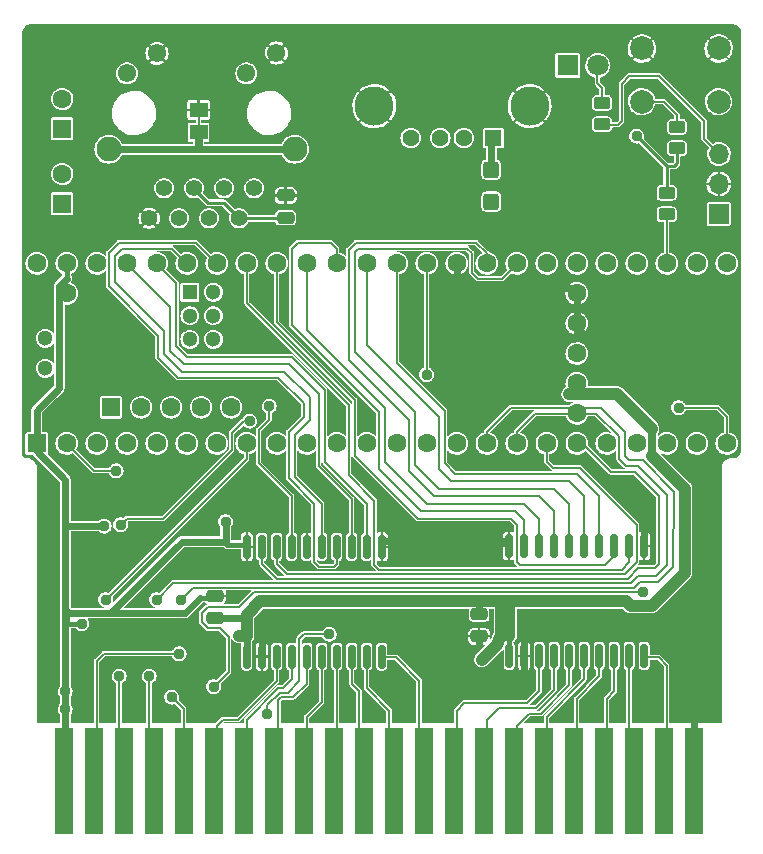
<source format=gbr>
%TF.GenerationSoftware,KiCad,Pcbnew,(6.0.4)*%
%TF.CreationDate,2023-08-14T23:38:21+02:00*%
%TF.ProjectId,TeensyROM,5465656e-7379-4524-9f4d-2e6b69636164,rev?*%
%TF.SameCoordinates,Original*%
%TF.FileFunction,Copper,L2,Bot*%
%TF.FilePolarity,Positive*%
%FSLAX46Y46*%
G04 Gerber Fmt 4.6, Leading zero omitted, Abs format (unit mm)*
G04 Created by KiCad (PCBNEW (6.0.4)) date 2023-08-14 23:38:21*
%MOMM*%
%LPD*%
G01*
G04 APERTURE LIST*
G04 Aperture macros list*
%AMRoundRect*
0 Rectangle with rounded corners*
0 $1 Rounding radius*
0 $2 $3 $4 $5 $6 $7 $8 $9 X,Y pos of 4 corners*
0 Add a 4 corners polygon primitive as box body*
4,1,4,$2,$3,$4,$5,$6,$7,$8,$9,$2,$3,0*
0 Add four circle primitives for the rounded corners*
1,1,$1+$1,$2,$3*
1,1,$1+$1,$4,$5*
1,1,$1+$1,$6,$7*
1,1,$1+$1,$8,$9*
0 Add four rect primitives between the rounded corners*
20,1,$1+$1,$2,$3,$4,$5,0*
20,1,$1+$1,$4,$5,$6,$7,0*
20,1,$1+$1,$6,$7,$8,$9,0*
20,1,$1+$1,$8,$9,$2,$3,0*%
G04 Aperture macros list end*
%TA.AperFunction,EtchedComponent*%
%ADD10C,0.177800*%
%TD*%
%TA.AperFunction,SMDPad,CuDef*%
%ADD11R,1.500000X9.000000*%
%TD*%
%TA.AperFunction,ComponentPad*%
%ADD12R,1.800000X1.800000*%
%TD*%
%TA.AperFunction,ComponentPad*%
%ADD13C,1.800000*%
%TD*%
%TA.AperFunction,ComponentPad*%
%ADD14R,1.700000X1.700000*%
%TD*%
%TA.AperFunction,ComponentPad*%
%ADD15O,1.700000X1.700000*%
%TD*%
%TA.AperFunction,ComponentPad*%
%ADD16C,3.316000*%
%TD*%
%TA.AperFunction,ComponentPad*%
%ADD17C,1.428000*%
%TD*%
%TA.AperFunction,ComponentPad*%
%ADD18R,1.428000X1.428000*%
%TD*%
%TA.AperFunction,SMDPad,CuDef*%
%ADD19RoundRect,0.150000X-0.150000X0.875000X-0.150000X-0.875000X0.150000X-0.875000X0.150000X0.875000X0*%
%TD*%
%TA.AperFunction,SMDPad,CuDef*%
%ADD20RoundRect,0.250000X0.425000X-0.450000X0.425000X0.450000X-0.425000X0.450000X-0.425000X-0.450000X0*%
%TD*%
%TA.AperFunction,SMDPad,CuDef*%
%ADD21RoundRect,0.250000X-0.450000X0.262500X-0.450000X-0.262500X0.450000X-0.262500X0.450000X0.262500X0*%
%TD*%
%TA.AperFunction,ComponentPad*%
%ADD22C,1.600000*%
%TD*%
%TA.AperFunction,ComponentPad*%
%ADD23R,1.600000X1.600000*%
%TD*%
%TA.AperFunction,ComponentPad*%
%ADD24R,1.300000X1.300000*%
%TD*%
%TA.AperFunction,ComponentPad*%
%ADD25C,1.300000*%
%TD*%
%TA.AperFunction,ComponentPad*%
%ADD26C,2.000000*%
%TD*%
%TA.AperFunction,ComponentPad*%
%ADD27C,1.397000*%
%TD*%
%TA.AperFunction,ComponentPad*%
%ADD28C,1.549400*%
%TD*%
%TA.AperFunction,ComponentPad*%
%ADD29C,2.108200*%
%TD*%
%TA.AperFunction,SMDPad,CuDef*%
%ADD30RoundRect,0.250000X-0.475000X0.250000X-0.475000X-0.250000X0.475000X-0.250000X0.475000X0.250000X0*%
%TD*%
%TA.AperFunction,SMDPad,CuDef*%
%ADD31RoundRect,0.250000X0.475000X-0.250000X0.475000X0.250000X-0.475000X0.250000X-0.475000X-0.250000X0*%
%TD*%
%TA.AperFunction,SMDPad,CuDef*%
%ADD32R,1.500000X1.300000*%
%TD*%
%TA.AperFunction,ViaPad*%
%ADD33C,0.955600*%
%TD*%
%TA.AperFunction,Conductor*%
%ADD34C,0.609600*%
%TD*%
%TA.AperFunction,Conductor*%
%ADD35C,0.406400*%
%TD*%
%TA.AperFunction,Conductor*%
%ADD36C,0.152400*%
%TD*%
%TA.AperFunction,Conductor*%
%ADD37C,1.016000*%
%TD*%
%TA.AperFunction,Conductor*%
%ADD38C,0.254000*%
%TD*%
%TA.AperFunction,Conductor*%
%ADD39C,0.812800*%
%TD*%
%TA.AperFunction,Conductor*%
%ADD40C,0.711200*%
%TD*%
%TA.AperFunction,Conductor*%
%ADD41C,0.635000*%
%TD*%
G04 APERTURE END LIST*
D10*
%TO.C,JP1*%
X133007100Y-78587600D02*
X133007100Y-79349600D01*
%TD*%
D11*
%TO.P,J1,A,GND@A*%
%TO.N,N/C*%
X121634449Y-134801657D03*
%TO.P,J1,B,~{ROMH}*%
X124174449Y-134801657D03*
%TO.P,J1,C,~{RESET}*%
X126714449Y-134801657D03*
%TO.P,J1,D,~{NMI}*%
X129254449Y-134801657D03*
%TO.P,J1,E,PHI2*%
X131794449Y-134801657D03*
%TO.P,J1,F,A15*%
X134334449Y-134801657D03*
%TO.P,J1,H,A14*%
X136874449Y-134801657D03*
%TO.P,J1,J,A13*%
X139414449Y-134801657D03*
%TO.P,J1,K,A12*%
X141954449Y-134801657D03*
%TO.P,J1,L,A11*%
X144494449Y-134801657D03*
%TO.P,J1,M,A10*%
X147034449Y-134801657D03*
%TO.P,J1,N,A9*%
X149574449Y-134801657D03*
%TO.P,J1,P,A8*%
X152114449Y-134801657D03*
%TO.P,J1,R,A7*%
X154654449Y-134801657D03*
%TO.P,J1,S,A6*%
X157194449Y-134801657D03*
%TO.P,J1,T,A5*%
X159734449Y-134801657D03*
%TO.P,J1,U,A4*%
X162274449Y-134801657D03*
%TO.P,J1,V,A3*%
X164814449Y-134801657D03*
%TO.P,J1,W,A2*%
X167354449Y-134801657D03*
%TO.P,J1,X,A1*%
X169894449Y-134801657D03*
%TO.P,J1,Y,A0*%
X172434449Y-134801657D03*
%TO.P,J1,Z,GND@Z*%
X174974449Y-134801657D03*
%TD*%
D12*
%TO.P,D1,1*%
%TO.N,N/C*%
X164262566Y-74259229D03*
D13*
%TO.P,D1,2*%
X166802566Y-74259229D03*
%TD*%
D14*
%TO.P,J4,1,1*%
%TO.N,/DEBUG*%
X177051100Y-86827600D03*
D15*
%TO.P,J4,2,2*%
%TO.N,GND*%
X177051100Y-84287600D03*
%TO.P,J4,3,3*%
%TO.N,/LED*%
X177051100Y-81747600D03*
%TD*%
D16*
%TO.P,J2,SH2,6*%
%TO.N,GND*%
X147893176Y-77697037D03*
%TO.P,J2,SH1,5*%
X161033176Y-77697037D03*
D17*
%TO.P,J2,4*%
%TO.N,N/C*%
X150963176Y-80407037D03*
%TO.P,J2,3*%
X153463176Y-80407037D03*
%TO.P,J2,2*%
X155463176Y-80407037D03*
D18*
%TO.P,J2,1*%
X157963176Y-80407037D03*
%TD*%
D19*
%TO.P,U2,1,DIR*%
%TO.N,GND*%
X159301498Y-114946122D03*
%TO.P,U2,2,A1*%
%TO.N,/A7_B*%
X160571498Y-114946122D03*
%TO.P,U2,3,A2*%
%TO.N,/A6_B*%
X161841498Y-114946122D03*
%TO.P,U2,4,A3*%
%TO.N,/A5_B*%
X163111498Y-114946122D03*
%TO.P,U2,5,A4*%
%TO.N,/A4_B*%
X164381498Y-114946122D03*
%TO.P,U2,6,A5*%
%TO.N,/A3_B*%
X165651498Y-114946122D03*
%TO.P,U2,7,A6*%
%TO.N,/A2_B*%
X166921498Y-114946122D03*
%TO.P,U2,8,A7*%
%TO.N,/A1_B*%
X168191498Y-114946122D03*
%TO.P,U2,9,A8*%
%TO.N,/A0_B*%
X169461498Y-114946122D03*
%TO.P,U2,10,GND*%
%TO.N,GND*%
X170731498Y-114946122D03*
%TO.P,U2,11,B8*%
%TO.N,/A0*%
X170731498Y-124246122D03*
%TO.P,U2,12,B7*%
%TO.N,/A1*%
X169461498Y-124246122D03*
%TO.P,U2,13,B6*%
%TO.N,/A2*%
X168191498Y-124246122D03*
%TO.P,U2,14,B5*%
%TO.N,/A3*%
X166921498Y-124246122D03*
%TO.P,U2,15,B4*%
%TO.N,/A4*%
X165651498Y-124246122D03*
%TO.P,U2,16,B3*%
%TO.N,/A5*%
X164381498Y-124246122D03*
%TO.P,U2,17,B2*%
%TO.N,/A6*%
X163111498Y-124246122D03*
%TO.P,U2,18,B1*%
%TO.N,/A7*%
X161841498Y-124246122D03*
%TO.P,U2,19,G*%
%TO.N,GND*%
X160571498Y-124246122D03*
%TO.P,U2,20,VCC*%
%TO.N,+3V3*%
X159301498Y-124246122D03*
%TD*%
%TO.P,U3,1,DIR*%
%TO.N,GND*%
X137078994Y-115012633D03*
%TO.P,U3,2,A1*%
%TO.N,/A15_B*%
X138348994Y-115012633D03*
%TO.P,U3,3,A2*%
%TO.N,/A14_B*%
X139618994Y-115012633D03*
%TO.P,U3,4,A3*%
%TO.N,/A13_B*%
X140888994Y-115012633D03*
%TO.P,U3,5,A4*%
%TO.N,/A12_B*%
X142158994Y-115012633D03*
%TO.P,U3,6,A5*%
%TO.N,/A11_B*%
X143428994Y-115012633D03*
%TO.P,U3,7,A6*%
%TO.N,/A10_B*%
X144698994Y-115012633D03*
%TO.P,U3,8,A7*%
%TO.N,/A9_B*%
X145968994Y-115012633D03*
%TO.P,U3,9,A8*%
%TO.N,/A8_B*%
X147238994Y-115012633D03*
%TO.P,U3,10,GND*%
%TO.N,GND*%
X148508994Y-115012633D03*
%TO.P,U3,11,B8*%
%TO.N,/A8*%
X148508994Y-124312633D03*
%TO.P,U3,12,B7*%
%TO.N,/A9*%
X147238994Y-124312633D03*
%TO.P,U3,13,B6*%
%TO.N,/A10*%
X145968994Y-124312633D03*
%TO.P,U3,14,B5*%
%TO.N,/A11*%
X144698994Y-124312633D03*
%TO.P,U3,15,B4*%
%TO.N,/A12*%
X143428994Y-124312633D03*
%TO.P,U3,16,B3*%
%TO.N,/A13*%
X142158994Y-124312633D03*
%TO.P,U3,17,B2*%
%TO.N,/A14*%
X140888994Y-124312633D03*
%TO.P,U3,18,B1*%
%TO.N,/A15*%
X139618994Y-124312633D03*
%TO.P,U3,19,G*%
%TO.N,GND*%
X138348994Y-124312633D03*
%TO.P,U3,20,VCC*%
%TO.N,+3V3*%
X137078994Y-124312633D03*
%TD*%
D20*
%TO.P,C9,1*%
%TO.N,N/C*%
X157772100Y-85779600D03*
%TO.P,C9,2*%
X157772100Y-83079600D03*
%TD*%
D21*
%TO.P,R2,1,1*%
%TO.N,Net-(D1-PadA)*%
X167170100Y-77421100D03*
%TO.P,R2,2,2*%
%TO.N,/LED*%
X167170100Y-79246100D03*
%TD*%
D22*
%TO.P,U1,49*%
%TO.N,N/C*%
X121833358Y-93557900D03*
%TO.P,U1,59*%
X135752558Y-103207100D03*
%TO.P,U1,58*%
X133212558Y-103207100D03*
%TO.P,U1,57*%
X130672558Y-103207100D03*
%TO.P,U1,56*%
X128132558Y-103207100D03*
D23*
%TO.P,U1,55*%
X125592558Y-103207100D03*
D22*
%TO.P,U1,48*%
X119293358Y-91017900D03*
%TO.P,U1,47*%
X121833358Y-91017900D03*
%TO.P,U1,46*%
X124373358Y-91017900D03*
%TO.P,U1,45*%
X126913358Y-91017900D03*
%TO.P,U1,44*%
X129453358Y-91017900D03*
%TO.P,U1,43*%
X131993358Y-91017900D03*
%TO.P,U1,42*%
X134533358Y-91017900D03*
%TO.P,U1,41*%
X137073358Y-91017900D03*
%TO.P,U1,40*%
X139613358Y-91017900D03*
%TO.P,U1,39*%
X142153358Y-91017900D03*
%TO.P,U1,38*%
X144693358Y-91017900D03*
%TO.P,U1,37*%
X147233358Y-91017900D03*
%TO.P,U1,36*%
X149773358Y-91017900D03*
%TO.P,U1,35*%
X152313358Y-91017900D03*
D23*
%TO.P,U1,1*%
X119293358Y-106257900D03*
D22*
%TO.P,U1,2*%
X121833358Y-106257900D03*
%TO.P,U1,3*%
X124373358Y-106257900D03*
%TO.P,U1,4*%
X126913358Y-106257900D03*
%TO.P,U1,5*%
X129453358Y-106257900D03*
%TO.P,U1,6*%
X131993358Y-106257900D03*
%TO.P,U1,7*%
X134533358Y-106257900D03*
%TO.P,U1,8*%
X137073358Y-106257900D03*
%TO.P,U1,9*%
X139613358Y-106257900D03*
%TO.P,U1,10*%
X142153358Y-106257900D03*
%TO.P,U1,11*%
X144693358Y-106257900D03*
%TO.P,U1,12*%
X147233358Y-106257900D03*
%TO.P,U1,13*%
X149773358Y-106257900D03*
%TO.P,U1,34*%
X154853358Y-91017900D03*
%TO.P,U1,33*%
X157393358Y-91017900D03*
%TO.P,U1,32*%
X159933358Y-91017900D03*
%TO.P,U1,31*%
X162473358Y-91017900D03*
%TO.P,U1,30*%
X165013358Y-91017900D03*
%TO.P,U1,29*%
X167553358Y-91017900D03*
%TO.P,U1,28*%
X170093358Y-91017900D03*
%TO.P,U1,27*%
X172633358Y-91017900D03*
%TO.P,U1,26*%
X175173358Y-91017900D03*
%TO.P,U1,25*%
X177713358Y-91017900D03*
%TO.P,U1,24*%
X177713358Y-106257900D03*
%TO.P,U1,23*%
X175173358Y-106257900D03*
%TO.P,U1,22*%
X172633358Y-106257900D03*
%TO.P,U1,21*%
X170093358Y-106257900D03*
%TO.P,U1,14*%
X152313358Y-106257900D03*
%TO.P,U1,15*%
X154853358Y-106257900D03*
%TO.P,U1,16*%
X157393358Y-106257900D03*
%TO.P,U1,20*%
X167553358Y-106257900D03*
%TO.P,U1,19*%
X165013358Y-106257900D03*
%TO.P,U1,18*%
X162473358Y-106257900D03*
%TO.P,U1,17*%
X159933358Y-106257900D03*
D24*
%TO.P,U1,60*%
X132263358Y-93456300D03*
D25*
%TO.P,U1,65*%
X134263358Y-93456300D03*
%TO.P,U1,61*%
X132263358Y-95456300D03*
%TO.P,U1,64*%
X134263358Y-95456300D03*
%TO.P,U1,63*%
X134263358Y-97456300D03*
%TO.P,U1,62*%
X132263358Y-97456300D03*
D22*
%TO.P,U1,50*%
X165013358Y-103717900D03*
%TO.P,U1,51*%
X165013358Y-101177900D03*
%TO.P,U1,52*%
X165013358Y-98637900D03*
%TO.P,U1,53*%
X165013358Y-96097900D03*
%TO.P,U1,54*%
X165013358Y-93557900D03*
D25*
%TO.P,U1,67*%
X120023358Y-99907900D03*
%TO.P,U1,66*%
X120023358Y-97367900D03*
%TD*%
D23*
%TO.P,C1,1*%
%TO.N,N/C*%
X121450100Y-79603600D03*
D22*
%TO.P,C1,2*%
X121450100Y-77103600D03*
%TD*%
D26*
%TO.P,S1,1,1*%
%TO.N,GND*%
X170533649Y-72824288D03*
X177033649Y-72824288D03*
%TO.P,S1,2*%
%TO.N,N/C*%
X177033649Y-77324288D03*
X170533649Y-77324288D03*
%TD*%
D27*
%TO.P,J3,1,TD+*%
%TO.N,/ETH_T+*%
X137706100Y-84658200D03*
%TO.P,J3,2,TCT*%
%TO.N,Net-(C8-Pad2)*%
X136436100Y-87198200D03*
%TO.P,J3,3,TD-*%
%TO.N,/ETH_T-*%
X135166100Y-84658200D03*
%TO.P,J3,4,RD+*%
%TO.N,/ETH_R+*%
X133896100Y-87198200D03*
%TO.P,J3,5,RCT*%
%TO.N,Net-(C8-Pad2)*%
X132626100Y-84658200D03*
%TO.P,J3,6,RD-*%
%TO.N,/ETH_R-*%
X131356100Y-87198200D03*
%TO.P,J3,7,NC*%
%TO.N,unconnected-(J3-Pad7)*%
X130086100Y-84658200D03*
%TO.P,J3,8,C_GND*%
%TO.N,GND*%
X128816100Y-87198200D03*
D28*
%TO.P,J3,9,C*%
X139585700Y-73202800D03*
%TO.P,J3,10,A*%
%TO.N,/ETH_LED*%
X137045700Y-74930000D03*
%TO.P,J3,11,C1*%
%TO.N,GND*%
X129476500Y-73228200D03*
%TO.P,J3,12,A1*%
%TO.N,unconnected-(J3-Pad12)*%
X126936500Y-74930000D03*
D29*
%TO.P,J3,S1,S1*%
%TO.N,Net-(J3-PadS1)*%
X141135100Y-81356200D03*
%TO.P,J3,S2,S2*%
X125387100Y-81356200D03*
%TD*%
D23*
%TO.P,C2,1*%
%TO.N,N/C*%
X121450100Y-85953600D03*
D22*
%TO.P,C2,2*%
X121450100Y-83453600D03*
%TD*%
D30*
%TO.P,C8,1,1*%
%TO.N,GND*%
X140373100Y-85257600D03*
%TO.P,C8,2,2*%
%TO.N,Net-(C8-Pad2)*%
X140373100Y-87157600D03*
%TD*%
D31*
%TO.P,C6,1,1*%
%TO.N,GND*%
X156756100Y-122590600D03*
%TO.P,C6,2,2*%
%TO.N,+3V3*%
X156756100Y-120690600D03*
%TD*%
D32*
%TO.P,JP1,1,1*%
%TO.N,GND*%
X133007100Y-78018600D03*
%TO.P,JP1,2,2*%
%TO.N,Net-(J3-PadS1)*%
X133007100Y-79918600D03*
%TD*%
D21*
%TO.P,R3,1,1*%
%TO.N,+3V3*%
X172631100Y-85041100D03*
%TO.P,R3,2,2*%
%TO.N,/~{DATA_CE}*%
X172631100Y-86866100D03*
%TD*%
%TO.P,R1,1,1*%
%TO.N,/~{BUTTON}*%
X173520100Y-79453100D03*
%TO.P,R1,2,2*%
%TO.N,+3V3*%
X173520100Y-81278100D03*
%TD*%
D30*
%TO.P,C7,1,1*%
%TO.N,GND*%
X134404100Y-119166600D03*
%TO.P,C7,2,2*%
%TO.N,+3V3*%
X134404100Y-121066600D03*
%TD*%
D33*
%TO.N,GND*%
X174917100Y-127736600D03*
%TO.N,+3V3*%
X121704100Y-127228600D03*
%TO.N,GND*%
X149898100Y-114528600D03*
%TO.N,+3V3*%
X135293100Y-112877600D03*
%TO.N,GND*%
X161709100Y-120751600D03*
X146596100Y-122275600D03*
X174917100Y-126339600D03*
%TO.N,+3V3*%
X125006100Y-113258600D03*
X121704100Y-128752600D03*
%TO.N,GND*%
X160439100Y-120751600D03*
X157772100Y-114528600D03*
%TO.N,+3V3*%
X123101100Y-121513600D03*
%TO.N,/R{slash}~{W}*%
X170599100Y-118846600D03*
X134277100Y-126847600D03*
%TO.N,/~{GAME}*%
X138785600Y-129133600D03*
X144056100Y-122402600D03*
%TO.N,/~{ROMH}*%
X131356100Y-124053600D03*
%TO.N,/~{RESET}*%
X126276100Y-125958600D03*
%TO.N,/~{NMI}*%
X128816100Y-125958600D03*
%TO.N,/PHI2*%
X130721100Y-127736600D03*
%TO.N,/D3_B*%
X152311100Y-100431600D03*
%TO.N,+3V3*%
X157010100Y-124561600D03*
X156121100Y-119608600D03*
X165646100Y-102082600D03*
X170091100Y-80238600D03*
X157772100Y-123799600D03*
X152184100Y-119608600D03*
X136436100Y-122529600D03*
X164376100Y-102082600D03*
%TO.N,/A13_B*%
X138976100Y-103098600D03*
%TO.N,GND*%
X140627100Y-103987600D03*
%TO.N,/R{slash}~{W_B}*%
X126022100Y-108559600D03*
%TO.N,/~{IRQ_O}*%
X131483100Y-119481600D03*
%TO.N,/~{GAME}*%
X173647100Y-103225600D03*
%TO.N,/~{EXROM_O}*%
X126403100Y-113131600D03*
X137325100Y-104368600D03*
%TO.N,/~{RESET}*%
X125133100Y-119481600D03*
%TO.N,/~{IRQ_O}*%
X129451100Y-119481600D03*
%TD*%
D34*
%TO.N,GND*%
X154851100Y-92684600D02*
X154851100Y-91033600D01*
X140373100Y-120751600D02*
X138341100Y-122783600D01*
X148551900Y-114528600D02*
X157772100Y-114528600D01*
X170726100Y-114833400D02*
X170726100Y-112623600D01*
%TO.N,+3V3*%
X131864100Y-120624600D02*
X125514100Y-120624600D01*
%TO.N,GND*%
X159245300Y-114528600D02*
X159296100Y-114833400D01*
%TO.N,+3V3*%
X121196100Y-101574600D02*
X119291100Y-103479600D01*
D35*
X134277100Y-119343600D02*
X134404100Y-119216600D01*
D34*
%TO.N,GND*%
X161201100Y-107416600D02*
X160820100Y-107797600D01*
%TO.N,+3V3*%
X135166100Y-114579400D02*
X131559300Y-114579400D01*
%TO.N,GND*%
X163741100Y-106908600D02*
X163741100Y-105511600D01*
X157772100Y-114528600D02*
X159245300Y-114528600D01*
%TO.N,+3V3*%
X121196100Y-92938600D02*
X121196100Y-101574600D01*
%TO.N,GND*%
X164757100Y-97383600D02*
X165011100Y-97129600D01*
X174917100Y-132825100D02*
X174917100Y-126339600D01*
X161836100Y-104876600D02*
X161201100Y-105511600D01*
X174917100Y-126339600D02*
X174917100Y-122148600D01*
X148501100Y-114833400D02*
X148551900Y-114528600D01*
X163741100Y-105511600D02*
X163106100Y-104876600D01*
X164503100Y-93065600D02*
X155232100Y-93065600D01*
X156121100Y-107035600D02*
X156121100Y-102209600D01*
X160439100Y-120751600D02*
X160439100Y-121767600D01*
X153835100Y-126593600D02*
X151803100Y-124561600D01*
%TO.N,+3V3*%
X121196100Y-92938600D02*
X121831100Y-92303600D01*
D35*
X123101100Y-121513600D02*
X121831100Y-121513600D01*
D34*
X121704100Y-113258600D02*
X121704100Y-109321600D01*
%TO.N,GND*%
X160820100Y-122148600D02*
X160566100Y-122402600D01*
X159931100Y-126593600D02*
X154470100Y-126593600D01*
X154470100Y-125704600D02*
X154470100Y-126593600D01*
D35*
%TO.N,+3V3*%
X137071100Y-114833400D02*
X135420100Y-114833400D01*
D34*
%TO.N,GND*%
X173901100Y-105257600D02*
X165011100Y-96367600D01*
%TO.N,+3V3*%
X119291100Y-103479600D02*
X119291100Y-106273600D01*
%TO.N,GND*%
X163106100Y-104876600D02*
X161836100Y-104876600D01*
X146723100Y-120751600D02*
X140373100Y-120751600D01*
%TO.N,+3V3*%
X119291100Y-106273600D02*
X119291100Y-106908600D01*
%TO.N,GND*%
X160566100Y-124383800D02*
X160566100Y-122402600D01*
D35*
%TO.N,+3V3*%
X135420100Y-114833400D02*
X135166100Y-114579400D01*
D34*
%TO.N,GND*%
X174917100Y-118465600D02*
X175425100Y-117957600D01*
%TO.N,+3V3*%
X125006100Y-113258600D02*
X121704100Y-113258600D01*
X121627900Y-134793600D02*
X121704100Y-132825100D01*
D35*
X133145100Y-119343600D02*
X134277100Y-119343600D01*
D34*
%TO.N,GND*%
X146723100Y-120751600D02*
X151803100Y-120751600D01*
X160439100Y-121767600D02*
X160820100Y-122148600D01*
X174917100Y-122148600D02*
X174917100Y-118465600D01*
%TO.N,+3V3*%
X135293100Y-114579400D02*
X135166100Y-114579400D01*
%TO.N,GND*%
X170726100Y-112623600D02*
X165646100Y-107543600D01*
%TO.N,+3V3*%
X121704100Y-116306600D02*
X121704100Y-113258600D01*
%TO.N,GND*%
X160947100Y-97383600D02*
X164757100Y-97383600D01*
X175425100Y-117957600D02*
X175425100Y-109067600D01*
%TO.N,+3V3*%
X121704100Y-120624600D02*
X121704100Y-116306600D01*
%TO.N,GND*%
X160566100Y-124383800D02*
X160566100Y-125958600D01*
X156121100Y-102209600D02*
X160947100Y-97383600D01*
X165011100Y-93573600D02*
X164503100Y-93065600D01*
X160566100Y-125958600D02*
X159931100Y-126593600D01*
X161201100Y-105511600D02*
X161201100Y-107416600D01*
X160820100Y-107797600D02*
X156883100Y-107797600D01*
X156883100Y-107797600D02*
X156121100Y-107035600D01*
X151803100Y-124561600D02*
X151803100Y-120751600D01*
D35*
%TO.N,+3V3*%
X121831100Y-121513600D02*
X121704100Y-116306600D01*
D34*
%TO.N,GND*%
X156756100Y-123418600D02*
X154470100Y-125704600D01*
%TO.N,+3V3*%
X119291100Y-106908600D02*
X121704100Y-109321600D01*
X125514100Y-120624600D02*
X121704100Y-120624600D01*
X121704100Y-132825100D02*
X121704100Y-120624600D01*
%TO.N,GND*%
X165646100Y-107543600D02*
X164376100Y-107543600D01*
X175425100Y-109067600D02*
X173901100Y-107543600D01*
X155232100Y-93065600D02*
X154851100Y-92684600D01*
X154470100Y-126593600D02*
X153835100Y-126593600D01*
X174967900Y-134793600D02*
X174917100Y-132825100D01*
X138341100Y-124383800D02*
X138341100Y-122783600D01*
%TO.N,+3V3*%
X133145100Y-119343600D02*
X131864100Y-120624600D01*
%TO.N,GND*%
X156756100Y-122540600D02*
X156756100Y-123418600D01*
X165011100Y-97129600D02*
X165011100Y-96367600D01*
%TO.N,+3V3*%
X131559300Y-114579400D02*
X125514100Y-120624600D01*
%TO.N,GND*%
X174917100Y-122148600D02*
X160820100Y-122148600D01*
X146596100Y-120878600D02*
X146723100Y-120751600D01*
X165011100Y-96367600D02*
X165011100Y-93573600D01*
X146596100Y-122275600D02*
X146596100Y-120878600D01*
X173901100Y-107543600D02*
X173901100Y-105257600D01*
D35*
%TO.N,+3V3*%
X121831100Y-92303600D02*
X121831100Y-91033600D01*
D34*
%TO.N,GND*%
X164376100Y-107543600D02*
X163741100Y-106908600D01*
%TO.N,+3V3*%
X135293100Y-112877600D02*
X135293100Y-114579400D01*
D36*
%TO.N,/R{slash}~{W}*%
X133769100Y-121894600D02*
X134785100Y-121894600D01*
X135547100Y-125577600D02*
X134277100Y-126847600D01*
X134785100Y-121894600D02*
X135547100Y-122656600D01*
X170599100Y-118846600D02*
X137706100Y-118846600D01*
X136436100Y-120116600D02*
X133769100Y-120116600D01*
X137706100Y-118846600D02*
X136436100Y-120116600D01*
X133261100Y-121386600D02*
X133769100Y-121894600D01*
X133769100Y-120116600D02*
X133261100Y-120624600D01*
X133261100Y-120624600D02*
X133261100Y-121386600D01*
X135547100Y-122656600D02*
X135547100Y-125577600D01*
%TO.N,/~{GAME}*%
X141516100Y-126403100D02*
X140563600Y-127355600D01*
X141516100Y-126403100D02*
X141516100Y-122783600D01*
X139865100Y-127355600D02*
X138785600Y-128435100D01*
X141897100Y-122402600D02*
X144056100Y-122402600D01*
X138785600Y-128435100D02*
X138785600Y-129133600D01*
X141516100Y-122783600D02*
X141897100Y-122402600D01*
X140563600Y-127355600D02*
X139865100Y-127355600D01*
%TO.N,/~{ROMH}*%
X125006100Y-124053600D02*
X131356100Y-124053600D01*
X124180600Y-130594100D02*
X124167900Y-134793600D01*
X124371100Y-130403600D02*
X124371100Y-124688600D01*
X124371100Y-130403600D02*
X124180600Y-130594100D01*
X124371100Y-124688600D02*
X125006100Y-124053600D01*
%TO.N,/~{RESET}*%
X126707900Y-134793600D02*
X126276100Y-132444100D01*
X126276100Y-132444100D02*
X126276100Y-125958600D01*
%TO.N,/~{NMI}*%
X129247900Y-134793600D02*
X128816100Y-132444100D01*
X128816100Y-132444100D02*
X128816100Y-125958600D01*
%TO.N,/PHI2*%
X131787900Y-134793600D02*
X131737100Y-132952100D01*
X131737100Y-132952100D02*
X131737100Y-128752600D01*
X131737100Y-128752600D02*
X130721100Y-127736600D01*
%TO.N,/A15*%
X139611100Y-126339600D02*
X139611100Y-124383800D01*
X134327900Y-134793600D02*
X134531100Y-132698100D01*
X134531100Y-132698100D02*
X134531100Y-130149600D01*
X134531100Y-130149600D02*
X135039100Y-129641600D01*
X139611100Y-126339600D02*
X136309100Y-129641600D01*
X135039100Y-129641600D02*
X136309100Y-129641600D01*
%TO.N,/A14*%
X140119100Y-126974600D02*
X140881100Y-126212600D01*
X137071100Y-132698100D02*
X137071100Y-129641600D01*
X136867900Y-134793600D02*
X137071100Y-132698100D01*
X140881100Y-126212600D02*
X140881100Y-124383800D01*
X139738100Y-126974600D02*
X140119100Y-126974600D01*
X137071100Y-129641600D02*
X139738100Y-126974600D01*
%TO.N,/A13*%
X139738100Y-127990600D02*
X139992100Y-127736600D01*
X142151100Y-126593600D02*
X142151100Y-124383800D01*
X141008100Y-127736600D02*
X142151100Y-126593600D01*
X139992100Y-127736600D02*
X141008100Y-127736600D01*
X139407900Y-134793600D02*
X139738100Y-132571100D01*
X139738100Y-132571100D02*
X139738100Y-127990600D01*
%TO.N,/A12*%
X142151100Y-129387600D02*
X143421100Y-128117600D01*
X143421100Y-128117600D02*
X143421100Y-124383800D01*
X141947900Y-134793600D02*
X142151100Y-132698100D01*
X142151100Y-132698100D02*
X142151100Y-129387600D01*
%TO.N,/A11*%
X144691100Y-132698100D02*
X144691100Y-124383800D01*
X144487900Y-134793600D02*
X144691100Y-132698100D01*
%TO.N,/A10*%
X145961100Y-126593600D02*
X145961100Y-124383800D01*
X146596100Y-127228600D02*
X145961100Y-126593600D01*
X147027900Y-134793600D02*
X146596100Y-132444100D01*
X146596100Y-132444100D02*
X146596100Y-127228600D01*
%TO.N,/A9*%
X149136100Y-128879600D02*
X147231100Y-126974600D01*
X147231100Y-126974600D02*
X147231100Y-124383800D01*
X149567900Y-134793600D02*
X149136100Y-132444100D01*
X149136100Y-132444100D02*
X149136100Y-128879600D01*
%TO.N,/A8*%
X152107900Y-134793600D02*
X151676100Y-132444100D01*
X149720300Y-124383800D02*
X148501100Y-124383800D01*
X151676100Y-126339600D02*
X149720300Y-124383800D01*
X151676100Y-132444100D02*
X151676100Y-126339600D01*
%TO.N,/A7*%
X154851100Y-132698100D02*
X154851100Y-128879600D01*
X161836100Y-127228600D02*
X161836100Y-124383800D01*
X154647900Y-134793600D02*
X154851100Y-132698100D01*
X154851100Y-128879600D02*
X155486100Y-128244600D01*
X160820100Y-128244600D02*
X161836100Y-127228600D01*
X155486100Y-128244600D02*
X160820100Y-128244600D01*
%TO.N,/A6*%
X157391100Y-129641600D02*
X158407100Y-128625600D01*
X163106100Y-127101600D02*
X163106100Y-124383800D01*
X157391100Y-132698100D02*
X157391100Y-129641600D01*
X158407100Y-128625600D02*
X161582100Y-128625600D01*
X157187900Y-134793600D02*
X157391100Y-132698100D01*
X161582100Y-128625600D02*
X163106100Y-127101600D01*
%TO.N,/A5*%
X159931100Y-132698100D02*
X159931100Y-130149600D01*
X159931100Y-130149600D02*
X160947100Y-129133600D01*
X159727900Y-134793600D02*
X159931100Y-132698100D01*
X161963100Y-129133600D02*
X164376100Y-126720600D01*
X160947100Y-129133600D02*
X161963100Y-129133600D01*
X164376100Y-126720600D02*
X164376100Y-124383800D01*
%TO.N,/A4*%
X162471100Y-132877813D02*
X162453128Y-132895785D01*
X165646100Y-126212600D02*
X165646100Y-124383800D01*
X162471100Y-129387600D02*
X162471100Y-132877813D01*
X162471100Y-129387600D02*
X165646100Y-126212600D01*
X162453128Y-132895785D02*
X162471100Y-132698100D01*
X162267900Y-134793600D02*
X162453128Y-132895785D01*
%TO.N,/A3*%
X165011100Y-127863600D02*
X166916100Y-125958600D01*
X164807900Y-134793600D02*
X165011100Y-132698100D01*
X166916100Y-125958600D02*
X166916100Y-124383800D01*
X165011100Y-132698100D02*
X165011100Y-127863600D01*
%TO.N,/A2*%
X167551100Y-132698100D02*
X167551100Y-127863600D01*
X167347900Y-134793600D02*
X167551100Y-132698100D01*
X167551100Y-127863600D02*
X168186100Y-127228600D01*
X168186100Y-127228600D02*
X168186100Y-124383800D01*
%TO.N,/A1*%
X169456100Y-124383800D02*
X169456100Y-132444100D01*
X169887900Y-134793600D02*
X169456100Y-132444100D01*
%TO.N,/A0*%
X171945300Y-124383800D02*
X170726100Y-124383800D01*
X172631100Y-132698100D02*
X172631100Y-125069600D01*
X172631100Y-125069600D02*
X171945300Y-124383800D01*
X172427900Y-134793600D02*
X172631100Y-132698100D01*
%TO.N,/D3_B*%
X152311100Y-100431600D02*
X152311100Y-91033600D01*
%TO.N,Net-(D1-PadA)*%
X167170100Y-76174600D02*
X167170100Y-77383600D01*
X166769100Y-74269600D02*
X166769100Y-75773600D01*
X166769100Y-75773600D02*
X167170100Y-76174600D01*
D35*
%TO.N,+3V3*%
X159296100Y-124383800D02*
X159296100Y-122529600D01*
D37*
X174155100Y-117195600D02*
X171361100Y-119989600D01*
X138214100Y-119608600D02*
X152184100Y-119608600D01*
X174155100Y-110083600D02*
X174155100Y-117195600D01*
D38*
X172631100Y-82778600D02*
X170091100Y-80238600D01*
D37*
X152184100Y-119608600D02*
X156756100Y-119608600D01*
X171361100Y-119989600D02*
X169583100Y-119989600D01*
X158534100Y-122656600D02*
X158280100Y-123291600D01*
D39*
X158661100Y-119989600D02*
X158534100Y-120116600D01*
D37*
X137071100Y-120751600D02*
X137071100Y-120878600D01*
D34*
X134404100Y-121016600D02*
X136933100Y-121016600D01*
D37*
X168440100Y-102082600D02*
X171361100Y-105003600D01*
D38*
X173266100Y-82778600D02*
X172631100Y-82778600D01*
D37*
X156756100Y-119608600D02*
X159296100Y-119608600D01*
D38*
X172631100Y-85003600D02*
X172631100Y-82778600D01*
X173520100Y-81315600D02*
X173520100Y-82524600D01*
D37*
X159296100Y-122529600D02*
X159296100Y-122021600D01*
X137071100Y-120878600D02*
X137071100Y-122529600D01*
D40*
X171361100Y-105003600D02*
X171361100Y-107289600D01*
D38*
X173520100Y-82524600D02*
X173266100Y-82778600D01*
D39*
X159169100Y-122021600D02*
X159296100Y-122021600D01*
D37*
X164376100Y-102082600D02*
X168440100Y-102082600D01*
X138214100Y-119608600D02*
X137071100Y-120751600D01*
D34*
X136933100Y-121016600D02*
X137071100Y-120878600D01*
D39*
X158534100Y-120116600D02*
X158534100Y-122656600D01*
X158534100Y-122656600D02*
X159169100Y-122021600D01*
D34*
X156756100Y-120740600D02*
X156756100Y-119608600D01*
D37*
X169202100Y-119608600D02*
X159296100Y-119608600D01*
D39*
X158280100Y-119735600D02*
X158661100Y-119989600D01*
D34*
X137071100Y-122529600D02*
X137071100Y-124383800D01*
D37*
X171361100Y-107289600D02*
X174155100Y-110083600D01*
X137071100Y-122529600D02*
X136436100Y-122529600D01*
X159296100Y-122021600D02*
X159296100Y-119608600D01*
X158280100Y-123291600D02*
X157010100Y-124561600D01*
X169583100Y-119989600D02*
X169202100Y-119608600D01*
D36*
%TO.N,/A15_B*%
X169964100Y-108686600D02*
X171996100Y-110718600D01*
X167932100Y-108686600D02*
X169964100Y-108686600D01*
X171996100Y-110718600D02*
X171996100Y-116433600D01*
X139611100Y-117703600D02*
X138341100Y-116433600D01*
X138341100Y-116433600D02*
X138341100Y-114833400D01*
X171615100Y-116814600D02*
X171996100Y-116433600D01*
X170218100Y-116814600D02*
X171615100Y-116814600D01*
X169329100Y-117703600D02*
X139611100Y-117703600D01*
X165519100Y-106273600D02*
X167932100Y-108686600D01*
X165011100Y-106273600D02*
X165519100Y-106273600D01*
X169329100Y-117703600D02*
X170218100Y-116814600D01*
%TO.N,/A14_B*%
X170091100Y-113131600D02*
X170091100Y-116306600D01*
X162471100Y-106273600D02*
X162471100Y-107797600D01*
X162979100Y-108305600D02*
X165265100Y-108305600D01*
X139611100Y-116433600D02*
X139611100Y-114833400D01*
X170091100Y-116306600D02*
X169075100Y-117322600D01*
X169075100Y-117322600D02*
X140500100Y-117322600D01*
X162471100Y-107797600D02*
X162979100Y-108305600D01*
X140500100Y-117322600D02*
X139611100Y-116433600D01*
X165265100Y-108305600D02*
X170091100Y-113131600D01*
%TO.N,/A13_B*%
X140881100Y-114833400D02*
X140881100Y-110718600D01*
X138976100Y-104241600D02*
X138976100Y-103098600D01*
X140881100Y-110718600D02*
X138087100Y-107924600D01*
X138087100Y-107924600D02*
X138087100Y-105130600D01*
X138087100Y-105130600D02*
X138976100Y-104241600D01*
%TO.N,GND*%
X142151100Y-114833400D02*
X142151100Y-111353600D01*
X142151100Y-111353600D02*
X138595100Y-107797600D01*
X139992100Y-103987600D02*
X140627100Y-103987600D01*
X138595100Y-107797600D02*
X138595100Y-105384600D01*
X138595100Y-105384600D02*
X139992100Y-103987600D01*
%TO.N,/A11_B*%
X131991100Y-91033600D02*
X130721100Y-89763600D01*
X130721100Y-89763600D02*
X126530100Y-89763600D01*
X141135100Y-109067600D02*
X143421100Y-111353600D01*
X140246100Y-100177600D02*
X142405100Y-102336600D01*
X125895100Y-90398600D02*
X125895100Y-92557600D01*
X141135100Y-105511600D02*
X141135100Y-109067600D01*
X130086100Y-98653600D02*
X131610100Y-100177600D01*
X142405100Y-102336600D02*
X142405100Y-104241600D01*
X131610100Y-100177600D02*
X140246100Y-100177600D01*
X142405100Y-104241600D02*
X141135100Y-105511600D01*
X126530100Y-89763600D02*
X125895100Y-90398600D01*
X125895100Y-92557600D02*
X130086100Y-96748600D01*
X130086100Y-96748600D02*
X130086100Y-98653600D01*
X143421100Y-111353600D02*
X143421100Y-114833400D01*
%TO.N,/A10_B*%
X141897100Y-102844600D02*
X141897100Y-103987600D01*
X126276100Y-89255600D02*
X125387100Y-90144600D01*
X141897100Y-103987600D02*
X140627100Y-105257600D01*
X139738100Y-100685600D02*
X141897100Y-102844600D01*
X129578100Y-97129600D02*
X129578100Y-99034600D01*
X144691100Y-116433600D02*
X144437100Y-116687600D01*
X140627100Y-105257600D02*
X140627100Y-109194600D01*
X134531100Y-91033600D02*
X132753100Y-89255600D01*
X140627100Y-109194600D02*
X142786100Y-111353600D01*
X131229100Y-100685600D02*
X139738100Y-100685600D01*
X142786100Y-111353600D02*
X142786100Y-116306600D01*
X132753100Y-89255600D02*
X126276100Y-89255600D01*
X125387100Y-90144600D02*
X125387100Y-92938600D01*
X144437100Y-116687600D02*
X143167100Y-116687600D01*
X129578100Y-99034600D02*
X131229100Y-100685600D01*
X143167100Y-116687600D02*
X142786100Y-116306600D01*
X125387100Y-92938600D02*
X129578100Y-97129600D01*
X144691100Y-114833400D02*
X144691100Y-116433600D01*
%TO.N,/A9_B*%
X130594100Y-94716600D02*
X130594100Y-98399600D01*
X145961100Y-110972600D02*
X145961100Y-114833400D01*
X126911100Y-91033600D02*
X130594100Y-94716600D01*
X130594100Y-98399600D02*
X131737100Y-99542600D01*
X143167100Y-102082600D02*
X143167100Y-108178600D01*
X131737100Y-99542600D02*
X140627100Y-99542600D01*
X143167100Y-108178600D02*
X145961100Y-110972600D01*
X140627100Y-99542600D02*
X143167100Y-102082600D01*
%TO.N,/A8_B*%
X143675100Y-107797600D02*
X147231100Y-111353600D01*
X147231100Y-111353600D02*
X147231100Y-114833400D01*
X140881100Y-98907600D02*
X143675100Y-101701600D01*
X131991100Y-98907600D02*
X131102100Y-98018600D01*
X131102100Y-98018600D02*
X131102100Y-92684600D01*
X143675100Y-101701600D02*
X143675100Y-107797600D01*
X140881100Y-98907600D02*
X131991100Y-98907600D01*
X131102100Y-92684600D02*
X129451100Y-91033600D01*
%TO.N,/~{DATA_CE}*%
X172631100Y-86903600D02*
X172631100Y-91033600D01*
%TO.N,/A7_B*%
X140881100Y-89763600D02*
X141389100Y-89255600D01*
X148247100Y-103606600D02*
X140881100Y-96240600D01*
X151803100Y-111988600D02*
X148247100Y-108432600D01*
X159804100Y-111988600D02*
X151803100Y-111988600D01*
X144691100Y-89763600D02*
X144691100Y-91033600D01*
X141389100Y-89255600D02*
X144183100Y-89255600D01*
X148247100Y-108432600D02*
X148247100Y-103606600D01*
X160566100Y-114833400D02*
X160566100Y-112750600D01*
X144183100Y-89255600D02*
X144691100Y-89763600D01*
X160566100Y-112750600D02*
X159804100Y-111988600D01*
X140881100Y-96240600D02*
X140881100Y-89763600D01*
%TO.N,/A6_B*%
X148755100Y-107797600D02*
X148755100Y-103225600D01*
X148755100Y-103225600D02*
X142151100Y-96621600D01*
X160566100Y-111353600D02*
X152311100Y-111353600D01*
X161836100Y-114833400D02*
X161836100Y-112623600D01*
X142151100Y-96621600D02*
X142151100Y-91033600D01*
X152311100Y-111353600D02*
X148755100Y-107797600D01*
X161836100Y-112623600D02*
X160566100Y-111353600D01*
%TO.N,/A5_B*%
X163106100Y-111988600D02*
X161836100Y-110718600D01*
X145707100Y-99161600D02*
X145707100Y-89890600D01*
X150787100Y-108559600D02*
X150787100Y-104241600D01*
X163106100Y-114833400D02*
X163106100Y-111988600D01*
X145707100Y-89890600D02*
X146342100Y-89255600D01*
X152946100Y-110718600D02*
X150787100Y-108559600D01*
X156502100Y-89255600D02*
X157391100Y-90144600D01*
X161836100Y-110718600D02*
X152946100Y-110718600D01*
X146342100Y-89255600D02*
X156502100Y-89255600D01*
X157391100Y-90144600D02*
X157391100Y-91033600D01*
X150787100Y-104241600D02*
X145707100Y-99161600D01*
%TO.N,/A4_B*%
X156629100Y-92303600D02*
X158661100Y-92303600D01*
X158661100Y-92303600D02*
X159931100Y-91033600D01*
X156121100Y-90144600D02*
X156121100Y-91795600D01*
X164376100Y-111353600D02*
X163106100Y-110083600D01*
X155740100Y-89763600D02*
X156121100Y-90144600D01*
X151295100Y-103606600D02*
X146215100Y-98526600D01*
X146215100Y-98526600D02*
X146215100Y-90017600D01*
X153327100Y-110083600D02*
X151295100Y-108051600D01*
X163106100Y-110083600D02*
X153327100Y-110083600D01*
X156121100Y-91795600D02*
X156629100Y-92303600D01*
X151295100Y-108051600D02*
X151295100Y-103606600D01*
X146215100Y-90017600D02*
X146469100Y-89763600D01*
X164376100Y-114833400D02*
X164376100Y-111353600D01*
X146469100Y-89763600D02*
X155740100Y-89763600D01*
%TO.N,/A0_B*%
X169456100Y-114833400D02*
X169456100Y-116306600D01*
X137071100Y-94335600D02*
X137071100Y-91033600D01*
X145707100Y-102971600D02*
X137071100Y-94335600D01*
X169456100Y-116306600D02*
X168821100Y-116941600D01*
X148247100Y-116941600D02*
X147866100Y-116560600D01*
X168821100Y-116941600D02*
X148247100Y-116941600D01*
X145707100Y-108940600D02*
X145707100Y-102971600D01*
X147866100Y-111099600D02*
X145707100Y-108940600D01*
X147866100Y-116560600D02*
X147866100Y-111099600D01*
%TO.N,/A1_B*%
X168186100Y-115798600D02*
X167424100Y-116560600D01*
X167424100Y-116560600D02*
X160185100Y-116560600D01*
X139611100Y-95986600D02*
X146215100Y-102590600D01*
X146215100Y-107289600D02*
X151549100Y-112623600D01*
X159931100Y-116306600D02*
X159931100Y-113131600D01*
X139611100Y-91033600D02*
X139611100Y-95986600D01*
X160185100Y-116560600D02*
X159931100Y-116306600D01*
X168186100Y-114833400D02*
X168186100Y-115798600D01*
X151549100Y-112623600D02*
X159423100Y-112623600D01*
X159931100Y-113131600D02*
X159423100Y-112623600D01*
X146215100Y-102590600D02*
X146215100Y-107289600D01*
%TO.N,/A2_B*%
X153835100Y-103479600D02*
X153835100Y-107924600D01*
X166916100Y-114833400D02*
X166916100Y-110718600D01*
X154724100Y-108813600D02*
X165011100Y-108813600D01*
X153835100Y-107924600D02*
X154724100Y-108813600D01*
X166916100Y-110718600D02*
X165011100Y-108813600D01*
X149771100Y-99415600D02*
X153835100Y-103479600D01*
X149771100Y-91033600D02*
X149771100Y-99415600D01*
%TO.N,/A3_B*%
X164376100Y-109448600D02*
X154343100Y-109448600D01*
X165646100Y-110718600D02*
X164376100Y-109448600D01*
X165646100Y-114833400D02*
X165646100Y-110718600D01*
X147231100Y-91033600D02*
X147231100Y-97891600D01*
X147231100Y-97891600D02*
X153327100Y-103987600D01*
X154343100Y-109448600D02*
X153327100Y-108432600D01*
X153327100Y-108432600D02*
X153327100Y-103987600D01*
%TO.N,/R{slash}~{W_B}*%
X124117100Y-108559600D02*
X121831100Y-106273600D01*
X126022100Y-108559600D02*
X124117100Y-108559600D01*
%TO.N,/~{IRQ_O}*%
X169075100Y-105257600D02*
X169075100Y-107289600D01*
X170345100Y-117957600D02*
X171869100Y-117957600D01*
X159423100Y-103225600D02*
X157391100Y-105257600D01*
X131483100Y-119481600D02*
X132499100Y-118465600D01*
X167043100Y-103225600D02*
X169075100Y-105257600D01*
X167043100Y-103225600D02*
X159423100Y-103225600D01*
X132499100Y-118465600D02*
X169837100Y-118465600D01*
X171869100Y-117957600D02*
X173139100Y-116687600D01*
X169456100Y-107670600D02*
X170599100Y-107670600D01*
X169837100Y-118465600D02*
X170345100Y-117957600D01*
X157391100Y-106273600D02*
X157391100Y-105257600D01*
X173266100Y-110337600D02*
X173139100Y-116687600D01*
X169075100Y-107289600D02*
X169456100Y-107670600D01*
X170599100Y-107670600D02*
X173266100Y-110337600D01*
%TO.N,/~{GAME}*%
X173647100Y-103225600D02*
X176949100Y-103225600D01*
X177711100Y-103987600D02*
X177711100Y-106273600D01*
X176949100Y-103225600D02*
X177711100Y-103987600D01*
%TO.N,/~{EXROM_O}*%
X126403100Y-113131600D02*
X126911100Y-112623600D01*
X135801100Y-106781600D02*
X135801100Y-105384600D01*
X135801100Y-105384600D02*
X136817100Y-104368600D01*
X129959100Y-112623600D02*
X135801100Y-106781600D01*
X136817100Y-104368600D02*
X137325100Y-104368600D01*
X126911100Y-112623600D02*
X129959100Y-112623600D01*
%TO.N,/~{RESET}*%
X137071100Y-107543600D02*
X125133100Y-119481600D01*
X137071100Y-106273600D02*
X137071100Y-107543600D01*
%TO.N,/~{IRQ_O}*%
X170218100Y-108178600D02*
X172631100Y-110591600D01*
X168567100Y-105638600D02*
X168567100Y-107543600D01*
X161455100Y-103733600D02*
X159931100Y-105257600D01*
X169202100Y-108178600D02*
X170218100Y-108178600D01*
X168567100Y-107543600D02*
X169202100Y-108178600D01*
X130848100Y-118084600D02*
X169583100Y-118084600D01*
X170218100Y-117449600D02*
X171742100Y-117449600D01*
X129451100Y-119481600D02*
X130848100Y-118084600D01*
X166662100Y-103733600D02*
X168567100Y-105638600D01*
X159931100Y-106273600D02*
X159931100Y-105257600D01*
X166662100Y-103733600D02*
X161455100Y-103733600D01*
X171742100Y-117449600D02*
X172631100Y-116560600D01*
X172631100Y-110591600D02*
X172631100Y-116560600D01*
X169583100Y-118084600D02*
X170218100Y-117449600D01*
%TO.N,/~{BUTTON}*%
X173520100Y-79415600D02*
X173520100Y-78460600D01*
X173520100Y-78460600D02*
X172377100Y-77317600D01*
X170548300Y-77317600D02*
X170522900Y-77343000D01*
X172377100Y-77317600D02*
X170548300Y-77317600D01*
%TO.N,/LED*%
X168821100Y-78968600D02*
X168821100Y-75793600D01*
X168821100Y-75793600D02*
X169456100Y-75158600D01*
X167170100Y-79283600D02*
X168506100Y-79283600D01*
X171996100Y-75158600D02*
X175806100Y-78968600D01*
X175806100Y-78968600D02*
X175806100Y-80492600D01*
X175806100Y-80492600D02*
X177076100Y-81762600D01*
X168506100Y-79283600D02*
X168821100Y-78968600D01*
X169456100Y-75158600D02*
X171996100Y-75158600D01*
D38*
%TO.N,Net-(C8-Pad2)*%
X132626100Y-84658200D02*
X132626100Y-84683600D01*
X132626100Y-84683600D02*
X133819900Y-85877400D01*
X140282500Y-87198200D02*
X140373100Y-87107600D01*
X133819900Y-85877400D02*
X135115300Y-85877400D01*
X135115300Y-85877400D02*
X136436100Y-87198200D01*
X136436100Y-87198200D02*
X140282500Y-87198200D01*
D34*
%TO.N,*%
X157772100Y-82954600D02*
X157772100Y-80599800D01*
X157772100Y-80599800D02*
X157970200Y-80401700D01*
%TO.N,Net-(J3-PadS1)*%
X133134100Y-81356200D02*
X141135100Y-81356200D01*
D41*
X133007100Y-79918600D02*
X133007100Y-81229200D01*
D34*
X125387100Y-81356200D02*
X133134100Y-81356200D01*
D41*
X133007100Y-81229200D02*
X133134100Y-81356200D01*
%TD*%
%TA.AperFunction,Conductor*%
%TO.N,GND*%
G36*
X178155600Y-70741201D02*
G01*
X178159289Y-70739674D01*
X178159666Y-70739830D01*
X178159698Y-70739504D01*
X178308037Y-70754114D01*
X178315166Y-70755532D01*
X178458253Y-70798937D01*
X178464972Y-70801720D01*
X178596832Y-70872201D01*
X178602879Y-70876241D01*
X178718460Y-70971097D01*
X178723603Y-70976240D01*
X178818459Y-71091821D01*
X178822499Y-71097868D01*
X178892980Y-71229728D01*
X178895763Y-71236447D01*
X178939168Y-71379534D01*
X178940586Y-71386663D01*
X178955196Y-71535002D01*
X178953499Y-71539100D01*
X178955600Y-71544172D01*
X178955600Y-106713028D01*
X178953499Y-106718100D01*
X178955026Y-106721789D01*
X178954870Y-106722166D01*
X178955196Y-106722198D01*
X178941285Y-106863447D01*
X178940587Y-106870532D01*
X178939168Y-106877666D01*
X178895763Y-107020753D01*
X178892980Y-107027472D01*
X178822499Y-107159332D01*
X178818459Y-107165379D01*
X178723603Y-107280960D01*
X178718460Y-107286103D01*
X178602879Y-107380959D01*
X178596832Y-107384999D01*
X178464972Y-107455480D01*
X178458253Y-107458263D01*
X178315166Y-107501668D01*
X178308037Y-107503086D01*
X178159698Y-107517696D01*
X178155600Y-107515999D01*
X178150528Y-107518100D01*
X178140142Y-107518100D01*
X178130773Y-107516236D01*
X178130200Y-107515999D01*
X178130200Y-107513982D01*
X178124238Y-107514569D01*
X177992189Y-107527575D01*
X177963375Y-107530413D01*
X177802961Y-107579074D01*
X177801357Y-107579931D01*
X177801353Y-107579933D01*
X177656732Y-107657234D01*
X177656729Y-107657236D01*
X177655122Y-107658095D01*
X177653713Y-107659251D01*
X177653712Y-107659252D01*
X177526951Y-107763282D01*
X177525540Y-107764440D01*
X177524382Y-107765851D01*
X177421312Y-107891443D01*
X177419195Y-107894022D01*
X177418336Y-107895629D01*
X177418334Y-107895632D01*
X177343522Y-108035598D01*
X177340174Y-108041861D01*
X177291513Y-108202275D01*
X177291334Y-108204092D01*
X177278236Y-108337079D01*
X177275082Y-108369100D01*
X177277099Y-108369100D01*
X177278212Y-108371786D01*
X177279200Y-108378450D01*
X177279200Y-129934700D01*
X177268334Y-129960934D01*
X177242100Y-129971800D01*
X172897300Y-129971800D01*
X172871066Y-129960934D01*
X172860200Y-129934700D01*
X172860200Y-125076566D01*
X172860251Y-125074625D01*
X172862230Y-125036854D01*
X172862434Y-125032961D01*
X172861037Y-125029322D01*
X172861037Y-125029320D01*
X172852492Y-125007058D01*
X172850839Y-125001478D01*
X172845880Y-124978150D01*
X172845069Y-124974335D01*
X172837043Y-124963289D01*
X172832424Y-124954781D01*
X172828929Y-124945674D01*
X172828928Y-124945672D01*
X172827532Y-124942036D01*
X172807908Y-124922412D01*
X172804128Y-124917985D01*
X172790115Y-124898698D01*
X172787822Y-124895542D01*
X172784444Y-124893592D01*
X172784441Y-124893589D01*
X172776001Y-124888716D01*
X172768317Y-124882821D01*
X172112217Y-124226720D01*
X172110880Y-124225311D01*
X172104982Y-124218761D01*
X172082970Y-124194314D01*
X172057623Y-124183028D01*
X172052509Y-124180252D01*
X172032507Y-124167263D01*
X172029236Y-124165139D01*
X172019718Y-124163632D01*
X172015756Y-124163004D01*
X172006470Y-124160253D01*
X171997561Y-124156287D01*
X171993997Y-124154700D01*
X171966247Y-124154700D01*
X171960443Y-124154243D01*
X171936893Y-124150513D01*
X171933042Y-124149903D01*
X171929276Y-124150912D01*
X171919856Y-124153436D01*
X171910254Y-124154700D01*
X171221498Y-124154700D01*
X171195264Y-124143834D01*
X171184398Y-124117600D01*
X171184398Y-123326118D01*
X171181256Y-123299710D01*
X171178276Y-123292999D01*
X171146079Y-123220516D01*
X171135450Y-123196586D01*
X171132820Y-123193960D01*
X171082200Y-123143429D01*
X171055591Y-123116866D01*
X171052459Y-123115481D01*
X171052457Y-123115480D01*
X170954939Y-123072368D01*
X170954938Y-123072368D01*
X170952387Y-123071240D01*
X170926502Y-123068222D01*
X170536494Y-123068222D01*
X170535404Y-123068352D01*
X170535399Y-123068352D01*
X170522608Y-123069874D01*
X170510086Y-123071364D01*
X170507544Y-123072493D01*
X170507541Y-123072494D01*
X170453465Y-123096514D01*
X170406962Y-123117170D01*
X170404543Y-123119594D01*
X170404542Y-123119594D01*
X170389305Y-123134858D01*
X170327242Y-123197029D01*
X170325857Y-123200161D01*
X170325856Y-123200163D01*
X170282972Y-123297165D01*
X170281616Y-123300233D01*
X170278598Y-123326118D01*
X170278598Y-125166126D01*
X170281740Y-125192534D01*
X170282869Y-125195076D01*
X170282870Y-125195079D01*
X170296801Y-125226442D01*
X170327546Y-125295658D01*
X170329970Y-125298077D01*
X170329970Y-125298078D01*
X170359943Y-125327999D01*
X170407405Y-125375378D01*
X170410537Y-125376763D01*
X170410539Y-125376764D01*
X170508057Y-125419876D01*
X170508058Y-125419876D01*
X170510609Y-125421004D01*
X170536494Y-125424022D01*
X170926502Y-125424022D01*
X170927592Y-125423892D01*
X170927597Y-125423892D01*
X170940388Y-125422370D01*
X170952910Y-125420880D01*
X170955452Y-125419751D01*
X170955455Y-125419750D01*
X171052902Y-125376465D01*
X171056034Y-125375074D01*
X171066171Y-125364920D01*
X171102749Y-125328278D01*
X171135754Y-125295215D01*
X171139452Y-125286852D01*
X171180252Y-125194563D01*
X171180252Y-125194562D01*
X171181380Y-125192011D01*
X171184398Y-125166126D01*
X171184398Y-124650000D01*
X171195264Y-124623766D01*
X171221498Y-124612900D01*
X171835036Y-124612900D01*
X171861270Y-124623766D01*
X172391134Y-125153630D01*
X172402000Y-125179864D01*
X172402000Y-129934700D01*
X172391134Y-129960934D01*
X172364900Y-129971800D01*
X169722300Y-129971800D01*
X169696066Y-129960934D01*
X169685200Y-129934700D01*
X169685200Y-125443979D01*
X169696066Y-125417745D01*
X169707240Y-125410073D01*
X169782902Y-125376465D01*
X169786034Y-125375074D01*
X169796171Y-125364920D01*
X169832749Y-125328278D01*
X169865754Y-125295215D01*
X169869452Y-125286852D01*
X169910252Y-125194563D01*
X169910252Y-125194562D01*
X169911380Y-125192011D01*
X169914398Y-125166126D01*
X169914398Y-123326118D01*
X169911256Y-123299710D01*
X169908276Y-123292999D01*
X169876079Y-123220516D01*
X169865450Y-123196586D01*
X169862820Y-123193960D01*
X169812200Y-123143429D01*
X169785591Y-123116866D01*
X169782459Y-123115481D01*
X169782457Y-123115480D01*
X169684939Y-123072368D01*
X169684938Y-123072368D01*
X169682387Y-123071240D01*
X169656502Y-123068222D01*
X169266494Y-123068222D01*
X169265404Y-123068352D01*
X169265399Y-123068352D01*
X169252608Y-123069874D01*
X169240086Y-123071364D01*
X169237544Y-123072493D01*
X169237541Y-123072494D01*
X169183465Y-123096514D01*
X169136962Y-123117170D01*
X169134543Y-123119594D01*
X169134542Y-123119594D01*
X169119305Y-123134858D01*
X169057242Y-123197029D01*
X169055857Y-123200161D01*
X169055856Y-123200163D01*
X169012972Y-123297165D01*
X169011616Y-123300233D01*
X169008598Y-123326118D01*
X169008598Y-125166126D01*
X169011740Y-125192534D01*
X169012869Y-125195076D01*
X169012870Y-125195079D01*
X169026801Y-125226442D01*
X169057546Y-125295658D01*
X169059970Y-125298077D01*
X169059970Y-125298078D01*
X169089943Y-125327999D01*
X169137405Y-125375378D01*
X169140537Y-125376763D01*
X169140539Y-125376764D01*
X169204901Y-125405218D01*
X169224501Y-125425764D01*
X169227000Y-125439150D01*
X169227000Y-129934700D01*
X169216134Y-129960934D01*
X169189900Y-129971800D01*
X167817300Y-129971800D01*
X167791066Y-129960934D01*
X167780200Y-129934700D01*
X167780200Y-127973864D01*
X167791066Y-127947630D01*
X168343170Y-127395526D01*
X168344579Y-127394189D01*
X168365524Y-127375330D01*
X168375586Y-127366270D01*
X168377172Y-127362709D01*
X168377175Y-127362704D01*
X168386873Y-127340922D01*
X168389650Y-127335806D01*
X168402222Y-127316447D01*
X168404762Y-127312536D01*
X168406897Y-127299055D01*
X168409647Y-127289768D01*
X168415200Y-127277297D01*
X168415200Y-127249547D01*
X168415657Y-127243744D01*
X168419387Y-127220192D01*
X168419997Y-127216341D01*
X168418635Y-127211255D01*
X168416464Y-127203155D01*
X168415200Y-127193553D01*
X168415200Y-125443979D01*
X168426066Y-125417745D01*
X168437240Y-125410073D01*
X168512902Y-125376465D01*
X168516034Y-125375074D01*
X168526171Y-125364920D01*
X168562749Y-125328278D01*
X168595754Y-125295215D01*
X168599452Y-125286852D01*
X168640252Y-125194563D01*
X168640252Y-125194562D01*
X168641380Y-125192011D01*
X168644398Y-125166126D01*
X168644398Y-123326118D01*
X168641256Y-123299710D01*
X168638276Y-123292999D01*
X168606079Y-123220516D01*
X168595450Y-123196586D01*
X168592820Y-123193960D01*
X168542200Y-123143429D01*
X168515591Y-123116866D01*
X168512459Y-123115481D01*
X168512457Y-123115480D01*
X168414939Y-123072368D01*
X168414938Y-123072368D01*
X168412387Y-123071240D01*
X168386502Y-123068222D01*
X167996494Y-123068222D01*
X167995404Y-123068352D01*
X167995399Y-123068352D01*
X167982608Y-123069874D01*
X167970086Y-123071364D01*
X167967544Y-123072493D01*
X167967541Y-123072494D01*
X167913465Y-123096514D01*
X167866962Y-123117170D01*
X167864543Y-123119594D01*
X167864542Y-123119594D01*
X167849305Y-123134858D01*
X167787242Y-123197029D01*
X167785857Y-123200161D01*
X167785856Y-123200163D01*
X167742972Y-123297165D01*
X167741616Y-123300233D01*
X167738598Y-123326118D01*
X167738598Y-125166126D01*
X167741740Y-125192534D01*
X167742869Y-125195076D01*
X167742870Y-125195079D01*
X167756801Y-125226442D01*
X167787546Y-125295658D01*
X167789970Y-125298077D01*
X167789970Y-125298078D01*
X167819943Y-125327999D01*
X167867405Y-125375378D01*
X167870537Y-125376763D01*
X167870539Y-125376764D01*
X167934901Y-125405218D01*
X167954501Y-125425764D01*
X167957000Y-125439150D01*
X167957000Y-127118336D01*
X167946134Y-127144570D01*
X167394020Y-127696683D01*
X167392611Y-127698020D01*
X167361614Y-127725930D01*
X167360027Y-127729493D01*
X167360027Y-127729494D01*
X167350329Y-127751276D01*
X167347552Y-127756391D01*
X167332439Y-127779664D01*
X167331829Y-127783517D01*
X167330304Y-127793144D01*
X167327553Y-127802430D01*
X167324082Y-127810228D01*
X167322000Y-127814903D01*
X167322000Y-127842653D01*
X167321543Y-127848457D01*
X167317203Y-127875858D01*
X167318212Y-127879624D01*
X167320736Y-127889044D01*
X167322000Y-127898646D01*
X167322000Y-129934700D01*
X167311134Y-129960934D01*
X167284900Y-129971800D01*
X165277300Y-129971800D01*
X165251066Y-129960934D01*
X165240200Y-129934700D01*
X165240200Y-127973864D01*
X165251066Y-127947630D01*
X166158831Y-127039866D01*
X167073180Y-126125517D01*
X167074589Y-126124180D01*
X167095026Y-126105778D01*
X167105586Y-126096270D01*
X167116869Y-126070929D01*
X167119646Y-126065813D01*
X167132639Y-126045805D01*
X167134762Y-126042536D01*
X167136897Y-126029055D01*
X167139647Y-126019768D01*
X167145200Y-126007297D01*
X167145200Y-125979547D01*
X167145657Y-125973744D01*
X167149387Y-125950192D01*
X167149997Y-125946341D01*
X167146464Y-125933155D01*
X167145200Y-125923553D01*
X167145200Y-125443979D01*
X167156066Y-125417745D01*
X167167240Y-125410073D01*
X167242902Y-125376465D01*
X167246034Y-125375074D01*
X167256171Y-125364920D01*
X167292749Y-125328278D01*
X167325754Y-125295215D01*
X167329452Y-125286852D01*
X167370252Y-125194563D01*
X167370252Y-125194562D01*
X167371380Y-125192011D01*
X167374398Y-125166126D01*
X167374398Y-123326118D01*
X167371256Y-123299710D01*
X167368276Y-123292999D01*
X167336079Y-123220516D01*
X167325450Y-123196586D01*
X167322820Y-123193960D01*
X167272200Y-123143429D01*
X167245591Y-123116866D01*
X167242459Y-123115481D01*
X167242457Y-123115480D01*
X167144939Y-123072368D01*
X167144938Y-123072368D01*
X167142387Y-123071240D01*
X167116502Y-123068222D01*
X166726494Y-123068222D01*
X166725404Y-123068352D01*
X166725399Y-123068352D01*
X166712608Y-123069874D01*
X166700086Y-123071364D01*
X166697544Y-123072493D01*
X166697541Y-123072494D01*
X166643465Y-123096514D01*
X166596962Y-123117170D01*
X166594543Y-123119594D01*
X166594542Y-123119594D01*
X166579305Y-123134858D01*
X166517242Y-123197029D01*
X166515857Y-123200161D01*
X166515856Y-123200163D01*
X166472972Y-123297165D01*
X166471616Y-123300233D01*
X166468598Y-123326118D01*
X166468598Y-125166126D01*
X166471740Y-125192534D01*
X166472869Y-125195076D01*
X166472870Y-125195079D01*
X166486801Y-125226442D01*
X166517546Y-125295658D01*
X166519970Y-125298077D01*
X166519970Y-125298078D01*
X166549943Y-125327999D01*
X166597405Y-125375378D01*
X166600537Y-125376763D01*
X166600539Y-125376764D01*
X166664901Y-125405218D01*
X166684501Y-125425764D01*
X166687000Y-125439150D01*
X166687000Y-125848336D01*
X166676134Y-125874570D01*
X165764472Y-126786231D01*
X164854020Y-127696683D01*
X164852611Y-127698020D01*
X164821614Y-127725930D01*
X164820027Y-127729493D01*
X164820027Y-127729494D01*
X164810329Y-127751276D01*
X164807552Y-127756391D01*
X164792439Y-127779664D01*
X164791829Y-127783517D01*
X164790304Y-127793144D01*
X164787553Y-127802430D01*
X164784082Y-127810228D01*
X164782000Y-127814903D01*
X164782000Y-127842653D01*
X164781543Y-127848457D01*
X164777203Y-127875858D01*
X164778212Y-127879624D01*
X164780736Y-127889044D01*
X164782000Y-127898646D01*
X164782000Y-129934700D01*
X164771134Y-129960934D01*
X164744900Y-129971800D01*
X162737300Y-129971800D01*
X162711066Y-129960934D01*
X162700200Y-129934700D01*
X162700200Y-129497864D01*
X162711066Y-129471630D01*
X164252420Y-127930277D01*
X165803180Y-126379517D01*
X165804589Y-126378180D01*
X165811586Y-126371880D01*
X165835586Y-126350270D01*
X165838104Y-126344616D01*
X165844080Y-126331193D01*
X165846872Y-126324923D01*
X165849648Y-126319809D01*
X165862637Y-126299807D01*
X165862638Y-126299805D01*
X165864761Y-126296536D01*
X165866896Y-126283055D01*
X165869647Y-126273770D01*
X165873613Y-126264861D01*
X165875200Y-126261297D01*
X165875200Y-126233547D01*
X165875657Y-126227743D01*
X165879387Y-126204193D01*
X165879387Y-126204192D01*
X165879997Y-126200342D01*
X165876464Y-126187155D01*
X165875200Y-126177554D01*
X165875200Y-125443979D01*
X165886066Y-125417745D01*
X165897240Y-125410073D01*
X165972902Y-125376465D01*
X165976034Y-125375074D01*
X165986171Y-125364920D01*
X166022749Y-125328278D01*
X166055754Y-125295215D01*
X166059452Y-125286852D01*
X166100252Y-125194563D01*
X166100252Y-125194562D01*
X166101380Y-125192011D01*
X166104398Y-125166126D01*
X166104398Y-123326118D01*
X166101256Y-123299710D01*
X166098276Y-123292999D01*
X166066079Y-123220516D01*
X166055450Y-123196586D01*
X166052820Y-123193960D01*
X166002200Y-123143429D01*
X165975591Y-123116866D01*
X165972459Y-123115481D01*
X165972457Y-123115480D01*
X165874939Y-123072368D01*
X165874938Y-123072368D01*
X165872387Y-123071240D01*
X165846502Y-123068222D01*
X165456494Y-123068222D01*
X165455404Y-123068352D01*
X165455399Y-123068352D01*
X165442608Y-123069874D01*
X165430086Y-123071364D01*
X165427544Y-123072493D01*
X165427541Y-123072494D01*
X165373465Y-123096514D01*
X165326962Y-123117170D01*
X165324543Y-123119594D01*
X165324542Y-123119594D01*
X165309305Y-123134858D01*
X165247242Y-123197029D01*
X165245857Y-123200161D01*
X165245856Y-123200163D01*
X165202972Y-123297165D01*
X165201616Y-123300233D01*
X165198598Y-123326118D01*
X165198598Y-125166126D01*
X165201740Y-125192534D01*
X165202869Y-125195076D01*
X165202870Y-125195079D01*
X165216801Y-125226442D01*
X165247546Y-125295658D01*
X165249970Y-125298077D01*
X165249970Y-125298078D01*
X165279943Y-125327999D01*
X165327405Y-125375378D01*
X165330537Y-125376763D01*
X165330539Y-125376764D01*
X165394901Y-125405218D01*
X165414501Y-125425764D01*
X165417000Y-125439150D01*
X165417000Y-126102336D01*
X165406134Y-126128570D01*
X162314020Y-129220683D01*
X162312611Y-129222020D01*
X162281614Y-129249930D01*
X162280027Y-129253493D01*
X162280027Y-129253494D01*
X162270329Y-129275276D01*
X162267552Y-129280391D01*
X162252439Y-129303664D01*
X162251371Y-129310408D01*
X162250304Y-129317144D01*
X162247553Y-129326430D01*
X162245950Y-129330032D01*
X162242000Y-129338903D01*
X162242000Y-129366653D01*
X162241543Y-129372457D01*
X162237203Y-129399858D01*
X162238212Y-129403624D01*
X162240736Y-129413044D01*
X162242000Y-129422646D01*
X162242000Y-129934700D01*
X162231134Y-129960934D01*
X162204900Y-129971800D01*
X160522464Y-129971800D01*
X160496230Y-129960934D01*
X160485364Y-129934700D01*
X160496230Y-129908466D01*
X160604082Y-129800615D01*
X161031131Y-129373566D01*
X161057365Y-129362700D01*
X161956142Y-129362700D01*
X161958084Y-129362751D01*
X161999739Y-129364934D01*
X162003378Y-129363537D01*
X162003380Y-129363537D01*
X162025642Y-129354992D01*
X162031222Y-129353339D01*
X162054550Y-129348380D01*
X162058365Y-129347569D01*
X162069411Y-129339543D01*
X162077919Y-129334924D01*
X162087026Y-129331429D01*
X162087028Y-129331428D01*
X162090664Y-129330032D01*
X162110288Y-129310408D01*
X162114715Y-129306628D01*
X162134002Y-129292615D01*
X162137158Y-129290322D01*
X162139108Y-129286944D01*
X162139111Y-129286941D01*
X162143984Y-129278501D01*
X162149879Y-129270817D01*
X164533170Y-126887526D01*
X164534579Y-126886189D01*
X164561329Y-126862103D01*
X164565586Y-126858270D01*
X164567172Y-126854709D01*
X164567175Y-126854704D01*
X164576874Y-126832920D01*
X164579651Y-126827804D01*
X164587586Y-126815585D01*
X164594761Y-126804537D01*
X164596896Y-126791056D01*
X164599647Y-126781770D01*
X164603613Y-126772861D01*
X164605200Y-126769297D01*
X164605200Y-126741548D01*
X164605657Y-126735744D01*
X164609387Y-126712193D01*
X164609997Y-126708342D01*
X164606464Y-126695156D01*
X164605200Y-126685554D01*
X164605200Y-125443979D01*
X164616066Y-125417745D01*
X164627240Y-125410073D01*
X164702902Y-125376465D01*
X164706034Y-125375074D01*
X164716171Y-125364920D01*
X164752749Y-125328278D01*
X164785754Y-125295215D01*
X164789452Y-125286852D01*
X164830252Y-125194563D01*
X164830252Y-125194562D01*
X164831380Y-125192011D01*
X164834398Y-125166126D01*
X164834398Y-123326118D01*
X164831256Y-123299710D01*
X164828276Y-123292999D01*
X164796079Y-123220516D01*
X164785450Y-123196586D01*
X164782820Y-123193960D01*
X164732200Y-123143429D01*
X164705591Y-123116866D01*
X164702459Y-123115481D01*
X164702457Y-123115480D01*
X164604939Y-123072368D01*
X164604938Y-123072368D01*
X164602387Y-123071240D01*
X164576502Y-123068222D01*
X164186494Y-123068222D01*
X164185404Y-123068352D01*
X164185399Y-123068352D01*
X164172608Y-123069874D01*
X164160086Y-123071364D01*
X164157544Y-123072493D01*
X164157541Y-123072494D01*
X164103465Y-123096514D01*
X164056962Y-123117170D01*
X164054543Y-123119594D01*
X164054542Y-123119594D01*
X164039305Y-123134858D01*
X163977242Y-123197029D01*
X163975857Y-123200161D01*
X163975856Y-123200163D01*
X163932972Y-123297165D01*
X163931616Y-123300233D01*
X163928598Y-123326118D01*
X163928598Y-125166126D01*
X163931740Y-125192534D01*
X163932869Y-125195076D01*
X163932870Y-125195079D01*
X163946801Y-125226442D01*
X163977546Y-125295658D01*
X163979970Y-125298077D01*
X163979970Y-125298078D01*
X164009943Y-125327999D01*
X164057405Y-125375378D01*
X164060537Y-125376763D01*
X164060539Y-125376764D01*
X164124901Y-125405218D01*
X164144501Y-125425764D01*
X164147000Y-125439150D01*
X164147000Y-126610336D01*
X164136134Y-126636570D01*
X161879069Y-128893634D01*
X161852835Y-128904500D01*
X161702177Y-128904500D01*
X161675943Y-128893634D01*
X161665077Y-128867400D01*
X161675943Y-128841166D01*
X161680368Y-128837387D01*
X161688408Y-128831545D01*
X161696919Y-128826924D01*
X161706026Y-128823429D01*
X161706028Y-128823428D01*
X161709664Y-128822032D01*
X161729288Y-128802408D01*
X161733715Y-128798628D01*
X161753002Y-128784615D01*
X161756158Y-128782322D01*
X161758108Y-128778944D01*
X161758111Y-128778941D01*
X161762984Y-128770501D01*
X161768879Y-128762817D01*
X163263170Y-127268526D01*
X163264579Y-127267189D01*
X163291329Y-127243103D01*
X163295586Y-127239270D01*
X163297172Y-127235709D01*
X163297175Y-127235704D01*
X163306874Y-127213920D01*
X163309651Y-127208804D01*
X163318061Y-127195854D01*
X163324761Y-127185537D01*
X163326896Y-127172056D01*
X163329647Y-127162770D01*
X163333613Y-127153861D01*
X163335200Y-127150297D01*
X163335200Y-127122541D01*
X163335657Y-127116737D01*
X163337227Y-127106824D01*
X163339996Y-127089342D01*
X163336464Y-127076159D01*
X163335200Y-127066558D01*
X163335200Y-125443979D01*
X163346066Y-125417745D01*
X163357240Y-125410073D01*
X163432902Y-125376465D01*
X163436034Y-125375074D01*
X163446171Y-125364920D01*
X163482749Y-125328278D01*
X163515754Y-125295215D01*
X163519452Y-125286852D01*
X163560252Y-125194563D01*
X163560252Y-125194562D01*
X163561380Y-125192011D01*
X163564398Y-125166126D01*
X163564398Y-123326118D01*
X163561256Y-123299710D01*
X163558276Y-123292999D01*
X163526079Y-123220516D01*
X163515450Y-123196586D01*
X163512820Y-123193960D01*
X163462200Y-123143429D01*
X163435591Y-123116866D01*
X163432459Y-123115481D01*
X163432457Y-123115480D01*
X163334939Y-123072368D01*
X163334938Y-123072368D01*
X163332387Y-123071240D01*
X163306502Y-123068222D01*
X162916494Y-123068222D01*
X162915404Y-123068352D01*
X162915399Y-123068352D01*
X162902608Y-123069874D01*
X162890086Y-123071364D01*
X162887544Y-123072493D01*
X162887541Y-123072494D01*
X162833465Y-123096514D01*
X162786962Y-123117170D01*
X162784543Y-123119594D01*
X162784542Y-123119594D01*
X162769305Y-123134858D01*
X162707242Y-123197029D01*
X162705857Y-123200161D01*
X162705856Y-123200163D01*
X162662972Y-123297165D01*
X162661616Y-123300233D01*
X162658598Y-123326118D01*
X162658598Y-125166126D01*
X162661740Y-125192534D01*
X162662869Y-125195076D01*
X162662870Y-125195079D01*
X162676801Y-125226442D01*
X162707546Y-125295658D01*
X162709970Y-125298077D01*
X162709970Y-125298078D01*
X162739943Y-125327999D01*
X162787405Y-125375378D01*
X162790537Y-125376763D01*
X162790539Y-125376764D01*
X162854901Y-125405218D01*
X162874501Y-125425764D01*
X162877000Y-125439150D01*
X162877000Y-126991335D01*
X162866134Y-127017569D01*
X161498069Y-128385634D01*
X161471835Y-128396500D01*
X161081764Y-128396500D01*
X161055530Y-128385634D01*
X161044664Y-128359400D01*
X161055530Y-128333166D01*
X161498756Y-127889941D01*
X161993180Y-127395517D01*
X161994589Y-127394180D01*
X162015524Y-127375330D01*
X162025586Y-127366270D01*
X162036872Y-127340922D01*
X162039648Y-127335809D01*
X162052637Y-127315807D01*
X162054761Y-127312536D01*
X162056896Y-127299055D01*
X162059647Y-127289770D01*
X162063613Y-127280861D01*
X162065200Y-127277297D01*
X162065200Y-127249547D01*
X162065657Y-127243743D01*
X162069387Y-127220193D01*
X162069387Y-127220192D01*
X162069997Y-127216342D01*
X162066464Y-127203155D01*
X162065200Y-127193554D01*
X162065200Y-125443979D01*
X162076066Y-125417745D01*
X162087240Y-125410073D01*
X162162902Y-125376465D01*
X162166034Y-125375074D01*
X162176171Y-125364920D01*
X162212749Y-125328278D01*
X162245754Y-125295215D01*
X162249452Y-125286852D01*
X162290252Y-125194563D01*
X162290252Y-125194562D01*
X162291380Y-125192011D01*
X162294398Y-125166126D01*
X162294398Y-123326118D01*
X162291256Y-123299710D01*
X162288276Y-123292999D01*
X162256079Y-123220516D01*
X162245450Y-123196586D01*
X162242820Y-123193960D01*
X162192200Y-123143429D01*
X162165591Y-123116866D01*
X162162459Y-123115481D01*
X162162457Y-123115480D01*
X162064939Y-123072368D01*
X162064938Y-123072368D01*
X162062387Y-123071240D01*
X162036502Y-123068222D01*
X161646494Y-123068222D01*
X161645404Y-123068352D01*
X161645399Y-123068352D01*
X161632608Y-123069874D01*
X161620086Y-123071364D01*
X161617544Y-123072493D01*
X161617541Y-123072494D01*
X161563465Y-123096514D01*
X161516962Y-123117170D01*
X161514543Y-123119594D01*
X161514542Y-123119594D01*
X161499305Y-123134858D01*
X161437242Y-123197029D01*
X161435857Y-123200161D01*
X161435856Y-123200163D01*
X161392972Y-123297165D01*
X161391616Y-123300233D01*
X161388598Y-123326118D01*
X161388598Y-125166126D01*
X161391740Y-125192534D01*
X161392869Y-125195076D01*
X161392870Y-125195079D01*
X161406801Y-125226442D01*
X161437546Y-125295658D01*
X161439970Y-125298077D01*
X161439970Y-125298078D01*
X161469943Y-125327999D01*
X161517405Y-125375378D01*
X161520537Y-125376763D01*
X161520539Y-125376764D01*
X161584901Y-125405218D01*
X161604501Y-125425764D01*
X161607000Y-125439150D01*
X161607000Y-127118336D01*
X161596134Y-127144570D01*
X160736069Y-128004634D01*
X160709835Y-128015500D01*
X155493078Y-128015500D01*
X155491136Y-128015449D01*
X155453354Y-128013469D01*
X155449461Y-128013265D01*
X155439075Y-128017252D01*
X155423554Y-128023209D01*
X155417973Y-128024862D01*
X155394650Y-128029820D01*
X155390835Y-128030631D01*
X155379789Y-128038657D01*
X155371281Y-128043276D01*
X155362174Y-128046771D01*
X155362172Y-128046772D01*
X155358536Y-128048168D01*
X155338912Y-128067792D01*
X155334485Y-128071572D01*
X155315198Y-128085585D01*
X155312042Y-128087878D01*
X155310092Y-128091256D01*
X155310089Y-128091259D01*
X155305216Y-128099699D01*
X155299321Y-128107383D01*
X154694020Y-128712683D01*
X154692611Y-128714020D01*
X154661614Y-128741930D01*
X154660027Y-128745493D01*
X154660027Y-128745494D01*
X154650329Y-128767276D01*
X154647552Y-128772391D01*
X154632439Y-128795664D01*
X154631371Y-128802408D01*
X154630304Y-128809144D01*
X154627553Y-128818430D01*
X154625950Y-128822032D01*
X154622000Y-128830903D01*
X154622000Y-128858653D01*
X154621543Y-128864457D01*
X154617203Y-128891858D01*
X154618212Y-128895624D01*
X154620736Y-128905044D01*
X154622000Y-128914646D01*
X154622000Y-129934700D01*
X154611134Y-129960934D01*
X154584900Y-129971800D01*
X151942300Y-129971800D01*
X151916066Y-129960934D01*
X151905200Y-129934700D01*
X151905200Y-126346558D01*
X151905251Y-126344616D01*
X151907230Y-126306854D01*
X151907434Y-126302961D01*
X151906037Y-126299322D01*
X151906037Y-126299320D01*
X151897492Y-126277058D01*
X151895839Y-126271478D01*
X151890880Y-126248150D01*
X151890069Y-126244335D01*
X151882043Y-126233289D01*
X151877424Y-126224781D01*
X151873929Y-126215674D01*
X151873928Y-126215672D01*
X151872532Y-126212036D01*
X151852908Y-126192412D01*
X151849128Y-126187985D01*
X151835115Y-126168698D01*
X151832822Y-126165542D01*
X151829444Y-126163592D01*
X151829441Y-126163589D01*
X151821001Y-126158716D01*
X151813317Y-126152821D01*
X149887217Y-124226720D01*
X149885880Y-124225311D01*
X149879982Y-124218761D01*
X149857970Y-124194314D01*
X149832623Y-124183028D01*
X149827509Y-124180252D01*
X149807507Y-124167263D01*
X149804236Y-124165139D01*
X149794718Y-124163632D01*
X149790756Y-124163004D01*
X149781470Y-124160253D01*
X149772561Y-124156287D01*
X149768997Y-124154700D01*
X149741247Y-124154700D01*
X149735443Y-124154243D01*
X149711893Y-124150513D01*
X149708042Y-124149903D01*
X149704276Y-124150912D01*
X149694856Y-124153436D01*
X149685254Y-124154700D01*
X148998994Y-124154700D01*
X148972760Y-124143834D01*
X148961894Y-124117600D01*
X148961894Y-123392629D01*
X148958752Y-123366221D01*
X148943721Y-123332380D01*
X148916857Y-123271903D01*
X148912946Y-123263097D01*
X148893099Y-123243284D01*
X148846319Y-123196586D01*
X148833087Y-123183377D01*
X148829955Y-123181992D01*
X148829953Y-123181991D01*
X148732435Y-123138879D01*
X148732434Y-123138879D01*
X148729883Y-123137751D01*
X148703998Y-123134733D01*
X148313990Y-123134733D01*
X148312900Y-123134863D01*
X148312895Y-123134863D01*
X148300104Y-123136385D01*
X148287582Y-123137875D01*
X148285040Y-123139004D01*
X148285037Y-123139005D01*
X148224808Y-123165758D01*
X148184458Y-123183681D01*
X148182039Y-123186105D01*
X148182038Y-123186105D01*
X148177651Y-123190500D01*
X148104738Y-123263540D01*
X148103353Y-123266672D01*
X148103352Y-123266674D01*
X148060468Y-123363676D01*
X148059112Y-123366744D01*
X148056094Y-123392629D01*
X148056094Y-125232637D01*
X148059236Y-125259045D01*
X148060365Y-125261587D01*
X148060366Y-125261590D01*
X148075302Y-125295215D01*
X148105042Y-125362169D01*
X148107466Y-125364588D01*
X148107466Y-125364589D01*
X148140203Y-125397269D01*
X148184901Y-125441889D01*
X148188033Y-125443274D01*
X148188035Y-125443275D01*
X148285553Y-125486387D01*
X148285554Y-125486387D01*
X148288105Y-125487515D01*
X148313990Y-125490533D01*
X148703998Y-125490533D01*
X148705088Y-125490403D01*
X148705093Y-125490403D01*
X148717884Y-125488881D01*
X148730406Y-125487391D01*
X148732948Y-125486262D01*
X148732951Y-125486261D01*
X148829725Y-125443275D01*
X148833530Y-125441585D01*
X148836721Y-125438389D01*
X148899925Y-125375074D01*
X148913250Y-125361726D01*
X148926718Y-125331264D01*
X148957748Y-125261074D01*
X148957748Y-125261073D01*
X148958876Y-125258522D01*
X148961894Y-125232637D01*
X148961894Y-124650000D01*
X148972760Y-124623766D01*
X148998994Y-124612900D01*
X149610036Y-124612900D01*
X149636270Y-124623766D01*
X151436134Y-126423631D01*
X151447000Y-126449865D01*
X151447000Y-129934700D01*
X151436134Y-129960934D01*
X151409900Y-129971800D01*
X149402300Y-129971800D01*
X149376066Y-129960934D01*
X149365200Y-129934700D01*
X149365200Y-128886566D01*
X149365251Y-128884625D01*
X149367230Y-128846854D01*
X149367434Y-128842961D01*
X149366037Y-128839322D01*
X149366037Y-128839320D01*
X149357492Y-128817058D01*
X149355839Y-128811478D01*
X149350880Y-128788150D01*
X149350069Y-128784335D01*
X149342043Y-128773289D01*
X149337424Y-128764781D01*
X149333929Y-128755674D01*
X149333928Y-128755672D01*
X149332532Y-128752036D01*
X149312908Y-128732412D01*
X149309128Y-128727985D01*
X149295115Y-128708698D01*
X149292822Y-128705542D01*
X149289444Y-128703592D01*
X149289441Y-128703589D01*
X149281001Y-128698716D01*
X149273317Y-128692821D01*
X147471066Y-126890569D01*
X147460200Y-126864335D01*
X147460200Y-125511599D01*
X147471066Y-125485365D01*
X147482240Y-125477693D01*
X147559725Y-125443275D01*
X147563530Y-125441585D01*
X147566721Y-125438389D01*
X147629925Y-125375074D01*
X147643250Y-125361726D01*
X147656718Y-125331264D01*
X147687748Y-125261074D01*
X147687748Y-125261073D01*
X147688876Y-125258522D01*
X147691894Y-125232637D01*
X147691894Y-123392629D01*
X147688752Y-123366221D01*
X147673721Y-123332380D01*
X147646857Y-123271903D01*
X147642946Y-123263097D01*
X147623099Y-123243284D01*
X147576319Y-123196586D01*
X147563087Y-123183377D01*
X147559955Y-123181992D01*
X147559953Y-123181991D01*
X147462435Y-123138879D01*
X147462434Y-123138879D01*
X147459883Y-123137751D01*
X147433998Y-123134733D01*
X147043990Y-123134733D01*
X147042900Y-123134863D01*
X147042895Y-123134863D01*
X147030104Y-123136385D01*
X147017582Y-123137875D01*
X147015040Y-123139004D01*
X147015037Y-123139005D01*
X146954808Y-123165758D01*
X146914458Y-123183681D01*
X146912039Y-123186105D01*
X146912038Y-123186105D01*
X146907651Y-123190500D01*
X146834738Y-123263540D01*
X146833353Y-123266672D01*
X146833352Y-123266674D01*
X146790468Y-123363676D01*
X146789112Y-123366744D01*
X146786094Y-123392629D01*
X146786094Y-125232637D01*
X146789236Y-125259045D01*
X146790365Y-125261587D01*
X146790366Y-125261590D01*
X146805302Y-125295215D01*
X146835042Y-125362169D01*
X146837466Y-125364588D01*
X146837466Y-125364589D01*
X146870203Y-125397269D01*
X146914901Y-125441889D01*
X146979901Y-125470625D01*
X146999501Y-125491171D01*
X147002000Y-125504557D01*
X147002000Y-126967642D01*
X147001949Y-126969584D01*
X146999766Y-127011239D01*
X147001163Y-127014878D01*
X147001163Y-127014880D01*
X147009708Y-127037142D01*
X147011361Y-127042722D01*
X147013874Y-127054542D01*
X147017131Y-127069865D01*
X147025157Y-127080911D01*
X147029776Y-127089419D01*
X147033271Y-127098526D01*
X147033272Y-127098528D01*
X147034668Y-127102164D01*
X147054292Y-127121788D01*
X147058072Y-127126215D01*
X147074378Y-127148658D01*
X147077756Y-127150608D01*
X147077759Y-127150611D01*
X147086199Y-127155484D01*
X147093883Y-127161379D01*
X148896134Y-128963631D01*
X148907000Y-128989865D01*
X148907000Y-129934700D01*
X148896134Y-129960934D01*
X148869900Y-129971800D01*
X146862300Y-129971800D01*
X146836066Y-129960934D01*
X146825200Y-129934700D01*
X146825200Y-127235578D01*
X146825251Y-127233636D01*
X146827231Y-127195854D01*
X146827435Y-127191961D01*
X146823448Y-127181575D01*
X146817491Y-127166054D01*
X146815838Y-127160473D01*
X146810880Y-127137150D01*
X146810069Y-127133335D01*
X146802043Y-127122289D01*
X146797424Y-127113781D01*
X146793929Y-127104674D01*
X146793928Y-127104672D01*
X146792532Y-127101036D01*
X146772908Y-127081412D01*
X146769128Y-127076985D01*
X146755115Y-127057698D01*
X146752822Y-127054542D01*
X146749444Y-127052592D01*
X146749441Y-127052589D01*
X146741001Y-127047716D01*
X146733317Y-127041821D01*
X146201066Y-126509569D01*
X146190200Y-126483335D01*
X146190200Y-125511599D01*
X146201066Y-125485365D01*
X146212240Y-125477693D01*
X146289725Y-125443275D01*
X146293530Y-125441585D01*
X146296721Y-125438389D01*
X146359925Y-125375074D01*
X146373250Y-125361726D01*
X146386718Y-125331264D01*
X146417748Y-125261074D01*
X146417748Y-125261073D01*
X146418876Y-125258522D01*
X146421894Y-125232637D01*
X146421894Y-123392629D01*
X146418752Y-123366221D01*
X146403721Y-123332380D01*
X146376857Y-123271903D01*
X146372946Y-123263097D01*
X146353099Y-123243284D01*
X146306319Y-123196586D01*
X146293087Y-123183377D01*
X146289955Y-123181992D01*
X146289953Y-123181991D01*
X146192435Y-123138879D01*
X146192434Y-123138879D01*
X146189883Y-123137751D01*
X146163998Y-123134733D01*
X145773990Y-123134733D01*
X145772900Y-123134863D01*
X145772895Y-123134863D01*
X145760104Y-123136385D01*
X145747582Y-123137875D01*
X145745040Y-123139004D01*
X145745037Y-123139005D01*
X145684808Y-123165758D01*
X145644458Y-123183681D01*
X145642039Y-123186105D01*
X145642038Y-123186105D01*
X145637651Y-123190500D01*
X145564738Y-123263540D01*
X145563353Y-123266672D01*
X145563352Y-123266674D01*
X145520468Y-123363676D01*
X145519112Y-123366744D01*
X145516094Y-123392629D01*
X145516094Y-125232637D01*
X145519236Y-125259045D01*
X145520365Y-125261587D01*
X145520366Y-125261590D01*
X145535302Y-125295215D01*
X145565042Y-125362169D01*
X145567466Y-125364588D01*
X145567466Y-125364589D01*
X145600203Y-125397269D01*
X145644901Y-125441889D01*
X145709901Y-125470625D01*
X145729501Y-125491171D01*
X145732000Y-125504557D01*
X145732000Y-126586642D01*
X145731949Y-126588584D01*
X145729766Y-126630239D01*
X145731163Y-126633878D01*
X145731163Y-126633880D01*
X145739708Y-126656142D01*
X145741361Y-126661722D01*
X145747131Y-126688865D01*
X145755157Y-126699911D01*
X145759776Y-126708419D01*
X145763271Y-126717526D01*
X145763272Y-126717528D01*
X145764668Y-126721164D01*
X145784292Y-126740788D01*
X145788072Y-126745215D01*
X145804378Y-126767658D01*
X145807756Y-126769608D01*
X145807759Y-126769611D01*
X145816199Y-126774484D01*
X145823883Y-126780379D01*
X146356134Y-127312630D01*
X146367000Y-127338864D01*
X146367000Y-129934700D01*
X146356134Y-129960934D01*
X146329900Y-129971800D01*
X144957300Y-129971800D01*
X144931066Y-129960934D01*
X144920200Y-129934700D01*
X144920200Y-125511599D01*
X144931066Y-125485365D01*
X144942240Y-125477693D01*
X145019725Y-125443275D01*
X145023530Y-125441585D01*
X145026721Y-125438389D01*
X145089925Y-125375074D01*
X145103250Y-125361726D01*
X145116718Y-125331264D01*
X145147748Y-125261074D01*
X145147748Y-125261073D01*
X145148876Y-125258522D01*
X145151894Y-125232637D01*
X145151894Y-123392629D01*
X145148752Y-123366221D01*
X145133721Y-123332380D01*
X145106857Y-123271903D01*
X145102946Y-123263097D01*
X145083099Y-123243284D01*
X145036319Y-123196586D01*
X145023087Y-123183377D01*
X145019955Y-123181992D01*
X145019953Y-123181991D01*
X144922435Y-123138879D01*
X144922434Y-123138879D01*
X144919883Y-123137751D01*
X144893998Y-123134733D01*
X144503990Y-123134733D01*
X144502900Y-123134863D01*
X144502895Y-123134863D01*
X144490104Y-123136385D01*
X144477582Y-123137875D01*
X144475040Y-123139004D01*
X144475037Y-123139005D01*
X144414808Y-123165758D01*
X144374458Y-123183681D01*
X144372039Y-123186105D01*
X144372038Y-123186105D01*
X144367651Y-123190500D01*
X144294738Y-123263540D01*
X144293353Y-123266672D01*
X144293352Y-123266674D01*
X144250468Y-123363676D01*
X144249112Y-123366744D01*
X144246094Y-123392629D01*
X144246094Y-125232637D01*
X144249236Y-125259045D01*
X144250365Y-125261587D01*
X144250366Y-125261590D01*
X144265302Y-125295215D01*
X144295042Y-125362169D01*
X144297466Y-125364588D01*
X144297466Y-125364589D01*
X144330203Y-125397269D01*
X144374901Y-125441889D01*
X144439901Y-125470625D01*
X144459501Y-125491171D01*
X144462000Y-125504557D01*
X144462000Y-129934700D01*
X144451134Y-129960934D01*
X144424900Y-129971800D01*
X142417300Y-129971800D01*
X142391066Y-129960934D01*
X142380200Y-129934700D01*
X142380200Y-129497864D01*
X142391066Y-129471630D01*
X143578170Y-128284526D01*
X143579579Y-128283189D01*
X143607688Y-128257879D01*
X143610586Y-128255270D01*
X143612172Y-128251709D01*
X143612175Y-128251704D01*
X143621874Y-128229920D01*
X143624651Y-128224804D01*
X143637637Y-128204807D01*
X143639761Y-128201537D01*
X143641896Y-128188056D01*
X143644647Y-128178770D01*
X143648613Y-128169861D01*
X143650200Y-128166297D01*
X143650200Y-128138548D01*
X143650657Y-128132744D01*
X143654387Y-128109193D01*
X143654997Y-128105342D01*
X143651464Y-128092156D01*
X143650200Y-128082554D01*
X143650200Y-125511599D01*
X143661066Y-125485365D01*
X143672240Y-125477693D01*
X143749725Y-125443275D01*
X143753530Y-125441585D01*
X143756721Y-125438389D01*
X143819925Y-125375074D01*
X143833250Y-125361726D01*
X143846718Y-125331264D01*
X143877748Y-125261074D01*
X143877748Y-125261073D01*
X143878876Y-125258522D01*
X143881894Y-125232637D01*
X143881894Y-123392629D01*
X143878752Y-123366221D01*
X143863721Y-123332380D01*
X143836857Y-123271903D01*
X143832946Y-123263097D01*
X143813099Y-123243284D01*
X143766319Y-123196586D01*
X143753087Y-123183377D01*
X143749955Y-123181992D01*
X143749953Y-123181991D01*
X143652435Y-123138879D01*
X143652434Y-123138879D01*
X143649883Y-123137751D01*
X143623998Y-123134733D01*
X143233990Y-123134733D01*
X143232900Y-123134863D01*
X143232895Y-123134863D01*
X143220104Y-123136385D01*
X143207582Y-123137875D01*
X143205040Y-123139004D01*
X143205037Y-123139005D01*
X143144808Y-123165758D01*
X143104458Y-123183681D01*
X143102039Y-123186105D01*
X143102038Y-123186105D01*
X143097651Y-123190500D01*
X143024738Y-123263540D01*
X143023353Y-123266672D01*
X143023352Y-123266674D01*
X142980468Y-123363676D01*
X142979112Y-123366744D01*
X142976094Y-123392629D01*
X142976094Y-125232637D01*
X142979236Y-125259045D01*
X142980365Y-125261587D01*
X142980366Y-125261590D01*
X142995302Y-125295215D01*
X143025042Y-125362169D01*
X143027466Y-125364588D01*
X143027466Y-125364589D01*
X143060203Y-125397269D01*
X143104901Y-125441889D01*
X143169901Y-125470625D01*
X143189501Y-125491171D01*
X143192000Y-125504557D01*
X143192000Y-128007336D01*
X143181134Y-128033570D01*
X142586029Y-128628674D01*
X141994020Y-129220683D01*
X141992611Y-129222020D01*
X141961614Y-129249930D01*
X141960027Y-129253493D01*
X141960027Y-129253494D01*
X141950329Y-129275276D01*
X141947552Y-129280391D01*
X141932439Y-129303664D01*
X141931371Y-129310408D01*
X141930304Y-129317144D01*
X141927553Y-129326430D01*
X141925950Y-129330032D01*
X141922000Y-129338903D01*
X141922000Y-129366653D01*
X141921543Y-129372457D01*
X141917203Y-129399858D01*
X141918212Y-129403624D01*
X141920736Y-129413044D01*
X141922000Y-129422646D01*
X141922000Y-129934700D01*
X141911134Y-129960934D01*
X141884900Y-129971800D01*
X140004300Y-129971800D01*
X139978066Y-129960934D01*
X139967200Y-129934700D01*
X139967200Y-128100864D01*
X139978066Y-128074630D01*
X140076130Y-127976566D01*
X140102364Y-127965700D01*
X141001142Y-127965700D01*
X141003084Y-127965751D01*
X141044739Y-127967934D01*
X141048378Y-127966537D01*
X141048380Y-127966537D01*
X141070642Y-127957992D01*
X141076222Y-127956339D01*
X141099550Y-127951380D01*
X141103365Y-127950569D01*
X141114411Y-127942543D01*
X141122919Y-127937924D01*
X141132026Y-127934429D01*
X141132028Y-127934428D01*
X141135664Y-127933032D01*
X141155288Y-127913408D01*
X141159715Y-127909628D01*
X141179002Y-127895615D01*
X141182158Y-127893322D01*
X141184108Y-127889944D01*
X141184111Y-127889941D01*
X141188984Y-127881501D01*
X141194879Y-127873817D01*
X141750402Y-127318295D01*
X142308180Y-126760517D01*
X142309589Y-126759180D01*
X142324782Y-126745500D01*
X142340586Y-126731270D01*
X142351872Y-126705923D01*
X142354648Y-126700809D01*
X142367637Y-126680807D01*
X142369761Y-126677536D01*
X142371896Y-126664056D01*
X142374647Y-126654770D01*
X142378613Y-126645861D01*
X142380200Y-126642297D01*
X142380200Y-126614547D01*
X142380657Y-126608743D01*
X142384034Y-126587423D01*
X142384997Y-126581342D01*
X142383026Y-126573985D01*
X142381464Y-126568156D01*
X142380200Y-126558554D01*
X142380200Y-125511599D01*
X142391066Y-125485365D01*
X142402240Y-125477693D01*
X142479725Y-125443275D01*
X142483530Y-125441585D01*
X142486721Y-125438389D01*
X142549925Y-125375074D01*
X142563250Y-125361726D01*
X142576718Y-125331264D01*
X142607748Y-125261074D01*
X142607748Y-125261073D01*
X142608876Y-125258522D01*
X142611894Y-125232637D01*
X142611894Y-123392629D01*
X142608752Y-123366221D01*
X142593721Y-123332380D01*
X142566857Y-123271903D01*
X142562946Y-123263097D01*
X142543099Y-123243284D01*
X142496319Y-123196586D01*
X142483087Y-123183377D01*
X142479955Y-123181992D01*
X142479953Y-123181991D01*
X142382435Y-123138879D01*
X142382434Y-123138879D01*
X142379883Y-123137751D01*
X142353998Y-123134733D01*
X141963990Y-123134733D01*
X141962900Y-123134863D01*
X141962895Y-123134863D01*
X141950104Y-123136385D01*
X141937582Y-123137875D01*
X141935040Y-123139004D01*
X141935037Y-123139005D01*
X141874808Y-123165758D01*
X141834458Y-123183681D01*
X141832036Y-123186108D01*
X141832035Y-123186108D01*
X141808556Y-123209627D01*
X141782332Y-123220516D01*
X141756089Y-123209672D01*
X141745200Y-123183416D01*
X141745200Y-122893864D01*
X141756066Y-122867630D01*
X141981130Y-122642566D01*
X142007364Y-122631700D01*
X143442372Y-122631700D01*
X143468606Y-122642566D01*
X143477212Y-122656050D01*
X143490015Y-122691035D01*
X143491263Y-122692893D01*
X143491265Y-122692896D01*
X143540102Y-122765572D01*
X143575157Y-122817739D01*
X143688064Y-122920477D01*
X143690027Y-122921543D01*
X143690030Y-122921545D01*
X143820257Y-122992252D01*
X143820259Y-122992253D01*
X143822219Y-122993317D01*
X143969876Y-123032054D01*
X144046193Y-123033253D01*
X144120273Y-123034417D01*
X144120274Y-123034417D01*
X144122510Y-123034452D01*
X144196911Y-123017412D01*
X144269134Y-123000871D01*
X144269137Y-123000870D01*
X144271311Y-123000372D01*
X144273305Y-122999369D01*
X144273308Y-122999368D01*
X144405689Y-122932787D01*
X144405690Y-122932787D01*
X144407687Y-122931782D01*
X144452192Y-122893771D01*
X155828701Y-122893771D01*
X155828785Y-122895542D01*
X155831481Y-122924075D01*
X155832444Y-122928465D01*
X155875849Y-123052065D01*
X155878416Y-123056914D01*
X155955942Y-123161874D01*
X155959826Y-123165758D01*
X156064786Y-123243284D01*
X156069635Y-123245851D01*
X156193233Y-123289255D01*
X156197626Y-123290219D01*
X156226160Y-123292917D01*
X156227926Y-123293000D01*
X156647521Y-123293000D01*
X156652739Y-123290839D01*
X156654900Y-123285621D01*
X156654900Y-122699179D01*
X156652739Y-122693961D01*
X156647521Y-122691800D01*
X155836080Y-122691800D01*
X155830862Y-122693961D01*
X155828701Y-122699179D01*
X155828701Y-122893771D01*
X144452192Y-122893771D01*
X144523766Y-122832641D01*
X144612846Y-122708674D01*
X144669784Y-122567036D01*
X144670596Y-122561335D01*
X144681883Y-122482021D01*
X155828700Y-122482021D01*
X155830861Y-122487239D01*
X155836079Y-122489400D01*
X156647521Y-122489400D01*
X156652739Y-122487239D01*
X156654900Y-122482021D01*
X156857300Y-122482021D01*
X156859461Y-122487239D01*
X156864679Y-122489400D01*
X157676120Y-122489400D01*
X157681338Y-122487239D01*
X157683499Y-122482021D01*
X157683499Y-122287429D01*
X157683415Y-122285658D01*
X157680719Y-122257125D01*
X157679756Y-122252735D01*
X157636351Y-122129135D01*
X157633784Y-122124286D01*
X157556258Y-122019326D01*
X157552374Y-122015442D01*
X157447414Y-121937916D01*
X157442565Y-121935349D01*
X157318967Y-121891945D01*
X157314574Y-121890981D01*
X157286040Y-121888283D01*
X157284274Y-121888200D01*
X156864679Y-121888200D01*
X156859461Y-121890361D01*
X156857300Y-121895579D01*
X156857300Y-122482021D01*
X156654900Y-122482021D01*
X156654900Y-121895580D01*
X156652739Y-121890362D01*
X156647521Y-121888201D01*
X156227929Y-121888201D01*
X156226158Y-121888285D01*
X156197625Y-121890981D01*
X156193235Y-121891944D01*
X156069635Y-121935349D01*
X156064786Y-121937916D01*
X155959826Y-122015442D01*
X155955942Y-122019326D01*
X155878416Y-122124286D01*
X155875849Y-122129135D01*
X155832445Y-122252733D01*
X155831481Y-122257126D01*
X155828783Y-122285660D01*
X155828700Y-122287426D01*
X155828700Y-122482021D01*
X144681883Y-122482021D01*
X144682087Y-122480589D01*
X144691293Y-122415905D01*
X144691432Y-122402600D01*
X144673093Y-122251052D01*
X144670272Y-122243585D01*
X144620500Y-122111871D01*
X144619133Y-122108253D01*
X144581214Y-122053079D01*
X144533940Y-121984295D01*
X144532670Y-121982447D01*
X144527096Y-121977480D01*
X144447765Y-121906800D01*
X144418693Y-121880898D01*
X144397544Y-121869700D01*
X144285763Y-121810514D01*
X144285760Y-121810513D01*
X144283783Y-121809466D01*
X144209755Y-121790872D01*
X144137903Y-121772824D01*
X144137901Y-121772824D01*
X144135728Y-121772278D01*
X144133486Y-121772266D01*
X144133484Y-121772266D01*
X144065353Y-121771909D01*
X143983077Y-121771478D01*
X143980909Y-121771999D01*
X143980905Y-121771999D01*
X143836810Y-121806594D01*
X143836808Y-121806595D01*
X143834641Y-121807115D01*
X143698990Y-121877129D01*
X143697306Y-121878598D01*
X143692960Y-121882389D01*
X143583956Y-121977480D01*
X143582672Y-121979307D01*
X143582671Y-121979308D01*
X143501099Y-122095374D01*
X143496180Y-122102373D01*
X143492477Y-122111871D01*
X143477659Y-122149877D01*
X143458005Y-122170371D01*
X143443093Y-122173500D01*
X141904058Y-122173500D01*
X141902116Y-122173449D01*
X141864353Y-122171470D01*
X141860460Y-122171266D01*
X141856821Y-122172663D01*
X141856820Y-122172663D01*
X141834554Y-122181210D01*
X141828972Y-122182863D01*
X141805653Y-122187819D01*
X141805651Y-122187820D01*
X141801835Y-122188631D01*
X141790789Y-122196657D01*
X141782281Y-122201276D01*
X141773174Y-122204771D01*
X141773172Y-122204772D01*
X141769536Y-122206168D01*
X141749912Y-122225792D01*
X141745485Y-122229572D01*
X141723042Y-122245878D01*
X141721092Y-122249256D01*
X141721089Y-122249259D01*
X141716216Y-122257699D01*
X141710321Y-122265383D01*
X141359021Y-122616682D01*
X141357612Y-122618019D01*
X141326614Y-122645930D01*
X141325027Y-122649493D01*
X141325027Y-122649494D01*
X141315329Y-122671276D01*
X141312552Y-122676391D01*
X141297439Y-122699664D01*
X141296829Y-122703517D01*
X141295304Y-122713144D01*
X141292553Y-122722430D01*
X141289730Y-122728771D01*
X141287000Y-122734903D01*
X141287000Y-122762653D01*
X141286543Y-122768457D01*
X141284574Y-122780892D01*
X141282203Y-122795858D01*
X141283212Y-122799624D01*
X141285736Y-122809044D01*
X141287000Y-122818646D01*
X141287000Y-123167703D01*
X141276134Y-123193937D01*
X141249900Y-123204803D01*
X141223690Y-123193960D01*
X141215515Y-123185799D01*
X141215509Y-123185795D01*
X141213087Y-123183377D01*
X141209955Y-123181992D01*
X141209953Y-123181991D01*
X141112435Y-123138879D01*
X141112434Y-123138879D01*
X141109883Y-123137751D01*
X141083998Y-123134733D01*
X140693990Y-123134733D01*
X140692900Y-123134863D01*
X140692895Y-123134863D01*
X140680104Y-123136385D01*
X140667582Y-123137875D01*
X140665040Y-123139004D01*
X140665037Y-123139005D01*
X140604808Y-123165758D01*
X140564458Y-123183681D01*
X140562039Y-123186105D01*
X140562038Y-123186105D01*
X140557651Y-123190500D01*
X140484738Y-123263540D01*
X140483353Y-123266672D01*
X140483352Y-123266674D01*
X140440468Y-123363676D01*
X140439112Y-123366744D01*
X140436094Y-123392629D01*
X140436094Y-125232637D01*
X140439236Y-125259045D01*
X140440365Y-125261587D01*
X140440366Y-125261590D01*
X140455302Y-125295215D01*
X140485042Y-125362169D01*
X140487466Y-125364588D01*
X140487466Y-125364589D01*
X140520203Y-125397269D01*
X140564901Y-125441889D01*
X140629901Y-125470625D01*
X140649501Y-125491171D01*
X140652000Y-125504557D01*
X140652000Y-126102336D01*
X140641134Y-126128570D01*
X140035069Y-126734634D01*
X140008835Y-126745500D01*
X139745078Y-126745500D01*
X139743136Y-126745449D01*
X139705354Y-126743469D01*
X139701461Y-126743265D01*
X139691075Y-126747252D01*
X139675554Y-126753209D01*
X139669973Y-126754862D01*
X139649661Y-126759180D01*
X139642835Y-126760631D01*
X139631789Y-126768657D01*
X139623281Y-126773276D01*
X139614174Y-126776771D01*
X139614172Y-126776772D01*
X139610536Y-126778168D01*
X139590912Y-126797792D01*
X139586485Y-126801572D01*
X139574479Y-126810295D01*
X139564042Y-126817878D01*
X139562092Y-126821256D01*
X139562089Y-126821259D01*
X139557216Y-126829699D01*
X139551321Y-126837383D01*
X136914020Y-129474683D01*
X136912611Y-129476020D01*
X136881614Y-129503930D01*
X136880027Y-129507493D01*
X136880027Y-129507494D01*
X136870329Y-129529276D01*
X136867552Y-129534391D01*
X136852439Y-129557664D01*
X136851263Y-129565092D01*
X136850304Y-129571144D01*
X136847553Y-129580430D01*
X136844082Y-129588228D01*
X136842000Y-129592903D01*
X136842000Y-129620653D01*
X136841543Y-129626457D01*
X136837203Y-129653858D01*
X136838212Y-129657624D01*
X136840736Y-129667044D01*
X136842000Y-129676646D01*
X136842000Y-129934700D01*
X136831134Y-129960934D01*
X136804900Y-129971800D01*
X135122464Y-129971800D01*
X135096230Y-129960934D01*
X135085364Y-129934700D01*
X135096230Y-129908466D01*
X135123130Y-129881566D01*
X135149364Y-129870700D01*
X136302142Y-129870700D01*
X136304084Y-129870751D01*
X136345739Y-129872934D01*
X136349378Y-129871537D01*
X136349380Y-129871537D01*
X136371642Y-129862992D01*
X136377222Y-129861339D01*
X136400550Y-129856380D01*
X136404365Y-129855569D01*
X136415411Y-129847543D01*
X136423919Y-129842924D01*
X136433026Y-129839429D01*
X136433028Y-129839428D01*
X136436664Y-129838032D01*
X136456288Y-129818408D01*
X136460715Y-129814628D01*
X136480002Y-129800615D01*
X136483158Y-129798322D01*
X136485108Y-129794944D01*
X136485111Y-129794941D01*
X136489984Y-129786501D01*
X136495879Y-129778817D01*
X139768170Y-126506526D01*
X139769579Y-126505189D01*
X139788911Y-126487782D01*
X139800586Y-126477270D01*
X139802172Y-126473709D01*
X139802175Y-126473704D01*
X139811874Y-126451920D01*
X139814651Y-126446804D01*
X139827637Y-126426807D01*
X139829761Y-126423537D01*
X139831896Y-126410056D01*
X139834647Y-126400770D01*
X139838613Y-126391861D01*
X139840200Y-126388297D01*
X139840200Y-126360548D01*
X139840657Y-126354744D01*
X139844387Y-126331193D01*
X139844997Y-126327342D01*
X139841464Y-126314156D01*
X139840200Y-126304554D01*
X139840200Y-125511599D01*
X139851066Y-125485365D01*
X139862240Y-125477693D01*
X139939725Y-125443275D01*
X139943530Y-125441585D01*
X139946721Y-125438389D01*
X140009925Y-125375074D01*
X140023250Y-125361726D01*
X140036718Y-125331264D01*
X140067748Y-125261074D01*
X140067748Y-125261073D01*
X140068876Y-125258522D01*
X140071894Y-125232637D01*
X140071894Y-123392629D01*
X140068752Y-123366221D01*
X140053721Y-123332380D01*
X140026857Y-123271903D01*
X140022946Y-123263097D01*
X140003099Y-123243284D01*
X139956319Y-123196586D01*
X139943087Y-123183377D01*
X139939955Y-123181992D01*
X139939953Y-123181991D01*
X139842435Y-123138879D01*
X139842434Y-123138879D01*
X139839883Y-123137751D01*
X139813998Y-123134733D01*
X139423990Y-123134733D01*
X139422900Y-123134863D01*
X139422895Y-123134863D01*
X139410104Y-123136385D01*
X139397582Y-123137875D01*
X139395040Y-123139004D01*
X139395037Y-123139005D01*
X139334808Y-123165758D01*
X139294458Y-123183681D01*
X139292039Y-123186105D01*
X139292038Y-123186105D01*
X139287651Y-123190500D01*
X139214738Y-123263540D01*
X139213353Y-123266672D01*
X139213352Y-123266674D01*
X139170468Y-123363676D01*
X139169112Y-123366744D01*
X139166094Y-123392629D01*
X139166094Y-125232637D01*
X139169236Y-125259045D01*
X139170365Y-125261587D01*
X139170366Y-125261590D01*
X139185302Y-125295215D01*
X139215042Y-125362169D01*
X139217466Y-125364588D01*
X139217466Y-125364589D01*
X139250203Y-125397269D01*
X139294901Y-125441889D01*
X139359901Y-125470625D01*
X139379501Y-125491171D01*
X139382000Y-125504557D01*
X139382000Y-126229336D01*
X139371134Y-126255570D01*
X136225069Y-129401634D01*
X136198835Y-129412500D01*
X135046058Y-129412500D01*
X135044116Y-129412449D01*
X135006353Y-129410470D01*
X135002460Y-129410266D01*
X134976552Y-129420211D01*
X134970977Y-129421862D01*
X134961729Y-129423828D01*
X134947653Y-129426819D01*
X134947651Y-129426820D01*
X134943835Y-129427631D01*
X134940679Y-129429924D01*
X134940677Y-129429925D01*
X134932794Y-129435653D01*
X134924282Y-129440275D01*
X134911535Y-129445168D01*
X134891908Y-129464795D01*
X134887481Y-129468575D01*
X134865042Y-129484878D01*
X134858217Y-129496700D01*
X134852325Y-129504378D01*
X134395769Y-129960934D01*
X134369535Y-129971800D01*
X132003300Y-129971800D01*
X131977066Y-129960934D01*
X131966200Y-129934700D01*
X131966200Y-128759558D01*
X131966251Y-128757616D01*
X131968230Y-128719854D01*
X131968434Y-128715961D01*
X131967037Y-128712322D01*
X131967037Y-128712320D01*
X131958492Y-128690058D01*
X131956839Y-128684478D01*
X131951880Y-128661150D01*
X131951069Y-128657335D01*
X131943043Y-128646289D01*
X131938424Y-128637781D01*
X131934929Y-128628674D01*
X131934928Y-128628672D01*
X131933532Y-128625036D01*
X131913908Y-128605412D01*
X131910128Y-128600985D01*
X131896115Y-128581698D01*
X131893822Y-128578542D01*
X131890444Y-128576592D01*
X131890441Y-128576589D01*
X131882001Y-128571716D01*
X131874317Y-128565821D01*
X131316201Y-128007705D01*
X131305335Y-127981471D01*
X131308012Y-127967633D01*
X131333951Y-127903108D01*
X131334784Y-127901036D01*
X131335820Y-127893761D01*
X131343093Y-127842653D01*
X131356293Y-127749905D01*
X131356432Y-127736600D01*
X131338093Y-127585052D01*
X131319057Y-127534674D01*
X131285500Y-127445871D01*
X131284133Y-127442253D01*
X131251548Y-127394840D01*
X131198940Y-127318295D01*
X131197670Y-127316447D01*
X131193281Y-127312536D01*
X131112646Y-127240694D01*
X131083693Y-127214898D01*
X131072184Y-127208804D01*
X130950763Y-127144514D01*
X130950760Y-127144513D01*
X130948783Y-127143466D01*
X130864492Y-127122294D01*
X130802903Y-127106824D01*
X130802901Y-127106824D01*
X130800728Y-127106278D01*
X130798486Y-127106266D01*
X130798484Y-127106266D01*
X130730353Y-127105909D01*
X130648077Y-127105478D01*
X130645909Y-127105999D01*
X130645905Y-127105999D01*
X130501810Y-127140594D01*
X130501808Y-127140595D01*
X130499641Y-127141115D01*
X130363990Y-127211129D01*
X130362306Y-127212598D01*
X130358015Y-127216341D01*
X130248956Y-127311480D01*
X130247672Y-127313307D01*
X130247671Y-127313308D01*
X130162466Y-127434543D01*
X130161180Y-127436373D01*
X130105728Y-127578599D01*
X130085803Y-127729947D01*
X130086048Y-127732166D01*
X130086048Y-127732169D01*
X130095182Y-127814903D01*
X130102554Y-127881679D01*
X130103322Y-127883777D01*
X130103322Y-127883778D01*
X130121858Y-127934429D01*
X130155015Y-128025035D01*
X130156263Y-128026893D01*
X130156265Y-128026896D01*
X130193666Y-128082554D01*
X130240157Y-128151739D01*
X130353064Y-128254477D01*
X130355027Y-128255543D01*
X130355030Y-128255545D01*
X130485257Y-128326252D01*
X130485259Y-128326253D01*
X130487219Y-128327317D01*
X130634876Y-128366054D01*
X130711193Y-128367253D01*
X130785273Y-128368417D01*
X130785274Y-128368417D01*
X130787510Y-128368452D01*
X130861911Y-128351412D01*
X130934134Y-128334871D01*
X130934137Y-128334870D01*
X130936311Y-128334372D01*
X130938305Y-128333369D01*
X130938308Y-128333368D01*
X130951328Y-128326819D01*
X130979647Y-128324739D01*
X130994232Y-128333729D01*
X131497134Y-128836631D01*
X131508000Y-128862865D01*
X131508000Y-129934700D01*
X131497134Y-129960934D01*
X131470900Y-129971800D01*
X129082300Y-129971800D01*
X129056066Y-129960934D01*
X129045200Y-129934700D01*
X129045200Y-126572256D01*
X129056066Y-126546022D01*
X129065630Y-126539112D01*
X129165689Y-126488787D01*
X129165690Y-126488787D01*
X129167687Y-126487782D01*
X129283766Y-126388641D01*
X129372846Y-126264674D01*
X129429784Y-126123036D01*
X129451293Y-125971905D01*
X129451432Y-125958600D01*
X129433093Y-125807052D01*
X129397064Y-125711704D01*
X129379923Y-125666344D01*
X129379133Y-125664253D01*
X129377267Y-125661537D01*
X129293940Y-125540295D01*
X129292670Y-125538447D01*
X129287096Y-125533480D01*
X129217374Y-125471361D01*
X129178693Y-125436898D01*
X129169641Y-125432105D01*
X129045763Y-125366514D01*
X129045760Y-125366513D01*
X129043783Y-125365466D01*
X128969756Y-125346872D01*
X128897903Y-125328824D01*
X128897901Y-125328824D01*
X128895728Y-125328278D01*
X128893486Y-125328266D01*
X128893484Y-125328266D01*
X128825353Y-125327909D01*
X128743077Y-125327478D01*
X128740909Y-125327999D01*
X128740905Y-125327999D01*
X128596810Y-125362594D01*
X128596808Y-125362595D01*
X128594641Y-125363115D01*
X128458990Y-125433129D01*
X128457306Y-125434598D01*
X128452960Y-125438389D01*
X128343956Y-125533480D01*
X128342672Y-125535307D01*
X128342671Y-125535308D01*
X128269957Y-125638770D01*
X128256180Y-125658373D01*
X128200728Y-125800599D01*
X128180803Y-125951947D01*
X128181048Y-125954166D01*
X128181048Y-125954169D01*
X128188290Y-126019768D01*
X128197554Y-126103679D01*
X128198322Y-126105777D01*
X128198322Y-126105778D01*
X128244011Y-126230628D01*
X128250015Y-126247035D01*
X128251263Y-126248893D01*
X128251265Y-126248896D01*
X128302358Y-126324929D01*
X128335157Y-126373739D01*
X128448064Y-126476477D01*
X128450027Y-126477543D01*
X128450030Y-126477545D01*
X128514880Y-126512755D01*
X128566478Y-126540770D01*
X128567603Y-126541381D01*
X128585472Y-126563448D01*
X128587000Y-126573985D01*
X128587000Y-129934700D01*
X128576134Y-129960934D01*
X128549900Y-129971800D01*
X126542300Y-129971800D01*
X126516066Y-129960934D01*
X126505200Y-129934700D01*
X126505200Y-126572256D01*
X126516066Y-126546022D01*
X126525630Y-126539112D01*
X126625689Y-126488787D01*
X126625690Y-126488787D01*
X126627687Y-126487782D01*
X126743766Y-126388641D01*
X126832846Y-126264674D01*
X126889784Y-126123036D01*
X126911293Y-125971905D01*
X126911432Y-125958600D01*
X126893093Y-125807052D01*
X126857064Y-125711704D01*
X126839923Y-125666344D01*
X126839133Y-125664253D01*
X126837267Y-125661537D01*
X126753940Y-125540295D01*
X126752670Y-125538447D01*
X126747096Y-125533480D01*
X126677374Y-125471361D01*
X126638693Y-125436898D01*
X126629641Y-125432105D01*
X126505763Y-125366514D01*
X126505760Y-125366513D01*
X126503783Y-125365466D01*
X126429756Y-125346872D01*
X126357903Y-125328824D01*
X126357901Y-125328824D01*
X126355728Y-125328278D01*
X126353486Y-125328266D01*
X126353484Y-125328266D01*
X126285353Y-125327909D01*
X126203077Y-125327478D01*
X126200909Y-125327999D01*
X126200905Y-125327999D01*
X126056810Y-125362594D01*
X126056808Y-125362595D01*
X126054641Y-125363115D01*
X125918990Y-125433129D01*
X125917306Y-125434598D01*
X125912960Y-125438389D01*
X125803956Y-125533480D01*
X125802672Y-125535307D01*
X125802671Y-125535308D01*
X125729957Y-125638770D01*
X125716180Y-125658373D01*
X125660728Y-125800599D01*
X125640803Y-125951947D01*
X125641048Y-125954166D01*
X125641048Y-125954169D01*
X125648290Y-126019768D01*
X125657554Y-126103679D01*
X125658322Y-126105777D01*
X125658322Y-126105778D01*
X125704011Y-126230628D01*
X125710015Y-126247035D01*
X125711263Y-126248893D01*
X125711265Y-126248896D01*
X125762358Y-126324929D01*
X125795157Y-126373739D01*
X125908064Y-126476477D01*
X125910027Y-126477543D01*
X125910030Y-126477545D01*
X125974880Y-126512755D01*
X126026478Y-126540770D01*
X126027603Y-126541381D01*
X126045472Y-126563448D01*
X126047000Y-126573985D01*
X126047000Y-129934700D01*
X126036134Y-129960934D01*
X126009900Y-129971800D01*
X124637300Y-129971800D01*
X124611066Y-129960934D01*
X124600200Y-129934700D01*
X124600200Y-124798864D01*
X124611066Y-124772630D01*
X125090130Y-124293566D01*
X125116364Y-124282700D01*
X130742372Y-124282700D01*
X130768606Y-124293566D01*
X130777212Y-124307050D01*
X130790015Y-124342035D01*
X130791263Y-124343893D01*
X130791265Y-124343896D01*
X130839714Y-124415994D01*
X130875157Y-124468739D01*
X130988064Y-124571477D01*
X130990027Y-124572543D01*
X130990030Y-124572545D01*
X131120257Y-124643252D01*
X131120259Y-124643253D01*
X131122219Y-124644317D01*
X131269876Y-124683054D01*
X131346193Y-124684253D01*
X131420273Y-124685417D01*
X131420274Y-124685417D01*
X131422510Y-124685452D01*
X131496911Y-124668412D01*
X131569134Y-124651871D01*
X131569137Y-124651870D01*
X131571311Y-124651372D01*
X131573305Y-124650369D01*
X131573308Y-124650368D01*
X131705689Y-124583787D01*
X131705690Y-124583787D01*
X131707687Y-124582782D01*
X131823766Y-124483641D01*
X131912846Y-124359674D01*
X131917812Y-124347322D01*
X131968951Y-124220108D01*
X131969784Y-124218036D01*
X131991293Y-124066905D01*
X131991432Y-124053600D01*
X131973093Y-123902052D01*
X131970272Y-123894585D01*
X131919923Y-123761344D01*
X131919133Y-123759253D01*
X131912839Y-123750094D01*
X131833940Y-123635295D01*
X131832670Y-123633447D01*
X131827096Y-123628480D01*
X131720366Y-123533389D01*
X131718693Y-123531898D01*
X131709641Y-123527105D01*
X131585763Y-123461514D01*
X131585760Y-123461513D01*
X131583783Y-123460466D01*
X131509755Y-123441872D01*
X131437903Y-123423824D01*
X131437901Y-123423824D01*
X131435728Y-123423278D01*
X131433486Y-123423266D01*
X131433484Y-123423266D01*
X131365353Y-123422909D01*
X131283077Y-123422478D01*
X131280909Y-123422999D01*
X131280905Y-123422999D01*
X131136810Y-123457594D01*
X131136808Y-123457595D01*
X131134641Y-123458115D01*
X130998990Y-123528129D01*
X130997306Y-123529598D01*
X130992960Y-123533389D01*
X130883956Y-123628480D01*
X130882672Y-123630307D01*
X130882671Y-123630308D01*
X130798192Y-123750510D01*
X130796180Y-123753373D01*
X130782740Y-123787844D01*
X130777659Y-123800877D01*
X130758005Y-123821371D01*
X130743093Y-123824500D01*
X125013078Y-123824500D01*
X125011136Y-123824449D01*
X124973354Y-123822469D01*
X124969461Y-123822265D01*
X124959075Y-123826252D01*
X124943554Y-123832209D01*
X124937973Y-123833862D01*
X124914650Y-123838820D01*
X124910835Y-123839631D01*
X124899789Y-123847657D01*
X124891281Y-123852276D01*
X124882174Y-123855771D01*
X124882172Y-123855772D01*
X124878536Y-123857168D01*
X124858912Y-123876792D01*
X124854485Y-123880572D01*
X124832042Y-123896878D01*
X124830092Y-123900256D01*
X124830089Y-123900259D01*
X124825216Y-123908699D01*
X124819321Y-123916383D01*
X124515595Y-124220108D01*
X124214020Y-124521683D01*
X124212611Y-124523020D01*
X124181614Y-124550930D01*
X124180027Y-124554493D01*
X124180027Y-124554494D01*
X124170329Y-124576276D01*
X124167552Y-124581391D01*
X124152439Y-124604664D01*
X124151829Y-124608517D01*
X124150304Y-124618144D01*
X124147553Y-124627430D01*
X124144082Y-124635228D01*
X124142000Y-124639903D01*
X124142000Y-124667653D01*
X124141543Y-124673457D01*
X124137203Y-124700858D01*
X124138212Y-124704624D01*
X124140736Y-124714044D01*
X124142000Y-124723646D01*
X124142000Y-129934700D01*
X124131134Y-129960934D01*
X124104900Y-129971800D01*
X122198900Y-129971800D01*
X122172666Y-129960934D01*
X122161800Y-129934700D01*
X122161800Y-129207547D01*
X122171380Y-129182971D01*
X122171766Y-129182641D01*
X122182475Y-129167739D01*
X122259541Y-129060490D01*
X122260846Y-129058674D01*
X122317784Y-128917036D01*
X122318820Y-128909761D01*
X122327772Y-128846854D01*
X122339293Y-128765905D01*
X122339326Y-128762817D01*
X122339419Y-128753818D01*
X122339432Y-128752600D01*
X122321093Y-128601052D01*
X122309086Y-128569275D01*
X122267923Y-128460344D01*
X122267133Y-128458253D01*
X122216975Y-128385271D01*
X122181940Y-128334295D01*
X122180670Y-128332447D01*
X122177147Y-128329308D01*
X122174219Y-128326699D01*
X122161800Y-128298999D01*
X122161800Y-127683547D01*
X122171380Y-127658971D01*
X122171766Y-127658641D01*
X122182475Y-127643739D01*
X122259541Y-127536490D01*
X122260846Y-127534674D01*
X122317784Y-127393036D01*
X122339293Y-127241905D01*
X122339432Y-127228600D01*
X122321093Y-127077052D01*
X122318378Y-127069865D01*
X122267923Y-126936344D01*
X122267133Y-126934253D01*
X122234548Y-126886840D01*
X122181940Y-126810295D01*
X122180670Y-126808447D01*
X122177147Y-126805308D01*
X122174219Y-126802699D01*
X122161800Y-126774999D01*
X122161800Y-121906800D01*
X122172666Y-121880566D01*
X122198900Y-121869700D01*
X122560716Y-121869700D01*
X122586950Y-121880566D01*
X122591509Y-121886107D01*
X122595432Y-121891945D01*
X122620157Y-121928739D01*
X122733064Y-122031477D01*
X122735027Y-122032543D01*
X122735030Y-122032545D01*
X122865257Y-122103252D01*
X122865259Y-122103253D01*
X122867219Y-122104317D01*
X123014876Y-122143054D01*
X123091193Y-122144253D01*
X123165273Y-122145417D01*
X123165274Y-122145417D01*
X123167510Y-122145452D01*
X123245949Y-122127487D01*
X123314134Y-122111871D01*
X123314137Y-122111870D01*
X123316311Y-122111372D01*
X123318305Y-122110369D01*
X123318308Y-122110368D01*
X123450689Y-122043787D01*
X123450690Y-122043787D01*
X123452687Y-122042782D01*
X123568766Y-121943641D01*
X123657846Y-121819674D01*
X123714784Y-121678036D01*
X123736293Y-121526905D01*
X123736432Y-121513600D01*
X123718093Y-121362052D01*
X123705114Y-121327703D01*
X123664923Y-121221344D01*
X123664133Y-121219253D01*
X123609947Y-121140412D01*
X123604044Y-121112639D01*
X123619509Y-121088825D01*
X123640523Y-121082300D01*
X125484698Y-121082300D01*
X125489059Y-121082557D01*
X125525884Y-121086916D01*
X125525885Y-121086916D01*
X125528640Y-121087242D01*
X125552393Y-121082904D01*
X125559058Y-121082300D01*
X131834698Y-121082300D01*
X131839059Y-121082557D01*
X131875884Y-121086916D01*
X131875885Y-121086916D01*
X131878640Y-121087242D01*
X131905700Y-121082300D01*
X131938680Y-121076277D01*
X131939829Y-121076085D01*
X131997463Y-121067420D01*
X131997464Y-121067420D01*
X132000202Y-121067008D01*
X132002700Y-121065808D01*
X132005350Y-121064993D01*
X132005354Y-121065004D01*
X132008684Y-121063922D01*
X132008680Y-121063911D01*
X132011303Y-121063013D01*
X132014031Y-121062515D01*
X132016490Y-121061238D01*
X132016492Y-121061237D01*
X132068206Y-121034374D01*
X132069248Y-121033853D01*
X132086947Y-121025354D01*
X132124272Y-121007431D01*
X132126309Y-121005548D01*
X132128603Y-121003989D01*
X132128610Y-121003999D01*
X132132541Y-121001236D01*
X132132536Y-121001228D01*
X132132951Y-121000949D01*
X132134077Y-121000157D01*
X132134287Y-121000048D01*
X132134293Y-121000044D01*
X132136168Y-120999070D01*
X132141294Y-120994691D01*
X132180401Y-120955584D01*
X132181451Y-120954575D01*
X132223304Y-120915887D01*
X132223306Y-120915884D01*
X132225338Y-120914006D01*
X132226728Y-120911613D01*
X132226732Y-120911608D01*
X132227565Y-120910173D01*
X132233411Y-120902574D01*
X133425419Y-119710566D01*
X133451653Y-119699700D01*
X133557026Y-119699700D01*
X133583260Y-119710566D01*
X133586868Y-119714758D01*
X133603942Y-119737874D01*
X133607826Y-119741758D01*
X133712786Y-119819284D01*
X133720084Y-119823148D01*
X133719517Y-119824218D01*
X133737535Y-119840355D01*
X133739097Y-119868707D01*
X133720153Y-119889859D01*
X133717390Y-119891051D01*
X133706552Y-119895211D01*
X133700977Y-119896862D01*
X133694470Y-119898245D01*
X133677653Y-119901819D01*
X133677651Y-119901820D01*
X133673835Y-119902631D01*
X133670679Y-119904924D01*
X133670677Y-119904925D01*
X133662794Y-119910653D01*
X133654282Y-119915275D01*
X133641535Y-119920168D01*
X133621908Y-119939795D01*
X133617481Y-119943575D01*
X133595042Y-119959878D01*
X133588217Y-119971700D01*
X133582325Y-119979378D01*
X133104020Y-120457683D01*
X133102611Y-120459020D01*
X133071614Y-120486930D01*
X133070027Y-120490493D01*
X133070027Y-120490494D01*
X133060329Y-120512276D01*
X133057552Y-120517391D01*
X133042439Y-120540664D01*
X133041829Y-120544517D01*
X133040304Y-120554144D01*
X133037553Y-120563430D01*
X133036290Y-120566268D01*
X133032000Y-120575903D01*
X133032000Y-120603653D01*
X133031543Y-120609457D01*
X133027203Y-120636858D01*
X133028212Y-120640624D01*
X133030736Y-120650044D01*
X133032000Y-120659646D01*
X133032000Y-121379642D01*
X133031949Y-121381584D01*
X133029766Y-121423239D01*
X133031163Y-121426878D01*
X133031163Y-121426880D01*
X133039708Y-121449142D01*
X133041361Y-121454722D01*
X133047131Y-121481865D01*
X133055157Y-121492911D01*
X133059776Y-121501419D01*
X133063271Y-121510526D01*
X133063272Y-121510528D01*
X133064668Y-121514164D01*
X133084292Y-121533788D01*
X133088072Y-121538215D01*
X133104378Y-121560658D01*
X133107756Y-121562608D01*
X133107759Y-121562611D01*
X133116199Y-121567484D01*
X133123883Y-121573379D01*
X133602174Y-122051670D01*
X133603511Y-122053079D01*
X133631430Y-122084086D01*
X133634991Y-122085672D01*
X133634996Y-122085675D01*
X133656780Y-122095374D01*
X133661896Y-122098151D01*
X133668397Y-122102373D01*
X133685163Y-122113261D01*
X133695059Y-122114828D01*
X133698644Y-122115396D01*
X133707930Y-122118147D01*
X133715728Y-122121618D01*
X133720403Y-122123700D01*
X133748159Y-122123700D01*
X133753960Y-122124157D01*
X133781358Y-122128496D01*
X133794539Y-122124964D01*
X133804142Y-122123700D01*
X134674836Y-122123700D01*
X134701070Y-122134566D01*
X135307134Y-122740631D01*
X135318000Y-122766865D01*
X135318000Y-125467336D01*
X135307134Y-125493570D01*
X134551264Y-126249440D01*
X134525030Y-126260306D01*
X134508859Y-126256290D01*
X134508849Y-126256315D01*
X134508646Y-126256237D01*
X134507675Y-126255996D01*
X134506770Y-126255517D01*
X134506763Y-126255514D01*
X134504783Y-126254466D01*
X134398392Y-126227743D01*
X134358903Y-126217824D01*
X134358901Y-126217824D01*
X134356728Y-126217278D01*
X134354486Y-126217266D01*
X134354484Y-126217266D01*
X134286353Y-126216909D01*
X134204077Y-126216478D01*
X134201909Y-126216999D01*
X134201905Y-126216999D01*
X134057810Y-126251594D01*
X134057808Y-126251595D01*
X134055641Y-126252115D01*
X133919990Y-126322129D01*
X133804956Y-126422480D01*
X133803672Y-126424307D01*
X133803671Y-126424308D01*
X133743749Y-126509569D01*
X133717180Y-126547373D01*
X133661728Y-126689599D01*
X133641803Y-126840947D01*
X133642048Y-126843166D01*
X133642048Y-126843169D01*
X133646945Y-126887526D01*
X133658554Y-126992679D01*
X133659322Y-126994777D01*
X133659322Y-126994778D01*
X133707421Y-127126215D01*
X133711015Y-127136035D01*
X133712263Y-127137893D01*
X133712265Y-127137896D01*
X133749666Y-127193554D01*
X133796157Y-127262739D01*
X133909064Y-127365477D01*
X133911027Y-127366543D01*
X133911030Y-127366545D01*
X134041257Y-127437252D01*
X134041259Y-127437253D01*
X134043219Y-127438317D01*
X134190876Y-127477054D01*
X134267193Y-127478253D01*
X134341273Y-127479417D01*
X134341274Y-127479417D01*
X134343510Y-127479452D01*
X134417911Y-127462412D01*
X134490134Y-127445871D01*
X134490137Y-127445870D01*
X134492311Y-127445372D01*
X134494305Y-127444369D01*
X134494308Y-127444368D01*
X134626689Y-127377787D01*
X134626690Y-127377787D01*
X134628687Y-127376782D01*
X134744766Y-127277641D01*
X134833846Y-127153674D01*
X134890784Y-127012036D01*
X134891452Y-127007346D01*
X134897102Y-126967642D01*
X134912293Y-126860905D01*
X134912432Y-126847600D01*
X134894093Y-126696052D01*
X134891378Y-126688865D01*
X134863769Y-126615804D01*
X134864661Y-126587423D01*
X134872240Y-126576456D01*
X135704170Y-125744526D01*
X135705579Y-125743189D01*
X135733688Y-125717879D01*
X135736586Y-125715270D01*
X135738172Y-125711709D01*
X135738175Y-125711704D01*
X135747874Y-125689920D01*
X135750651Y-125684804D01*
X135763637Y-125664807D01*
X135765761Y-125661537D01*
X135767896Y-125648056D01*
X135770647Y-125638770D01*
X135774613Y-125629861D01*
X135776200Y-125626297D01*
X135776200Y-125598548D01*
X135776657Y-125592744D01*
X135780387Y-125569193D01*
X135780997Y-125565342D01*
X135777464Y-125552156D01*
X135776200Y-125542554D01*
X135776200Y-122844876D01*
X135787066Y-122818642D01*
X135813300Y-122807776D01*
X135839534Y-122818642D01*
X135846267Y-122827859D01*
X135885468Y-122903809D01*
X135886937Y-122905493D01*
X135890481Y-122909555D01*
X135990624Y-123024352D01*
X135992451Y-123025636D01*
X135992452Y-123025637D01*
X136119667Y-123115045D01*
X136121497Y-123116331D01*
X136270534Y-123174438D01*
X136392539Y-123190500D01*
X136576300Y-123190500D01*
X136602534Y-123201366D01*
X136613400Y-123227600D01*
X136613400Y-124418188D01*
X136613605Y-124419549D01*
X136613605Y-124419554D01*
X136625682Y-124499882D01*
X136626094Y-124505398D01*
X136626094Y-125232637D01*
X136629236Y-125259045D01*
X136630365Y-125261587D01*
X136630366Y-125261590D01*
X136645302Y-125295215D01*
X136675042Y-125362169D01*
X136677466Y-125364588D01*
X136677466Y-125364589D01*
X136710203Y-125397269D01*
X136754901Y-125441889D01*
X136758033Y-125443274D01*
X136758035Y-125443275D01*
X136855553Y-125486387D01*
X136855554Y-125486387D01*
X136858105Y-125487515D01*
X136883990Y-125490533D01*
X137273998Y-125490533D01*
X137275088Y-125490403D01*
X137275093Y-125490403D01*
X137287884Y-125488881D01*
X137300406Y-125487391D01*
X137302948Y-125486262D01*
X137302951Y-125486261D01*
X137399725Y-125443275D01*
X137403530Y-125441585D01*
X137406721Y-125438389D01*
X137469925Y-125375074D01*
X137483250Y-125361726D01*
X137496718Y-125331264D01*
X137527748Y-125261074D01*
X137527748Y-125261073D01*
X137528876Y-125258522D01*
X137531894Y-125232637D01*
X137531894Y-125219676D01*
X137846594Y-125219676D01*
X137846793Y-125222387D01*
X137856370Y-125287444D01*
X137858060Y-125292886D01*
X137907145Y-125392859D01*
X137910664Y-125397775D01*
X137989358Y-125476331D01*
X137994277Y-125479839D01*
X138094338Y-125528752D01*
X138099775Y-125530432D01*
X138164250Y-125539838D01*
X138166941Y-125540033D01*
X138240415Y-125540033D01*
X138245633Y-125537872D01*
X138247794Y-125532654D01*
X138450194Y-125532654D01*
X138452355Y-125537872D01*
X138457573Y-125540033D01*
X138531037Y-125540033D01*
X138533748Y-125539834D01*
X138598805Y-125530257D01*
X138604247Y-125528567D01*
X138704220Y-125479482D01*
X138709136Y-125475963D01*
X138787692Y-125397269D01*
X138791200Y-125392350D01*
X138840113Y-125292289D01*
X138841793Y-125286852D01*
X138851199Y-125222377D01*
X138851394Y-125219686D01*
X138851394Y-124421212D01*
X138849233Y-124415994D01*
X138844015Y-124413833D01*
X138457573Y-124413833D01*
X138452355Y-124415994D01*
X138450194Y-124421212D01*
X138450194Y-125532654D01*
X138247794Y-125532654D01*
X138247794Y-124421212D01*
X138245633Y-124415994D01*
X138240415Y-124413833D01*
X137853973Y-124413833D01*
X137848755Y-124415994D01*
X137846594Y-124421212D01*
X137846594Y-125219676D01*
X137531894Y-125219676D01*
X137531894Y-124204054D01*
X137846594Y-124204054D01*
X137848755Y-124209272D01*
X137853973Y-124211433D01*
X138240415Y-124211433D01*
X138245633Y-124209272D01*
X138247794Y-124204054D01*
X138450194Y-124204054D01*
X138452355Y-124209272D01*
X138457573Y-124211433D01*
X138844015Y-124211433D01*
X138849233Y-124209272D01*
X138851394Y-124204054D01*
X138851394Y-123405590D01*
X138851195Y-123402879D01*
X138841618Y-123337822D01*
X138839928Y-123332380D01*
X138790843Y-123232407D01*
X138787324Y-123227491D01*
X138708630Y-123148935D01*
X138703711Y-123145427D01*
X138603650Y-123096514D01*
X138598213Y-123094834D01*
X138533738Y-123085428D01*
X138531047Y-123085233D01*
X138457573Y-123085233D01*
X138452355Y-123087394D01*
X138450194Y-123092612D01*
X138450194Y-124204054D01*
X138247794Y-124204054D01*
X138247794Y-123092612D01*
X138245633Y-123087394D01*
X138240415Y-123085233D01*
X138166951Y-123085233D01*
X138164240Y-123085432D01*
X138099183Y-123095009D01*
X138093741Y-123096699D01*
X137993768Y-123145784D01*
X137988852Y-123149303D01*
X137910296Y-123227997D01*
X137906788Y-123232916D01*
X137857875Y-123332977D01*
X137856195Y-123338414D01*
X137846789Y-123402889D01*
X137846594Y-123405580D01*
X137846594Y-124204054D01*
X137531894Y-124204054D01*
X137531894Y-123392629D01*
X137529060Y-123368809D01*
X137528800Y-123364426D01*
X137528800Y-123024266D01*
X137541510Y-122996310D01*
X137565852Y-122975076D01*
X137588701Y-122942566D01*
X137591347Y-122939227D01*
X137617783Y-122909555D01*
X137618831Y-122907576D01*
X137618833Y-122907573D01*
X137634661Y-122877680D01*
X137637094Y-122873709D01*
X137656546Y-122846031D01*
X137657831Y-122844203D01*
X137658641Y-122842126D01*
X137658643Y-122842122D01*
X137672265Y-122807183D01*
X137674043Y-122803300D01*
X137680022Y-122792007D01*
X137692635Y-122768185D01*
X137701420Y-122733209D01*
X137702836Y-122728771D01*
X137705308Y-122722430D01*
X137715938Y-122695166D01*
X137721125Y-122655760D01*
X137721923Y-122651583D01*
X137731604Y-122613041D01*
X137731616Y-122610797D01*
X137731798Y-122576067D01*
X137731863Y-122574197D01*
X137732000Y-122573161D01*
X137732000Y-122537451D01*
X137732442Y-122453080D01*
X137732135Y-122451802D01*
X137732000Y-122449460D01*
X137732000Y-121040722D01*
X137742866Y-121014488D01*
X138476987Y-120280366D01*
X138503221Y-120269500D01*
X155857196Y-120269500D01*
X155883430Y-120280366D01*
X155894296Y-120306600D01*
X155893040Y-120314529D01*
X155893143Y-120314545D01*
X155878879Y-120404607D01*
X155878200Y-120408892D01*
X155878200Y-120972308D01*
X155878429Y-120973752D01*
X155878429Y-120973756D01*
X155887948Y-121033853D01*
X155893143Y-121066655D01*
X155894468Y-121069256D01*
X155894469Y-121069258D01*
X155916573Y-121112639D01*
X155951084Y-121180371D01*
X156041329Y-121270616D01*
X156082715Y-121291703D01*
X156152442Y-121327231D01*
X156152444Y-121327232D01*
X156155045Y-121328557D01*
X156157930Y-121329014D01*
X156247944Y-121343271D01*
X156247948Y-121343271D01*
X156249392Y-121343500D01*
X157262808Y-121343500D01*
X157264252Y-121343271D01*
X157264256Y-121343271D01*
X157354270Y-121329014D01*
X157357155Y-121328557D01*
X157359756Y-121327232D01*
X157359758Y-121327231D01*
X157429485Y-121291703D01*
X157470871Y-121270616D01*
X157561116Y-121180371D01*
X157595627Y-121112639D01*
X157617731Y-121069258D01*
X157617732Y-121069256D01*
X157619057Y-121066655D01*
X157624252Y-121033853D01*
X157633771Y-120973756D01*
X157633771Y-120973752D01*
X157634000Y-120972308D01*
X157634000Y-120408892D01*
X157633322Y-120404607D01*
X157619057Y-120314545D01*
X157620010Y-120314394D01*
X157621945Y-120289762D01*
X157643534Y-120271317D01*
X157655004Y-120269500D01*
X157937700Y-120269500D01*
X157963934Y-120280366D01*
X157974800Y-120306600D01*
X157974800Y-122293022D01*
X157970053Y-122311178D01*
X157936648Y-122370702D01*
X157936194Y-122371836D01*
X157936193Y-122371839D01*
X157755046Y-122824707D01*
X157735214Y-122845028D01*
X157706821Y-122845374D01*
X157686500Y-122825542D01*
X157683500Y-122810928D01*
X157683500Y-122699179D01*
X157681339Y-122693961D01*
X157676121Y-122691800D01*
X156864679Y-122691800D01*
X156859461Y-122693961D01*
X156857300Y-122699179D01*
X156857300Y-123285620D01*
X156859461Y-123290838D01*
X156864679Y-123292999D01*
X157254480Y-123292999D01*
X157280714Y-123303865D01*
X157291580Y-123330099D01*
X157280714Y-123356332D01*
X156514410Y-124122637D01*
X156440637Y-124216721D01*
X156439716Y-124218761D01*
X156384057Y-124342035D01*
X156374811Y-124362512D01*
X156374404Y-124364708D01*
X156374403Y-124364711D01*
X156346067Y-124517598D01*
X156346067Y-124517603D01*
X156345660Y-124519797D01*
X156345789Y-124522032D01*
X156354354Y-124670572D01*
X156354868Y-124679494D01*
X156401903Y-124832387D01*
X156484051Y-124969645D01*
X156485622Y-124971233D01*
X156485624Y-124971235D01*
X156594998Y-125081761D01*
X156595000Y-125081763D01*
X156596568Y-125083347D01*
X156732959Y-125166927D01*
X156735085Y-125167605D01*
X156735086Y-125167606D01*
X156883221Y-125214882D01*
X156883224Y-125214883D01*
X156885350Y-125215561D01*
X157044943Y-125226442D01*
X157202524Y-125198939D01*
X157348996Y-125134642D01*
X157350768Y-125133283D01*
X157350772Y-125133280D01*
X157445664Y-125060467D01*
X157445669Y-125060462D01*
X157446625Y-125059729D01*
X158695872Y-123810482D01*
X158701846Y-123805637D01*
X158706146Y-123802834D01*
X158706152Y-123802829D01*
X158708025Y-123801608D01*
X158709551Y-123799977D01*
X158709555Y-123799974D01*
X158755406Y-123750978D01*
X158756260Y-123750094D01*
X158775790Y-123730564D01*
X158781407Y-123723400D01*
X158783520Y-123720936D01*
X158784415Y-123719980D01*
X158810276Y-123708255D01*
X158836853Y-123718252D01*
X158848598Y-123745335D01*
X158848598Y-125166126D01*
X158851740Y-125192534D01*
X158852869Y-125195076D01*
X158852870Y-125195079D01*
X158866801Y-125226442D01*
X158897546Y-125295658D01*
X158899970Y-125298077D01*
X158899970Y-125298078D01*
X158929943Y-125327999D01*
X158977405Y-125375378D01*
X158980537Y-125376763D01*
X158980539Y-125376764D01*
X159078057Y-125419876D01*
X159078058Y-125419876D01*
X159080609Y-125421004D01*
X159106494Y-125424022D01*
X159496502Y-125424022D01*
X159497592Y-125423892D01*
X159497597Y-125423892D01*
X159510388Y-125422370D01*
X159522910Y-125420880D01*
X159525452Y-125419751D01*
X159525455Y-125419750D01*
X159622902Y-125376465D01*
X159626034Y-125375074D01*
X159636171Y-125364920D01*
X159672749Y-125328278D01*
X159705754Y-125295215D01*
X159709452Y-125286852D01*
X159750252Y-125194563D01*
X159750252Y-125194562D01*
X159751380Y-125192011D01*
X159754398Y-125166126D01*
X159754398Y-125153165D01*
X160069098Y-125153165D01*
X160069297Y-125155876D01*
X160078874Y-125220933D01*
X160080564Y-125226375D01*
X160129649Y-125326348D01*
X160133168Y-125331264D01*
X160211862Y-125409820D01*
X160216781Y-125413328D01*
X160316842Y-125462241D01*
X160322279Y-125463921D01*
X160386754Y-125473327D01*
X160389445Y-125473522D01*
X160462919Y-125473522D01*
X160468137Y-125471361D01*
X160470298Y-125466143D01*
X160672698Y-125466143D01*
X160674859Y-125471361D01*
X160680077Y-125473522D01*
X160753541Y-125473522D01*
X160756252Y-125473323D01*
X160821309Y-125463746D01*
X160826751Y-125462056D01*
X160926724Y-125412971D01*
X160931640Y-125409452D01*
X161010196Y-125330758D01*
X161013704Y-125325839D01*
X161062617Y-125225778D01*
X161064297Y-125220341D01*
X161073703Y-125155866D01*
X161073898Y-125153175D01*
X161073898Y-124354701D01*
X161071737Y-124349483D01*
X161066519Y-124347322D01*
X160680077Y-124347322D01*
X160674859Y-124349483D01*
X160672698Y-124354701D01*
X160672698Y-125466143D01*
X160470298Y-125466143D01*
X160470298Y-124354701D01*
X160468137Y-124349483D01*
X160462919Y-124347322D01*
X160076477Y-124347322D01*
X160071259Y-124349483D01*
X160069098Y-124354701D01*
X160069098Y-125153165D01*
X159754398Y-125153165D01*
X159754398Y-124137543D01*
X160069098Y-124137543D01*
X160071259Y-124142761D01*
X160076477Y-124144922D01*
X160462919Y-124144922D01*
X160468137Y-124142761D01*
X160470298Y-124137543D01*
X160672698Y-124137543D01*
X160674859Y-124142761D01*
X160680077Y-124144922D01*
X161066519Y-124144922D01*
X161071737Y-124142761D01*
X161073898Y-124137543D01*
X161073898Y-123339079D01*
X161073699Y-123336368D01*
X161064122Y-123271311D01*
X161062432Y-123265869D01*
X161013347Y-123165896D01*
X161009828Y-123160980D01*
X160931134Y-123082424D01*
X160926215Y-123078916D01*
X160826154Y-123030003D01*
X160820717Y-123028323D01*
X160756242Y-123018917D01*
X160753551Y-123018722D01*
X160680077Y-123018722D01*
X160674859Y-123020883D01*
X160672698Y-123026101D01*
X160672698Y-124137543D01*
X160470298Y-124137543D01*
X160470298Y-123026101D01*
X160468137Y-123020883D01*
X160462919Y-123018722D01*
X160389455Y-123018722D01*
X160386744Y-123018921D01*
X160321687Y-123028498D01*
X160316245Y-123030188D01*
X160216272Y-123079273D01*
X160211356Y-123082792D01*
X160132800Y-123161486D01*
X160129292Y-123166405D01*
X160080379Y-123266466D01*
X160078699Y-123271903D01*
X160069293Y-123336378D01*
X160069098Y-123339069D01*
X160069098Y-124137543D01*
X159754398Y-124137543D01*
X159754398Y-123326118D01*
X159751256Y-123299710D01*
X159748276Y-123292999D01*
X159716079Y-123220516D01*
X159705450Y-123196586D01*
X159702820Y-123193960D01*
X159663089Y-123154299D01*
X159652200Y-123128042D01*
X159652200Y-123111858D01*
X159663066Y-123085624D01*
X159668384Y-123081226D01*
X159670309Y-123080232D01*
X159679180Y-123072494D01*
X159751475Y-123009427D01*
X159790852Y-122975076D01*
X159792138Y-122973247D01*
X159881545Y-122846033D01*
X159881546Y-122846031D01*
X159882831Y-122844203D01*
X159940938Y-122695166D01*
X159957000Y-122573161D01*
X159957000Y-120306600D01*
X159967866Y-120280366D01*
X159994100Y-120269500D01*
X168912978Y-120269500D01*
X168939212Y-120280366D01*
X169098642Y-120439796D01*
X169100365Y-120441640D01*
X169137624Y-120484352D01*
X169188117Y-120519839D01*
X169189632Y-120520964D01*
X169238221Y-120559063D01*
X169240261Y-120559984D01*
X169250983Y-120564825D01*
X169257048Y-120568285D01*
X169268497Y-120576331D01*
X169270574Y-120577141D01*
X169270578Y-120577143D01*
X169325987Y-120598746D01*
X169327777Y-120599499D01*
X169381972Y-120623968D01*
X169384012Y-120624889D01*
X169386210Y-120625296D01*
X169386212Y-120625297D01*
X169397775Y-120627440D01*
X169404490Y-120629353D01*
X169415446Y-120633624D01*
X169417534Y-120634438D01*
X169478723Y-120642493D01*
X169480615Y-120642793D01*
X169509277Y-120648105D01*
X169539099Y-120653633D01*
X169539102Y-120653633D01*
X169541297Y-120654040D01*
X169595259Y-120650929D01*
X169601617Y-120650562D01*
X169603753Y-120650500D01*
X171336862Y-120650500D01*
X171339387Y-120650586D01*
X171395943Y-120654442D01*
X171456754Y-120643829D01*
X171458646Y-120643550D01*
X171519905Y-120636137D01*
X171533009Y-120631186D01*
X171539734Y-120629346D01*
X171553524Y-120626939D01*
X171557265Y-120625297D01*
X171599920Y-120606572D01*
X171610023Y-120602137D01*
X171611797Y-120601413D01*
X171669541Y-120579594D01*
X171681082Y-120571662D01*
X171687183Y-120568267D01*
X171697946Y-120563542D01*
X171699996Y-120562642D01*
X171704661Y-120559063D01*
X171748949Y-120525080D01*
X171750502Y-120523951D01*
X171793372Y-120494487D01*
X171799528Y-120490256D01*
X171799530Y-120490255D01*
X171801371Y-120488989D01*
X171805503Y-120484352D01*
X171841560Y-120443882D01*
X171843026Y-120442328D01*
X174605296Y-117680058D01*
X174607141Y-117678335D01*
X174649852Y-117641076D01*
X174685337Y-117590587D01*
X174686488Y-117589037D01*
X174723181Y-117542240D01*
X174724563Y-117540478D01*
X174730324Y-117527719D01*
X174733783Y-117521654D01*
X174736021Y-117518469D01*
X174741831Y-117510203D01*
X174755751Y-117474500D01*
X174764243Y-117452720D01*
X174764996Y-117450930D01*
X174789469Y-117396728D01*
X174789469Y-117396727D01*
X174790390Y-117394688D01*
X174792942Y-117380919D01*
X174794855Y-117374205D01*
X174799124Y-117363254D01*
X174799124Y-117363253D01*
X174799938Y-117361166D01*
X174807992Y-117299985D01*
X174808294Y-117298079D01*
X174819133Y-117239601D01*
X174819133Y-117239598D01*
X174819540Y-117237403D01*
X174816062Y-117177082D01*
X174816000Y-117174946D01*
X174816000Y-110107842D01*
X174816086Y-110105319D01*
X174819790Y-110050985D01*
X174819942Y-110048757D01*
X174809328Y-109987940D01*
X174809047Y-109986033D01*
X174801906Y-109927019D01*
X174801637Y-109924795D01*
X174800845Y-109922699D01*
X174796689Y-109911700D01*
X174794846Y-109904964D01*
X174792824Y-109893376D01*
X174792823Y-109893374D01*
X174792440Y-109891177D01*
X174767635Y-109834671D01*
X174766906Y-109832884D01*
X174745884Y-109777251D01*
X174745094Y-109775159D01*
X174737162Y-109763618D01*
X174733767Y-109757517D01*
X174729042Y-109746754D01*
X174728142Y-109744704D01*
X174690592Y-109695768D01*
X174689450Y-109694197D01*
X174655756Y-109645172D01*
X174655755Y-109645170D01*
X174654489Y-109643329D01*
X174648605Y-109638086D01*
X174609373Y-109603132D01*
X174607819Y-109601666D01*
X172193022Y-107186869D01*
X172182156Y-107160635D01*
X172193022Y-107134401D01*
X172219256Y-107123535D01*
X172237354Y-107128249D01*
X172250019Y-107135327D01*
X172427747Y-107193074D01*
X172429543Y-107193288D01*
X172429547Y-107193289D01*
X172611502Y-107214986D01*
X172613305Y-107215201D01*
X172615112Y-107215062D01*
X172615113Y-107215062D01*
X172684318Y-107209737D01*
X172799628Y-107200864D01*
X172979618Y-107150610D01*
X172981233Y-107149794D01*
X172981236Y-107149793D01*
X173144803Y-107067169D01*
X173144805Y-107067168D01*
X173146418Y-107066353D01*
X173147841Y-107065241D01*
X173147846Y-107065238D01*
X173237445Y-106995235D01*
X173293676Y-106951303D01*
X173319074Y-106921879D01*
X173414603Y-106811208D01*
X173414607Y-106811203D01*
X173415783Y-106809840D01*
X173479562Y-106697570D01*
X173507190Y-106648936D01*
X173507191Y-106648935D01*
X173508088Y-106647355D01*
X173567074Y-106470035D01*
X173571817Y-106432496D01*
X173590364Y-106285679D01*
X173590496Y-106284635D01*
X173590869Y-106257900D01*
X173589558Y-106244531D01*
X174215940Y-106244531D01*
X174216091Y-106246330D01*
X174216091Y-106246334D01*
X174219395Y-106285679D01*
X174231577Y-106430749D01*
X174283087Y-106610383D01*
X174368506Y-106776592D01*
X174411072Y-106830297D01*
X174481592Y-106919270D01*
X174484582Y-106923043D01*
X174485966Y-106924221D01*
X174485968Y-106924223D01*
X174519102Y-106952422D01*
X174626893Y-107044159D01*
X174628474Y-107045043D01*
X174628476Y-107045044D01*
X174777354Y-107128249D01*
X174790019Y-107135327D01*
X174967747Y-107193074D01*
X174969543Y-107193288D01*
X174969547Y-107193289D01*
X175151502Y-107214986D01*
X175153305Y-107215201D01*
X175155112Y-107215062D01*
X175155113Y-107215062D01*
X175224318Y-107209737D01*
X175339628Y-107200864D01*
X175519618Y-107150610D01*
X175521233Y-107149794D01*
X175521236Y-107149793D01*
X175684803Y-107067169D01*
X175684805Y-107067168D01*
X175686418Y-107066353D01*
X175687841Y-107065241D01*
X175687846Y-107065238D01*
X175777445Y-106995235D01*
X175833676Y-106951303D01*
X175859074Y-106921879D01*
X175954603Y-106811208D01*
X175954607Y-106811203D01*
X175955783Y-106809840D01*
X176019562Y-106697570D01*
X176047190Y-106648936D01*
X176047191Y-106648935D01*
X176048088Y-106647355D01*
X176107074Y-106470035D01*
X176111817Y-106432496D01*
X176130364Y-106285679D01*
X176130496Y-106284635D01*
X176130869Y-106257900D01*
X176112633Y-106071918D01*
X176058621Y-105893021D01*
X175970889Y-105728022D01*
X175852780Y-105583205D01*
X175708791Y-105464087D01*
X175707200Y-105463227D01*
X175707196Y-105463224D01*
X175575534Y-105392036D01*
X175544408Y-105375206D01*
X175542678Y-105374671D01*
X175542677Y-105374670D01*
X175367621Y-105320481D01*
X175367619Y-105320481D01*
X175365892Y-105319946D01*
X175301320Y-105313159D01*
X175181845Y-105300601D01*
X175181841Y-105300601D01*
X175180043Y-105300412D01*
X174993938Y-105317349D01*
X174942001Y-105332635D01*
X174816403Y-105369600D01*
X174816400Y-105369601D01*
X174814668Y-105370111D01*
X174649060Y-105456689D01*
X174620694Y-105479496D01*
X174543253Y-105541761D01*
X174503423Y-105573785D01*
X174383303Y-105716938D01*
X174382433Y-105718521D01*
X174382430Y-105718525D01*
X174312274Y-105846138D01*
X174293276Y-105880696D01*
X174236771Y-106058822D01*
X174236569Y-106060624D01*
X174236568Y-106060628D01*
X174235302Y-106071918D01*
X174215940Y-106244531D01*
X173589558Y-106244531D01*
X173572633Y-106071918D01*
X173518621Y-105893021D01*
X173430889Y-105728022D01*
X173312780Y-105583205D01*
X173168791Y-105464087D01*
X173167200Y-105463227D01*
X173167196Y-105463224D01*
X173035534Y-105392036D01*
X173004408Y-105375206D01*
X173002678Y-105374671D01*
X173002677Y-105374670D01*
X172827621Y-105320481D01*
X172827619Y-105320481D01*
X172825892Y-105319946D01*
X172761320Y-105313159D01*
X172641845Y-105300601D01*
X172641841Y-105300601D01*
X172640043Y-105300412D01*
X172453938Y-105317349D01*
X172402001Y-105332635D01*
X172276403Y-105369600D01*
X172276400Y-105369601D01*
X172274668Y-105370111D01*
X172109060Y-105456689D01*
X172080694Y-105479496D01*
X172003253Y-105541761D01*
X171963423Y-105573785D01*
X171935119Y-105607517D01*
X171909933Y-105620627D01*
X171882852Y-105612088D01*
X171869741Y-105586901D01*
X171869600Y-105583668D01*
X171869600Y-105445723D01*
X171880073Y-105420622D01*
X171879868Y-105420459D01*
X171880444Y-105419732D01*
X171880602Y-105419354D01*
X171881260Y-105418703D01*
X171881262Y-105418701D01*
X171882847Y-105417132D01*
X171966427Y-105280741D01*
X171968277Y-105274944D01*
X172014382Y-105130479D01*
X172014383Y-105130476D01*
X172015061Y-105128350D01*
X172025942Y-104968757D01*
X171998440Y-104811177D01*
X171934142Y-104664704D01*
X171859229Y-104567076D01*
X170511100Y-103218947D01*
X173011803Y-103218947D01*
X173012048Y-103221166D01*
X173012048Y-103221169D01*
X173020340Y-103296275D01*
X173028554Y-103370679D01*
X173029322Y-103372777D01*
X173029322Y-103372778D01*
X173075701Y-103499513D01*
X173081015Y-103514035D01*
X173082263Y-103515893D01*
X173082265Y-103515896D01*
X173135306Y-103594828D01*
X173166157Y-103640739D01*
X173279064Y-103743477D01*
X173281027Y-103744543D01*
X173281030Y-103744545D01*
X173411257Y-103815252D01*
X173411259Y-103815253D01*
X173413219Y-103816317D01*
X173560876Y-103855054D01*
X173637193Y-103856253D01*
X173711273Y-103857417D01*
X173711274Y-103857417D01*
X173713510Y-103857452D01*
X173787910Y-103840412D01*
X173860134Y-103823871D01*
X173860137Y-103823870D01*
X173862311Y-103823372D01*
X173864305Y-103822369D01*
X173864308Y-103822368D01*
X173996689Y-103755787D01*
X173996690Y-103755787D01*
X173998687Y-103754782D01*
X174114766Y-103655641D01*
X174203846Y-103531674D01*
X174205796Y-103526823D01*
X174225438Y-103477962D01*
X174245305Y-103457675D01*
X174259861Y-103454700D01*
X176838836Y-103454700D01*
X176865070Y-103465566D01*
X177471134Y-104071631D01*
X177482000Y-104097865D01*
X177482000Y-105304880D01*
X177471134Y-105331114D01*
X177455375Y-105340471D01*
X177356403Y-105369600D01*
X177356400Y-105369601D01*
X177354668Y-105370111D01*
X177189060Y-105456689D01*
X177160694Y-105479496D01*
X177083253Y-105541761D01*
X177043423Y-105573785D01*
X176923303Y-105716938D01*
X176922433Y-105718521D01*
X176922430Y-105718525D01*
X176852274Y-105846138D01*
X176833276Y-105880696D01*
X176776771Y-106058822D01*
X176776569Y-106060624D01*
X176776568Y-106060628D01*
X176775302Y-106071918D01*
X176755940Y-106244531D01*
X176756091Y-106246330D01*
X176756091Y-106246334D01*
X176759395Y-106285679D01*
X176771577Y-106430749D01*
X176823087Y-106610383D01*
X176908506Y-106776592D01*
X176951072Y-106830297D01*
X177021592Y-106919270D01*
X177024582Y-106923043D01*
X177025966Y-106924221D01*
X177025968Y-106924223D01*
X177059102Y-106952422D01*
X177166893Y-107044159D01*
X177168474Y-107045043D01*
X177168476Y-107045044D01*
X177317354Y-107128249D01*
X177330019Y-107135327D01*
X177507747Y-107193074D01*
X177509543Y-107193288D01*
X177509547Y-107193289D01*
X177691502Y-107214986D01*
X177693305Y-107215201D01*
X177695112Y-107215062D01*
X177695113Y-107215062D01*
X177764318Y-107209737D01*
X177879628Y-107200864D01*
X178059618Y-107150610D01*
X178061233Y-107149794D01*
X178061236Y-107149793D01*
X178224803Y-107067169D01*
X178224805Y-107067168D01*
X178226418Y-107066353D01*
X178227841Y-107065241D01*
X178227846Y-107065238D01*
X178317445Y-106995235D01*
X178373676Y-106951303D01*
X178399074Y-106921879D01*
X178494603Y-106811208D01*
X178494607Y-106811203D01*
X178495783Y-106809840D01*
X178559562Y-106697570D01*
X178587190Y-106648936D01*
X178587191Y-106648935D01*
X178588088Y-106647355D01*
X178647074Y-106470035D01*
X178651817Y-106432496D01*
X178670364Y-106285679D01*
X178670496Y-106284635D01*
X178670869Y-106257900D01*
X178652633Y-106071918D01*
X178598621Y-105893021D01*
X178510889Y-105728022D01*
X178392780Y-105583205D01*
X178248791Y-105464087D01*
X178247200Y-105463227D01*
X178247196Y-105463224D01*
X178115534Y-105392036D01*
X178084408Y-105375206D01*
X178082678Y-105374671D01*
X178082677Y-105374670D01*
X177966329Y-105338654D01*
X177944482Y-105320516D01*
X177940200Y-105303213D01*
X177940200Y-103994566D01*
X177940251Y-103992625D01*
X177942230Y-103954854D01*
X177942434Y-103950961D01*
X177941037Y-103947322D01*
X177941037Y-103947320D01*
X177932492Y-103925058D01*
X177930839Y-103919478D01*
X177925880Y-103896150D01*
X177925069Y-103892335D01*
X177917043Y-103881289D01*
X177912424Y-103872781D01*
X177908929Y-103863674D01*
X177908928Y-103863672D01*
X177907532Y-103860036D01*
X177887908Y-103840412D01*
X177884128Y-103835985D01*
X177870115Y-103816698D01*
X177867822Y-103813542D01*
X177864444Y-103811592D01*
X177864441Y-103811589D01*
X177856001Y-103806716D01*
X177848317Y-103800821D01*
X177483195Y-103435698D01*
X177116017Y-103068520D01*
X177114680Y-103067111D01*
X177101589Y-103052572D01*
X177086770Y-103036114D01*
X177071170Y-103029168D01*
X177061424Y-103024829D01*
X177056309Y-103022052D01*
X177036307Y-103009063D01*
X177033036Y-103006939D01*
X177023518Y-103005432D01*
X177019556Y-103004804D01*
X177010270Y-103002053D01*
X177001361Y-102998087D01*
X176997797Y-102996500D01*
X176970047Y-102996500D01*
X176964243Y-102996043D01*
X176940693Y-102992313D01*
X176936842Y-102991703D01*
X176933076Y-102992712D01*
X176923656Y-102995236D01*
X176914054Y-102996500D01*
X174260429Y-102996500D01*
X174234195Y-102985634D01*
X174225724Y-102972514D01*
X174215314Y-102944963D01*
X174210133Y-102931253D01*
X174172390Y-102876335D01*
X174124940Y-102807295D01*
X174123670Y-102805447D01*
X174120261Y-102802409D01*
X174053963Y-102743341D01*
X174009693Y-102703898D01*
X174000641Y-102699105D01*
X173876763Y-102633514D01*
X173876760Y-102633513D01*
X173874783Y-102632466D01*
X173800756Y-102613872D01*
X173728903Y-102595824D01*
X173728901Y-102595824D01*
X173726728Y-102595278D01*
X173724486Y-102595266D01*
X173724484Y-102595266D01*
X173656353Y-102594909D01*
X173574077Y-102594478D01*
X173571909Y-102594999D01*
X173571905Y-102594999D01*
X173427810Y-102629594D01*
X173427808Y-102629595D01*
X173425641Y-102630115D01*
X173289990Y-102700129D01*
X173288306Y-102701598D01*
X173283960Y-102705389D01*
X173174956Y-102800480D01*
X173173672Y-102802307D01*
X173173671Y-102802308D01*
X173139739Y-102850589D01*
X173087180Y-102925373D01*
X173031728Y-103067599D01*
X173011803Y-103218947D01*
X170511100Y-103218947D01*
X168924565Y-101632412D01*
X168922842Y-101630567D01*
X168898953Y-101603182D01*
X168885576Y-101587848D01*
X168881356Y-101584882D01*
X168835095Y-101552369D01*
X168833536Y-101551211D01*
X168800859Y-101525589D01*
X168784979Y-101513137D01*
X168772217Y-101507375D01*
X168766151Y-101503915D01*
X168754703Y-101495869D01*
X168752626Y-101495059D01*
X168752622Y-101495057D01*
X168697213Y-101473454D01*
X168695423Y-101472701D01*
X168641228Y-101448232D01*
X168641227Y-101448232D01*
X168639188Y-101447311D01*
X168636990Y-101446904D01*
X168636988Y-101446903D01*
X168625425Y-101444760D01*
X168618710Y-101442847D01*
X168607754Y-101438576D01*
X168607753Y-101438576D01*
X168605666Y-101437762D01*
X168544477Y-101429707D01*
X168542585Y-101429407D01*
X168513923Y-101424095D01*
X168484101Y-101418567D01*
X168484098Y-101418567D01*
X168481903Y-101418160D01*
X168427941Y-101421271D01*
X168421583Y-101421638D01*
X168419447Y-101421700D01*
X165985155Y-101421700D01*
X165958921Y-101410834D01*
X165948055Y-101384600D01*
X165948348Y-101379950D01*
X165970364Y-101205679D01*
X165970496Y-101204635D01*
X165970869Y-101177900D01*
X165952633Y-100991918D01*
X165898621Y-100813021D01*
X165810889Y-100648022D01*
X165692780Y-100503205D01*
X165548791Y-100384087D01*
X165547200Y-100383227D01*
X165547196Y-100383224D01*
X165386002Y-100296068D01*
X165386003Y-100296068D01*
X165384408Y-100295206D01*
X165382678Y-100294671D01*
X165382677Y-100294670D01*
X165207621Y-100240481D01*
X165207619Y-100240481D01*
X165205892Y-100239946D01*
X165145172Y-100233564D01*
X165021845Y-100220601D01*
X165021841Y-100220601D01*
X165020043Y-100220412D01*
X164833938Y-100237349D01*
X164801796Y-100246809D01*
X164656403Y-100289600D01*
X164656400Y-100289601D01*
X164654668Y-100290111D01*
X164489060Y-100376689D01*
X164457115Y-100402374D01*
X164356040Y-100483641D01*
X164343423Y-100493785D01*
X164223303Y-100636938D01*
X164222433Y-100638521D01*
X164222430Y-100638525D01*
X164177620Y-100720035D01*
X164133276Y-100800696D01*
X164076771Y-100978822D01*
X164076569Y-100980624D01*
X164076568Y-100980628D01*
X164071213Y-101028368D01*
X164055940Y-101164531D01*
X164056091Y-101166330D01*
X164056091Y-101166334D01*
X164059395Y-101205679D01*
X164071577Y-101350749D01*
X164096445Y-101437470D01*
X164098475Y-101444551D01*
X164095261Y-101472763D01*
X164075927Y-101489482D01*
X164067659Y-101492606D01*
X164065820Y-101493870D01*
X164065818Y-101493871D01*
X163949179Y-101574036D01*
X163935829Y-101583211D01*
X163934341Y-101584881D01*
X163934340Y-101584882D01*
X163930198Y-101589531D01*
X163829417Y-101702645D01*
X163828370Y-101704623D01*
X163828369Y-101704624D01*
X163756041Y-101841228D01*
X163754565Y-101844015D01*
X163738846Y-101906595D01*
X163718209Y-101988757D01*
X163715596Y-101999159D01*
X163714758Y-102159120D01*
X163715279Y-102161288D01*
X163715279Y-102161292D01*
X163751580Y-102312494D01*
X163752101Y-102314663D01*
X163825468Y-102456809D01*
X163930624Y-102577352D01*
X163932451Y-102578636D01*
X163932452Y-102578637D01*
X164054977Y-102664749D01*
X164061497Y-102669331D01*
X164210534Y-102727438D01*
X164332539Y-102743500D01*
X164691489Y-102743500D01*
X164717723Y-102754366D01*
X164728589Y-102780600D01*
X164717723Y-102806834D01*
X164701964Y-102816191D01*
X164656403Y-102829600D01*
X164656400Y-102829601D01*
X164654668Y-102830111D01*
X164489060Y-102916689D01*
X164487640Y-102917830D01*
X164487641Y-102917830D01*
X164399978Y-102988313D01*
X164376731Y-102996500D01*
X159430058Y-102996500D01*
X159428116Y-102996449D01*
X159390354Y-102994470D01*
X159386461Y-102994266D01*
X159382822Y-102995663D01*
X159382820Y-102995663D01*
X159360558Y-103004208D01*
X159354978Y-103005861D01*
X159336317Y-103009828D01*
X159327835Y-103011631D01*
X159316789Y-103019657D01*
X159308281Y-103024276D01*
X159299174Y-103027771D01*
X159299172Y-103027772D01*
X159295536Y-103029168D01*
X159275912Y-103048792D01*
X159271485Y-103052572D01*
X159252198Y-103066585D01*
X159249042Y-103068878D01*
X159247092Y-103072256D01*
X159247089Y-103072259D01*
X159242216Y-103080699D01*
X159236321Y-103088383D01*
X157234020Y-105090683D01*
X157232611Y-105092020D01*
X157201614Y-105119930D01*
X157191406Y-105142858D01*
X157190329Y-105145276D01*
X157187552Y-105150391D01*
X157172439Y-105173664D01*
X157171829Y-105177517D01*
X157170304Y-105187144D01*
X157167553Y-105196430D01*
X157164082Y-105204228D01*
X157162000Y-105208903D01*
X157162000Y-105236653D01*
X157161543Y-105242457D01*
X157157203Y-105269858D01*
X157158212Y-105273624D01*
X157160736Y-105283044D01*
X157162000Y-105292646D01*
X157162000Y-105304880D01*
X157151134Y-105331114D01*
X157135375Y-105340471D01*
X157036403Y-105369600D01*
X157036400Y-105369601D01*
X157034668Y-105370111D01*
X156869060Y-105456689D01*
X156840694Y-105479496D01*
X156763253Y-105541761D01*
X156723423Y-105573785D01*
X156603303Y-105716938D01*
X156602433Y-105718521D01*
X156602430Y-105718525D01*
X156532274Y-105846138D01*
X156513276Y-105880696D01*
X156456771Y-106058822D01*
X156456569Y-106060624D01*
X156456568Y-106060628D01*
X156455302Y-106071918D01*
X156435940Y-106244531D01*
X156436091Y-106246330D01*
X156436091Y-106246334D01*
X156439395Y-106285679D01*
X156451577Y-106430749D01*
X156503087Y-106610383D01*
X156588506Y-106776592D01*
X156631072Y-106830297D01*
X156701592Y-106919270D01*
X156704582Y-106923043D01*
X156705966Y-106924221D01*
X156705968Y-106924223D01*
X156739102Y-106952422D01*
X156846893Y-107044159D01*
X156848474Y-107045043D01*
X156848476Y-107045044D01*
X156997354Y-107128249D01*
X157010019Y-107135327D01*
X157187747Y-107193074D01*
X157189543Y-107193288D01*
X157189547Y-107193289D01*
X157371502Y-107214986D01*
X157373305Y-107215201D01*
X157375112Y-107215062D01*
X157375113Y-107215062D01*
X157444318Y-107209737D01*
X157559628Y-107200864D01*
X157739618Y-107150610D01*
X157741233Y-107149794D01*
X157741236Y-107149793D01*
X157904803Y-107067169D01*
X157904805Y-107067168D01*
X157906418Y-107066353D01*
X157907841Y-107065241D01*
X157907846Y-107065238D01*
X157997445Y-106995235D01*
X158053676Y-106951303D01*
X158079074Y-106921879D01*
X158174603Y-106811208D01*
X158174607Y-106811203D01*
X158175783Y-106809840D01*
X158239562Y-106697570D01*
X158267190Y-106648936D01*
X158267191Y-106648935D01*
X158268088Y-106647355D01*
X158327074Y-106470035D01*
X158331817Y-106432496D01*
X158350364Y-106285679D01*
X158350496Y-106284635D01*
X158350869Y-106257900D01*
X158332633Y-106071918D01*
X158278621Y-105893021D01*
X158190889Y-105728022D01*
X158072780Y-105583205D01*
X157928791Y-105464087D01*
X157927200Y-105463227D01*
X157927196Y-105463224D01*
X157795534Y-105392036D01*
X157764408Y-105375206D01*
X157762680Y-105374671D01*
X157762675Y-105374669D01*
X157706650Y-105357327D01*
X157695698Y-105353937D01*
X157673850Y-105335799D01*
X157671227Y-105307526D01*
X157680434Y-105292262D01*
X158588474Y-104384223D01*
X159507131Y-103465566D01*
X159533365Y-103454700D01*
X161335023Y-103454700D01*
X161361257Y-103465566D01*
X161372123Y-103491800D01*
X161361257Y-103518034D01*
X161356834Y-103521811D01*
X161348791Y-103527655D01*
X161340282Y-103532275D01*
X161327535Y-103537168D01*
X161307908Y-103556795D01*
X161303481Y-103560575D01*
X161281042Y-103576878D01*
X161274217Y-103588700D01*
X161268325Y-103596378D01*
X159774020Y-105090683D01*
X159772611Y-105092020D01*
X159741614Y-105119930D01*
X159731406Y-105142858D01*
X159730329Y-105145276D01*
X159727552Y-105150391D01*
X159712439Y-105173664D01*
X159711829Y-105177517D01*
X159710304Y-105187144D01*
X159707553Y-105196430D01*
X159704082Y-105204228D01*
X159702000Y-105208903D01*
X159702000Y-105236653D01*
X159701543Y-105242457D01*
X159697203Y-105269858D01*
X159698212Y-105273624D01*
X159700736Y-105283044D01*
X159702000Y-105292646D01*
X159702000Y-105304880D01*
X159691134Y-105331114D01*
X159675375Y-105340471D01*
X159576403Y-105369600D01*
X159576400Y-105369601D01*
X159574668Y-105370111D01*
X159409060Y-105456689D01*
X159380694Y-105479496D01*
X159303253Y-105541761D01*
X159263423Y-105573785D01*
X159143303Y-105716938D01*
X159142433Y-105718521D01*
X159142430Y-105718525D01*
X159072274Y-105846138D01*
X159053276Y-105880696D01*
X158996771Y-106058822D01*
X158996569Y-106060624D01*
X158996568Y-106060628D01*
X158995302Y-106071918D01*
X158975940Y-106244531D01*
X158976091Y-106246330D01*
X158976091Y-106246334D01*
X158979395Y-106285679D01*
X158991577Y-106430749D01*
X159043087Y-106610383D01*
X159128506Y-106776592D01*
X159171072Y-106830297D01*
X159241592Y-106919270D01*
X159244582Y-106923043D01*
X159245966Y-106924221D01*
X159245968Y-106924223D01*
X159279102Y-106952422D01*
X159386893Y-107044159D01*
X159388474Y-107045043D01*
X159388476Y-107045044D01*
X159537354Y-107128249D01*
X159550019Y-107135327D01*
X159727747Y-107193074D01*
X159729543Y-107193288D01*
X159729547Y-107193289D01*
X159911502Y-107214986D01*
X159913305Y-107215201D01*
X159915112Y-107215062D01*
X159915113Y-107215062D01*
X159984318Y-107209737D01*
X160099628Y-107200864D01*
X160279618Y-107150610D01*
X160281233Y-107149794D01*
X160281236Y-107149793D01*
X160444803Y-107067169D01*
X160444805Y-107067168D01*
X160446418Y-107066353D01*
X160447841Y-107065241D01*
X160447846Y-107065238D01*
X160537445Y-106995235D01*
X160593676Y-106951303D01*
X160619074Y-106921879D01*
X160714603Y-106811208D01*
X160714607Y-106811203D01*
X160715783Y-106809840D01*
X160779562Y-106697570D01*
X160807190Y-106648936D01*
X160807191Y-106648935D01*
X160808088Y-106647355D01*
X160867074Y-106470035D01*
X160871817Y-106432496D01*
X160890364Y-106285679D01*
X160890496Y-106284635D01*
X160890869Y-106257900D01*
X160872633Y-106071918D01*
X160818621Y-105893021D01*
X160730889Y-105728022D01*
X160612780Y-105583205D01*
X160468791Y-105464087D01*
X160467200Y-105463227D01*
X160467196Y-105463224D01*
X160335534Y-105392036D01*
X160304408Y-105375206D01*
X160302680Y-105374671D01*
X160302675Y-105374669D01*
X160246650Y-105357327D01*
X160235698Y-105353937D01*
X160213850Y-105335799D01*
X160211227Y-105307526D01*
X160220434Y-105292262D01*
X161539130Y-103973566D01*
X161565364Y-103962700D01*
X164064252Y-103962700D01*
X164090486Y-103973566D01*
X164099915Y-103989574D01*
X164122272Y-104067542D01*
X164123087Y-104070383D01*
X164123919Y-104072002D01*
X164164584Y-104151128D01*
X164208506Y-104236592D01*
X164247982Y-104286398D01*
X164321592Y-104379270D01*
X164324582Y-104383043D01*
X164466893Y-104504159D01*
X164468474Y-104505043D01*
X164468476Y-104505044D01*
X164581191Y-104568038D01*
X164630019Y-104595327D01*
X164807747Y-104653074D01*
X164809543Y-104653288D01*
X164809547Y-104653289D01*
X164988886Y-104674674D01*
X164993305Y-104675201D01*
X164995112Y-104675062D01*
X164995113Y-104675062D01*
X165064318Y-104669737D01*
X165179628Y-104660864D01*
X165359618Y-104610610D01*
X165361233Y-104609794D01*
X165361236Y-104609793D01*
X165524803Y-104527169D01*
X165524805Y-104527168D01*
X165526418Y-104526353D01*
X165527841Y-104525241D01*
X165527846Y-104525238D01*
X165605462Y-104464598D01*
X165673676Y-104411303D01*
X165697051Y-104384223D01*
X165794603Y-104271208D01*
X165794607Y-104271203D01*
X165795783Y-104269840D01*
X165832640Y-104204961D01*
X165887191Y-104108935D01*
X165887193Y-104108930D01*
X165888088Y-104107355D01*
X165927762Y-103988090D01*
X165946353Y-103966627D01*
X165962965Y-103962700D01*
X166551836Y-103962700D01*
X166578070Y-103973566D01*
X167898496Y-105293993D01*
X167909362Y-105320227D01*
X167898496Y-105346461D01*
X167872262Y-105357327D01*
X167861291Y-105355668D01*
X167747621Y-105320481D01*
X167747619Y-105320481D01*
X167745892Y-105319946D01*
X167681320Y-105313159D01*
X167561845Y-105300601D01*
X167561841Y-105300601D01*
X167560043Y-105300412D01*
X167373938Y-105317349D01*
X167322001Y-105332635D01*
X167196403Y-105369600D01*
X167196400Y-105369601D01*
X167194668Y-105370111D01*
X167029060Y-105456689D01*
X167000694Y-105479496D01*
X166923253Y-105541761D01*
X166883423Y-105573785D01*
X166763303Y-105716938D01*
X166762433Y-105718521D01*
X166762430Y-105718525D01*
X166692274Y-105846138D01*
X166673276Y-105880696D01*
X166616771Y-106058822D01*
X166616569Y-106060624D01*
X166616568Y-106060628D01*
X166615302Y-106071918D01*
X166595940Y-106244531D01*
X166596091Y-106246330D01*
X166596091Y-106246334D01*
X166599395Y-106285679D01*
X166611577Y-106430749D01*
X166663087Y-106610383D01*
X166748506Y-106776592D01*
X166791072Y-106830297D01*
X166861592Y-106919270D01*
X166864582Y-106923043D01*
X166865966Y-106924221D01*
X166865968Y-106924223D01*
X166899102Y-106952422D01*
X167006893Y-107044159D01*
X167008474Y-107045043D01*
X167008476Y-107045044D01*
X167157354Y-107128249D01*
X167170019Y-107135327D01*
X167347747Y-107193074D01*
X167349543Y-107193288D01*
X167349547Y-107193289D01*
X167531502Y-107214986D01*
X167533305Y-107215201D01*
X167535112Y-107215062D01*
X167535113Y-107215062D01*
X167604318Y-107209737D01*
X167719628Y-107200864D01*
X167899618Y-107150610D01*
X167901233Y-107149794D01*
X167901236Y-107149793D01*
X168064803Y-107067169D01*
X168064805Y-107067168D01*
X168066418Y-107066353D01*
X168067841Y-107065241D01*
X168067846Y-107065238D01*
X168157445Y-106995235D01*
X168213676Y-106951303D01*
X168272816Y-106882789D01*
X168298183Y-106870031D01*
X168325142Y-106878946D01*
X168338000Y-106907031D01*
X168338000Y-107536642D01*
X168337949Y-107538584D01*
X168335766Y-107580239D01*
X168337163Y-107583878D01*
X168337163Y-107583880D01*
X168345708Y-107606142D01*
X168347361Y-107611722D01*
X168353131Y-107638865D01*
X168361157Y-107649911D01*
X168365776Y-107658419D01*
X168369271Y-107667526D01*
X168369272Y-107667528D01*
X168370668Y-107671164D01*
X168390292Y-107690788D01*
X168394072Y-107695215D01*
X168410378Y-107717658D01*
X168413756Y-107719608D01*
X168413759Y-107719611D01*
X168422199Y-107724484D01*
X168429883Y-107730379D01*
X169035174Y-108335670D01*
X169036511Y-108337079D01*
X169064430Y-108368086D01*
X169067991Y-108369672D01*
X169067996Y-108369675D01*
X169089778Y-108379373D01*
X169094894Y-108382150D01*
X169105881Y-108389285D01*
X169121964Y-108412686D01*
X169116790Y-108440606D01*
X169093389Y-108456689D01*
X169085675Y-108457500D01*
X168042364Y-108457500D01*
X168016130Y-108446634D01*
X165970295Y-106400798D01*
X165959429Y-106374564D01*
X165959722Y-106369914D01*
X165970364Y-106285679D01*
X165970496Y-106284635D01*
X165970869Y-106257900D01*
X165952633Y-106071918D01*
X165898621Y-105893021D01*
X165810889Y-105728022D01*
X165692780Y-105583205D01*
X165548791Y-105464087D01*
X165547200Y-105463227D01*
X165547196Y-105463224D01*
X165415534Y-105392036D01*
X165384408Y-105375206D01*
X165382678Y-105374671D01*
X165382677Y-105374670D01*
X165207621Y-105320481D01*
X165207619Y-105320481D01*
X165205892Y-105319946D01*
X165141320Y-105313159D01*
X165021845Y-105300601D01*
X165021841Y-105300601D01*
X165020043Y-105300412D01*
X164833938Y-105317349D01*
X164782001Y-105332635D01*
X164656403Y-105369600D01*
X164656400Y-105369601D01*
X164654668Y-105370111D01*
X164489060Y-105456689D01*
X164460694Y-105479496D01*
X164383253Y-105541761D01*
X164343423Y-105573785D01*
X164223303Y-105716938D01*
X164222433Y-105718521D01*
X164222430Y-105718525D01*
X164152274Y-105846138D01*
X164133276Y-105880696D01*
X164076771Y-106058822D01*
X164076569Y-106060624D01*
X164076568Y-106060628D01*
X164075302Y-106071918D01*
X164055940Y-106244531D01*
X164056091Y-106246330D01*
X164056091Y-106246334D01*
X164059395Y-106285679D01*
X164071577Y-106430749D01*
X164123087Y-106610383D01*
X164208506Y-106776592D01*
X164251072Y-106830297D01*
X164321592Y-106919270D01*
X164324582Y-106923043D01*
X164325966Y-106924221D01*
X164325968Y-106924223D01*
X164359102Y-106952422D01*
X164466893Y-107044159D01*
X164468474Y-107045043D01*
X164468476Y-107045044D01*
X164617354Y-107128249D01*
X164630019Y-107135327D01*
X164807747Y-107193074D01*
X164809543Y-107193288D01*
X164809547Y-107193289D01*
X164991502Y-107214986D01*
X164993305Y-107215201D01*
X164995112Y-107215062D01*
X164995113Y-107215062D01*
X165064318Y-107209737D01*
X165179628Y-107200864D01*
X165359618Y-107150610D01*
X165361233Y-107149794D01*
X165361236Y-107149793D01*
X165524803Y-107067169D01*
X165524805Y-107067168D01*
X165526418Y-107066353D01*
X165527841Y-107065241D01*
X165527846Y-107065238D01*
X165617445Y-106995235D01*
X165673676Y-106951303D01*
X165697051Y-106924223D01*
X165739843Y-106874649D01*
X165765210Y-106861891D01*
X165794161Y-106872657D01*
X167765174Y-108843670D01*
X167766511Y-108845079D01*
X167794430Y-108876086D01*
X167797991Y-108877672D01*
X167797996Y-108877675D01*
X167819780Y-108887374D01*
X167824896Y-108890151D01*
X167848163Y-108905261D01*
X167858059Y-108906828D01*
X167861644Y-108907396D01*
X167870930Y-108910147D01*
X167878728Y-108913618D01*
X167883403Y-108915700D01*
X167911152Y-108915700D01*
X167916956Y-108916157D01*
X167928702Y-108918017D01*
X167944358Y-108920497D01*
X167957543Y-108916964D01*
X167967146Y-108915700D01*
X169853836Y-108915700D01*
X169880070Y-108926566D01*
X171756134Y-110802631D01*
X171767000Y-110828865D01*
X171767000Y-116323336D01*
X171756134Y-116349570D01*
X171531069Y-116574634D01*
X171504835Y-116585500D01*
X170225765Y-116585500D01*
X170199531Y-116574634D01*
X170188665Y-116548400D01*
X170199531Y-116522166D01*
X170248180Y-116473517D01*
X170249589Y-116472180D01*
X170264782Y-116458500D01*
X170280586Y-116444270D01*
X170291872Y-116418923D01*
X170294648Y-116413809D01*
X170307637Y-116393807D01*
X170309761Y-116390536D01*
X170311896Y-116377056D01*
X170314647Y-116367770D01*
X170318613Y-116358861D01*
X170320200Y-116355297D01*
X170320200Y-116327547D01*
X170320657Y-116321743D01*
X170324004Y-116300611D01*
X170324997Y-116294342D01*
X170321464Y-116281155D01*
X170320200Y-116271554D01*
X170320200Y-116145003D01*
X170331066Y-116118769D01*
X170357300Y-116107903D01*
X170373490Y-116113085D01*
X170374029Y-116111983D01*
X170476842Y-116162241D01*
X170482279Y-116163921D01*
X170546754Y-116173327D01*
X170549445Y-116173522D01*
X170622919Y-116173522D01*
X170628137Y-116171361D01*
X170630298Y-116166143D01*
X170832698Y-116166143D01*
X170834859Y-116171361D01*
X170840077Y-116173522D01*
X170913541Y-116173522D01*
X170916252Y-116173323D01*
X170981309Y-116163746D01*
X170986751Y-116162056D01*
X171086724Y-116112971D01*
X171091640Y-116109452D01*
X171170196Y-116030758D01*
X171173704Y-116025839D01*
X171222617Y-115925778D01*
X171224297Y-115920341D01*
X171233703Y-115855866D01*
X171233898Y-115853175D01*
X171233898Y-115054701D01*
X171231737Y-115049483D01*
X171226519Y-115047322D01*
X170840077Y-115047322D01*
X170834859Y-115049483D01*
X170832698Y-115054701D01*
X170832698Y-116166143D01*
X170630298Y-116166143D01*
X170630298Y-114837543D01*
X170832698Y-114837543D01*
X170834859Y-114842761D01*
X170840077Y-114844922D01*
X171226519Y-114844922D01*
X171231737Y-114842761D01*
X171233898Y-114837543D01*
X171233898Y-114039079D01*
X171233699Y-114036368D01*
X171224122Y-113971311D01*
X171222432Y-113965869D01*
X171173347Y-113865896D01*
X171169828Y-113860980D01*
X171091134Y-113782424D01*
X171086215Y-113778916D01*
X170986154Y-113730003D01*
X170980717Y-113728323D01*
X170916242Y-113718917D01*
X170913551Y-113718722D01*
X170840077Y-113718722D01*
X170834859Y-113720883D01*
X170832698Y-113726101D01*
X170832698Y-114837543D01*
X170630298Y-114837543D01*
X170630298Y-113726101D01*
X170628137Y-113720883D01*
X170622919Y-113718722D01*
X170549455Y-113718722D01*
X170546744Y-113718921D01*
X170481687Y-113728498D01*
X170476245Y-113730188D01*
X170373651Y-113780559D01*
X170345313Y-113782366D01*
X170323997Y-113763607D01*
X170320200Y-113747256D01*
X170320200Y-113138566D01*
X170320251Y-113136625D01*
X170322230Y-113098854D01*
X170322230Y-113098853D01*
X170322434Y-113094961D01*
X170321037Y-113091321D01*
X170321037Y-113091320D01*
X170312492Y-113069058D01*
X170310839Y-113063478D01*
X170305880Y-113040150D01*
X170305069Y-113036335D01*
X170297043Y-113025289D01*
X170292424Y-113016781D01*
X170288929Y-113007674D01*
X170288928Y-113007672D01*
X170287532Y-113004036D01*
X170267908Y-112984412D01*
X170264128Y-112979985D01*
X170250115Y-112960698D01*
X170250114Y-112960697D01*
X170247822Y-112957542D01*
X170244444Y-112955592D01*
X170244441Y-112955589D01*
X170236001Y-112950716D01*
X170228317Y-112944821D01*
X167831195Y-110547698D01*
X165432017Y-108148520D01*
X165430680Y-108147111D01*
X165402770Y-108116114D01*
X165377423Y-108104828D01*
X165372309Y-108102052D01*
X165352307Y-108089063D01*
X165349036Y-108086939D01*
X165339518Y-108085432D01*
X165335556Y-108084804D01*
X165326270Y-108082053D01*
X165317361Y-108078087D01*
X165313797Y-108076500D01*
X165286047Y-108076500D01*
X165280243Y-108076043D01*
X165256693Y-108072313D01*
X165252842Y-108071703D01*
X165249076Y-108072712D01*
X165239656Y-108075236D01*
X165230054Y-108076500D01*
X163089365Y-108076500D01*
X163063131Y-108065634D01*
X162711066Y-107713569D01*
X162700200Y-107687335D01*
X162700200Y-107212112D01*
X162711066Y-107185878D01*
X162727323Y-107176379D01*
X162819618Y-107150610D01*
X162821233Y-107149794D01*
X162821236Y-107149793D01*
X162984803Y-107067169D01*
X162984805Y-107067168D01*
X162986418Y-107066353D01*
X162987841Y-107065241D01*
X162987846Y-107065238D01*
X163077445Y-106995235D01*
X163133676Y-106951303D01*
X163159074Y-106921879D01*
X163254603Y-106811208D01*
X163254607Y-106811203D01*
X163255783Y-106809840D01*
X163319562Y-106697570D01*
X163347190Y-106648936D01*
X163347191Y-106648935D01*
X163348088Y-106647355D01*
X163407074Y-106470035D01*
X163411817Y-106432496D01*
X163430364Y-106285679D01*
X163430496Y-106284635D01*
X163430869Y-106257900D01*
X163412633Y-106071918D01*
X163358621Y-105893021D01*
X163270889Y-105728022D01*
X163152780Y-105583205D01*
X163008791Y-105464087D01*
X163007200Y-105463227D01*
X163007196Y-105463224D01*
X162875534Y-105392036D01*
X162844408Y-105375206D01*
X162842678Y-105374671D01*
X162842677Y-105374670D01*
X162667621Y-105320481D01*
X162667619Y-105320481D01*
X162665892Y-105319946D01*
X162601320Y-105313159D01*
X162481845Y-105300601D01*
X162481841Y-105300601D01*
X162480043Y-105300412D01*
X162293938Y-105317349D01*
X162242001Y-105332635D01*
X162116403Y-105369600D01*
X162116400Y-105369601D01*
X162114668Y-105370111D01*
X161949060Y-105456689D01*
X161920694Y-105479496D01*
X161843253Y-105541761D01*
X161803423Y-105573785D01*
X161683303Y-105716938D01*
X161682433Y-105718521D01*
X161682430Y-105718525D01*
X161612274Y-105846138D01*
X161593276Y-105880696D01*
X161536771Y-106058822D01*
X161536569Y-106060624D01*
X161536568Y-106060628D01*
X161535302Y-106071918D01*
X161515940Y-106244531D01*
X161516091Y-106246330D01*
X161516091Y-106246334D01*
X161519395Y-106285679D01*
X161531577Y-106430749D01*
X161583087Y-106610383D01*
X161668506Y-106776592D01*
X161711072Y-106830297D01*
X161781592Y-106919270D01*
X161784582Y-106923043D01*
X161785966Y-106924221D01*
X161785968Y-106924223D01*
X161819102Y-106952422D01*
X161926893Y-107044159D01*
X161928474Y-107045043D01*
X161928476Y-107045044D01*
X162077354Y-107128249D01*
X162090019Y-107135327D01*
X162216365Y-107176379D01*
X162237956Y-107194819D01*
X162242000Y-107211662D01*
X162242000Y-107790642D01*
X162241949Y-107792584D01*
X162239766Y-107834239D01*
X162241163Y-107837878D01*
X162241163Y-107837880D01*
X162249708Y-107860142D01*
X162251361Y-107865722D01*
X162252814Y-107872559D01*
X162257131Y-107892865D01*
X162265157Y-107903911D01*
X162269776Y-107912419D01*
X162273271Y-107921526D01*
X162273272Y-107921528D01*
X162274668Y-107925164D01*
X162294292Y-107944788D01*
X162298072Y-107949215D01*
X162314378Y-107971658D01*
X162317756Y-107973608D01*
X162317759Y-107973611D01*
X162326199Y-107978484D01*
X162333883Y-107984379D01*
X162812174Y-108462670D01*
X162813511Y-108464079D01*
X162841430Y-108495086D01*
X162844991Y-108496672D01*
X162844996Y-108496675D01*
X162866780Y-108506374D01*
X162871895Y-108509151D01*
X162882881Y-108516285D01*
X162898965Y-108539686D01*
X162893791Y-108567605D01*
X162870390Y-108583689D01*
X162862676Y-108584500D01*
X154834364Y-108584500D01*
X154808130Y-108573634D01*
X154075066Y-107840569D01*
X154064200Y-107814335D01*
X154064200Y-106902930D01*
X154075066Y-106876696D01*
X154101300Y-106865830D01*
X154127534Y-106876696D01*
X154130375Y-106879885D01*
X154161592Y-106919270D01*
X154164582Y-106923043D01*
X154165966Y-106924221D01*
X154165968Y-106924223D01*
X154199102Y-106952422D01*
X154306893Y-107044159D01*
X154308474Y-107045043D01*
X154308476Y-107045044D01*
X154457354Y-107128249D01*
X154470019Y-107135327D01*
X154647747Y-107193074D01*
X154649543Y-107193288D01*
X154649547Y-107193289D01*
X154831502Y-107214986D01*
X154833305Y-107215201D01*
X154835112Y-107215062D01*
X154835113Y-107215062D01*
X154904318Y-107209737D01*
X155019628Y-107200864D01*
X155199618Y-107150610D01*
X155201233Y-107149794D01*
X155201236Y-107149793D01*
X155364803Y-107067169D01*
X155364805Y-107067168D01*
X155366418Y-107066353D01*
X155367841Y-107065241D01*
X155367846Y-107065238D01*
X155457445Y-106995235D01*
X155513676Y-106951303D01*
X155539074Y-106921879D01*
X155634603Y-106811208D01*
X155634607Y-106811203D01*
X155635783Y-106809840D01*
X155699562Y-106697570D01*
X155727190Y-106648936D01*
X155727191Y-106648935D01*
X155728088Y-106647355D01*
X155787074Y-106470035D01*
X155791817Y-106432496D01*
X155810364Y-106285679D01*
X155810496Y-106284635D01*
X155810869Y-106257900D01*
X155792633Y-106071918D01*
X155738621Y-105893021D01*
X155650889Y-105728022D01*
X155532780Y-105583205D01*
X155388791Y-105464087D01*
X155387200Y-105463227D01*
X155387196Y-105463224D01*
X155255534Y-105392036D01*
X155224408Y-105375206D01*
X155222678Y-105374671D01*
X155222677Y-105374670D01*
X155047621Y-105320481D01*
X155047619Y-105320481D01*
X155045892Y-105319946D01*
X154981320Y-105313159D01*
X154861845Y-105300601D01*
X154861841Y-105300601D01*
X154860043Y-105300412D01*
X154673938Y-105317349D01*
X154622001Y-105332635D01*
X154496403Y-105369600D01*
X154496400Y-105369601D01*
X154494668Y-105370111D01*
X154329060Y-105456689D01*
X154300694Y-105479496D01*
X154223253Y-105541761D01*
X154183423Y-105573785D01*
X154155120Y-105607516D01*
X154129720Y-105637786D01*
X154104534Y-105650898D01*
X154077453Y-105642359D01*
X154064341Y-105617173D01*
X154064200Y-105613939D01*
X154064200Y-103486558D01*
X154064251Y-103484616D01*
X154066230Y-103446854D01*
X154066434Y-103442961D01*
X154065037Y-103439322D01*
X154065037Y-103439320D01*
X154056492Y-103417058D01*
X154054839Y-103411478D01*
X154049880Y-103388150D01*
X154049069Y-103384335D01*
X154041043Y-103373289D01*
X154036424Y-103364781D01*
X154032929Y-103355674D01*
X154032928Y-103355672D01*
X154031532Y-103352036D01*
X154011908Y-103332412D01*
X154008128Y-103327985D01*
X153994115Y-103308698D01*
X153991822Y-103305542D01*
X153988444Y-103303592D01*
X153988441Y-103303589D01*
X153980001Y-103298716D01*
X153972317Y-103292821D01*
X150011066Y-99331569D01*
X150000200Y-99305335D01*
X150000200Y-91972112D01*
X150011066Y-91945878D01*
X150027323Y-91936379D01*
X150119618Y-91910610D01*
X150121233Y-91909794D01*
X150121236Y-91909793D01*
X150284803Y-91827169D01*
X150284805Y-91827168D01*
X150286418Y-91826353D01*
X150287841Y-91825241D01*
X150287846Y-91825238D01*
X150365462Y-91764598D01*
X150433676Y-91711303D01*
X150458069Y-91683043D01*
X150554603Y-91571208D01*
X150554607Y-91571203D01*
X150555783Y-91569840D01*
X150648088Y-91407355D01*
X150707074Y-91230035D01*
X150711817Y-91192496D01*
X150730364Y-91045679D01*
X150730496Y-91044635D01*
X150730869Y-91017900D01*
X150712633Y-90831918D01*
X150658621Y-90653021D01*
X150570889Y-90488022D01*
X150452780Y-90343205D01*
X150308791Y-90224087D01*
X150307200Y-90223227D01*
X150307196Y-90223224D01*
X150146002Y-90136068D01*
X150146003Y-90136068D01*
X150144408Y-90135206D01*
X150142678Y-90134671D01*
X150142677Y-90134670D01*
X149967621Y-90080481D01*
X149967619Y-90080481D01*
X149965892Y-90079946D01*
X149839839Y-90066697D01*
X149814885Y-90053148D01*
X149806820Y-90025922D01*
X149820369Y-90000968D01*
X149843717Y-89992700D01*
X152247072Y-89992700D01*
X152273306Y-90003566D01*
X152284172Y-90029800D01*
X152273306Y-90056034D01*
X152250434Y-90066747D01*
X152133938Y-90077349D01*
X152082001Y-90092635D01*
X151956403Y-90129600D01*
X151956400Y-90129601D01*
X151954668Y-90130111D01*
X151789060Y-90216689D01*
X151760694Y-90239496D01*
X151667205Y-90314664D01*
X151643423Y-90333785D01*
X151523303Y-90476938D01*
X151522433Y-90478521D01*
X151522430Y-90478525D01*
X151486768Y-90543395D01*
X151433276Y-90640696D01*
X151376771Y-90818822D01*
X151376569Y-90820624D01*
X151376568Y-90820628D01*
X151375302Y-90831918D01*
X151355940Y-91004531D01*
X151356091Y-91006330D01*
X151356091Y-91006334D01*
X151359395Y-91045679D01*
X151371577Y-91190749D01*
X151423087Y-91370383D01*
X151508506Y-91536592D01*
X151577736Y-91623938D01*
X151608641Y-91662930D01*
X151624582Y-91683043D01*
X151766893Y-91804159D01*
X151768474Y-91805043D01*
X151768476Y-91805044D01*
X151928437Y-91894443D01*
X151930019Y-91895327D01*
X152056365Y-91936379D01*
X152077956Y-91954819D01*
X152082000Y-91971662D01*
X152082000Y-99817457D01*
X152071134Y-99843691D01*
X152061916Y-99850425D01*
X151953990Y-99906129D01*
X151952306Y-99907598D01*
X151947960Y-99911389D01*
X151838956Y-100006480D01*
X151837672Y-100008307D01*
X151837671Y-100008308D01*
X151791625Y-100073825D01*
X151751180Y-100131373D01*
X151695728Y-100273599D01*
X151675803Y-100424947D01*
X151676048Y-100427166D01*
X151676048Y-100427169D01*
X151684598Y-100504610D01*
X151692554Y-100576679D01*
X151745015Y-100720035D01*
X151746263Y-100721893D01*
X151746265Y-100721896D01*
X151756868Y-100737674D01*
X151830157Y-100846739D01*
X151943064Y-100949477D01*
X151945027Y-100950543D01*
X151945030Y-100950545D01*
X152075257Y-101021252D01*
X152075259Y-101021253D01*
X152077219Y-101022317D01*
X152224876Y-101061054D01*
X152301193Y-101062253D01*
X152375273Y-101063417D01*
X152375274Y-101063417D01*
X152377510Y-101063452D01*
X152451911Y-101046412D01*
X152524134Y-101029871D01*
X152524137Y-101029870D01*
X152526311Y-101029372D01*
X152528305Y-101028369D01*
X152528308Y-101028368D01*
X152660689Y-100961787D01*
X152660690Y-100961787D01*
X152662687Y-100960782D01*
X152778766Y-100861641D01*
X152867846Y-100737674D01*
X152886145Y-100692155D01*
X152923951Y-100598108D01*
X152924784Y-100596036D01*
X152946293Y-100444905D01*
X152946432Y-100431600D01*
X152928093Y-100280052D01*
X152915532Y-100246809D01*
X152874923Y-100139344D01*
X152874133Y-100137253D01*
X152787670Y-100011447D01*
X152782096Y-100006480D01*
X152723252Y-99954053D01*
X152673693Y-99909898D01*
X152559940Y-99849668D01*
X152541840Y-99827789D01*
X152540200Y-99816880D01*
X152540200Y-98624531D01*
X164055940Y-98624531D01*
X164056091Y-98626330D01*
X164056091Y-98626334D01*
X164066401Y-98749111D01*
X164071577Y-98810749D01*
X164123087Y-98990383D01*
X164208506Y-99156592D01*
X164257118Y-99217925D01*
X164313582Y-99289164D01*
X164324582Y-99303043D01*
X164325966Y-99304221D01*
X164325968Y-99304223D01*
X164370155Y-99341829D01*
X164466893Y-99424159D01*
X164468474Y-99425043D01*
X164468476Y-99425044D01*
X164517136Y-99452239D01*
X164630019Y-99515327D01*
X164807747Y-99573074D01*
X164809543Y-99573288D01*
X164809547Y-99573289D01*
X164963199Y-99591611D01*
X164993305Y-99595201D01*
X164995112Y-99595062D01*
X164995113Y-99595062D01*
X165065342Y-99589658D01*
X165179628Y-99580864D01*
X165359618Y-99530610D01*
X165361233Y-99529794D01*
X165361236Y-99529793D01*
X165524803Y-99447169D01*
X165524805Y-99447168D01*
X165526418Y-99446353D01*
X165527841Y-99445241D01*
X165527846Y-99445238D01*
X165606085Y-99384111D01*
X165673676Y-99331303D01*
X165698422Y-99302634D01*
X165794603Y-99191208D01*
X165794607Y-99191203D01*
X165795783Y-99189840D01*
X165845437Y-99102434D01*
X165887190Y-99028936D01*
X165887191Y-99028935D01*
X165888088Y-99027355D01*
X165947074Y-98850035D01*
X165951817Y-98812496D01*
X165970364Y-98665679D01*
X165970496Y-98664635D01*
X165970869Y-98637900D01*
X165952633Y-98451918D01*
X165898621Y-98273021D01*
X165810889Y-98108022D01*
X165713795Y-97988972D01*
X165693926Y-97964610D01*
X165693925Y-97964609D01*
X165692780Y-97963205D01*
X165548791Y-97844087D01*
X165547200Y-97843227D01*
X165547196Y-97843224D01*
X165386002Y-97756068D01*
X165386003Y-97756068D01*
X165384408Y-97755206D01*
X165382678Y-97754671D01*
X165382677Y-97754670D01*
X165207621Y-97700481D01*
X165207619Y-97700481D01*
X165205892Y-97699946D01*
X165145172Y-97693564D01*
X165021845Y-97680601D01*
X165021841Y-97680601D01*
X165020043Y-97680412D01*
X164833938Y-97697349D01*
X164801796Y-97706809D01*
X164656403Y-97749600D01*
X164656400Y-97749601D01*
X164654668Y-97750111D01*
X164489060Y-97836689D01*
X164343423Y-97953785D01*
X164223303Y-98096938D01*
X164222433Y-98098521D01*
X164222430Y-98098525D01*
X164180105Y-98175515D01*
X164133276Y-98260696D01*
X164076771Y-98438822D01*
X164076569Y-98440624D01*
X164076568Y-98440628D01*
X164070148Y-98497868D01*
X164055940Y-98624531D01*
X152540200Y-98624531D01*
X152540200Y-96084531D01*
X164055940Y-96084531D01*
X164056091Y-96086330D01*
X164056091Y-96086334D01*
X164063746Y-96177491D01*
X164071577Y-96270749D01*
X164123087Y-96450383D01*
X164208506Y-96616592D01*
X164250574Y-96669668D01*
X164313582Y-96749164D01*
X164324582Y-96763043D01*
X164325966Y-96764221D01*
X164325968Y-96764223D01*
X164365199Y-96797611D01*
X164466893Y-96884159D01*
X164468474Y-96885043D01*
X164468476Y-96885044D01*
X164580012Y-96947379D01*
X164630019Y-96975327D01*
X164807747Y-97033074D01*
X164809543Y-97033288D01*
X164809547Y-97033289D01*
X164991502Y-97054986D01*
X164993305Y-97055201D01*
X164995112Y-97055062D01*
X164995113Y-97055062D01*
X165064318Y-97049737D01*
X165179628Y-97040864D01*
X165359618Y-96990610D01*
X165361233Y-96989794D01*
X165361236Y-96989793D01*
X165524803Y-96907169D01*
X165524805Y-96907168D01*
X165526418Y-96906353D01*
X165527841Y-96905241D01*
X165527846Y-96905238D01*
X165620778Y-96832631D01*
X165673676Y-96791303D01*
X165698069Y-96763043D01*
X165794603Y-96651208D01*
X165794607Y-96651203D01*
X165795783Y-96649840D01*
X165845785Y-96561821D01*
X165887190Y-96488936D01*
X165887191Y-96488935D01*
X165888088Y-96487355D01*
X165947074Y-96310035D01*
X165951817Y-96272496D01*
X165970364Y-96125679D01*
X165970496Y-96124635D01*
X165970869Y-96097900D01*
X165952633Y-95911918D01*
X165898621Y-95733021D01*
X165810889Y-95568022D01*
X165710571Y-95445019D01*
X165693926Y-95424610D01*
X165693925Y-95424609D01*
X165692780Y-95423205D01*
X165548791Y-95304087D01*
X165547200Y-95303227D01*
X165547196Y-95303224D01*
X165386002Y-95216068D01*
X165386003Y-95216068D01*
X165384408Y-95215206D01*
X165382678Y-95214671D01*
X165382677Y-95214670D01*
X165207621Y-95160481D01*
X165207619Y-95160481D01*
X165205892Y-95159946D01*
X165145172Y-95153564D01*
X165021845Y-95140601D01*
X165021841Y-95140601D01*
X165020043Y-95140412D01*
X164833938Y-95157349D01*
X164752272Y-95181385D01*
X164656403Y-95209600D01*
X164656400Y-95209601D01*
X164654668Y-95210111D01*
X164489060Y-95296689D01*
X164343423Y-95413785D01*
X164223303Y-95556938D01*
X164222433Y-95558521D01*
X164222430Y-95558525D01*
X164167098Y-95659174D01*
X164133276Y-95720696D01*
X164076771Y-95898822D01*
X164076569Y-95900624D01*
X164076568Y-95900628D01*
X164068346Y-95973934D01*
X164055940Y-96084531D01*
X152540200Y-96084531D01*
X152540200Y-93544531D01*
X164055940Y-93544531D01*
X164056091Y-93546330D01*
X164056091Y-93546334D01*
X164065232Y-93655184D01*
X164071577Y-93730749D01*
X164123087Y-93910383D01*
X164123919Y-93912002D01*
X164142900Y-93948936D01*
X164208506Y-94076592D01*
X164245401Y-94123142D01*
X164321034Y-94218566D01*
X164324582Y-94223043D01*
X164325966Y-94224221D01*
X164325968Y-94224223D01*
X164357787Y-94251303D01*
X164466893Y-94344159D01*
X164468474Y-94345043D01*
X164468476Y-94345044D01*
X164517136Y-94372239D01*
X164630019Y-94435327D01*
X164807747Y-94493074D01*
X164809543Y-94493288D01*
X164809547Y-94493289D01*
X164991502Y-94514986D01*
X164993305Y-94515201D01*
X164995112Y-94515062D01*
X164995113Y-94515062D01*
X165065342Y-94509658D01*
X165179628Y-94500864D01*
X165359618Y-94450610D01*
X165361233Y-94449794D01*
X165361236Y-94449793D01*
X165524803Y-94367169D01*
X165524805Y-94367168D01*
X165526418Y-94366353D01*
X165527841Y-94365241D01*
X165527846Y-94365238D01*
X165605462Y-94304598D01*
X165673676Y-94251303D01*
X165698069Y-94223043D01*
X165794603Y-94111208D01*
X165794607Y-94111203D01*
X165795783Y-94109840D01*
X165888088Y-93947355D01*
X165947074Y-93770035D01*
X165951817Y-93732496D01*
X165970364Y-93585679D01*
X165970496Y-93584635D01*
X165970869Y-93557900D01*
X165952633Y-93371918D01*
X165898621Y-93193021D01*
X165810889Y-93028022D01*
X165692780Y-92883205D01*
X165548791Y-92764087D01*
X165547200Y-92763227D01*
X165547196Y-92763224D01*
X165386002Y-92676068D01*
X165386003Y-92676068D01*
X165384408Y-92675206D01*
X165382678Y-92674671D01*
X165382677Y-92674670D01*
X165207621Y-92620481D01*
X165207619Y-92620481D01*
X165205892Y-92619946D01*
X165145172Y-92613564D01*
X165021845Y-92600601D01*
X165021841Y-92600601D01*
X165020043Y-92600412D01*
X164833938Y-92617349D01*
X164811262Y-92624023D01*
X164656403Y-92669600D01*
X164656400Y-92669601D01*
X164654668Y-92670111D01*
X164489060Y-92756689D01*
X164460694Y-92779496D01*
X164355372Y-92864178D01*
X164343423Y-92873785D01*
X164223303Y-93016938D01*
X164222433Y-93018521D01*
X164222430Y-93018525D01*
X164179264Y-93097044D01*
X164133276Y-93180696D01*
X164076771Y-93358822D01*
X164076569Y-93360624D01*
X164076568Y-93360628D01*
X164075302Y-93371918D01*
X164055940Y-93544531D01*
X152540200Y-93544531D01*
X152540200Y-91972112D01*
X152551066Y-91945878D01*
X152567323Y-91936379D01*
X152659618Y-91910610D01*
X152661233Y-91909794D01*
X152661236Y-91909793D01*
X152824803Y-91827169D01*
X152824805Y-91827168D01*
X152826418Y-91826353D01*
X152827841Y-91825241D01*
X152827846Y-91825238D01*
X152905462Y-91764598D01*
X152973676Y-91711303D01*
X152998069Y-91683043D01*
X153094603Y-91571208D01*
X153094607Y-91571203D01*
X153095783Y-91569840D01*
X153188088Y-91407355D01*
X153247074Y-91230035D01*
X153251817Y-91192496D01*
X153270364Y-91045679D01*
X153270496Y-91044635D01*
X153270869Y-91017900D01*
X153252633Y-90831918D01*
X153198621Y-90653021D01*
X153110889Y-90488022D01*
X152992780Y-90343205D01*
X152848791Y-90224087D01*
X152847200Y-90223227D01*
X152847196Y-90223224D01*
X152686002Y-90136068D01*
X152686003Y-90136068D01*
X152684408Y-90135206D01*
X152682678Y-90134671D01*
X152682677Y-90134670D01*
X152507621Y-90080481D01*
X152507619Y-90080481D01*
X152505892Y-90079946D01*
X152379839Y-90066697D01*
X152354885Y-90053148D01*
X152346820Y-90025922D01*
X152360369Y-90000968D01*
X152383717Y-89992700D01*
X154787072Y-89992700D01*
X154813306Y-90003566D01*
X154824172Y-90029800D01*
X154813306Y-90056034D01*
X154790434Y-90066747D01*
X154673938Y-90077349D01*
X154622001Y-90092635D01*
X154496403Y-90129600D01*
X154496400Y-90129601D01*
X154494668Y-90130111D01*
X154329060Y-90216689D01*
X154300694Y-90239496D01*
X154207205Y-90314664D01*
X154183423Y-90333785D01*
X154063303Y-90476938D01*
X154062433Y-90478521D01*
X154062430Y-90478525D01*
X154026768Y-90543395D01*
X153973276Y-90640696D01*
X153916771Y-90818822D01*
X153916569Y-90820624D01*
X153916568Y-90820628D01*
X153915302Y-90831918D01*
X153895940Y-91004531D01*
X153896091Y-91006330D01*
X153896091Y-91006334D01*
X153899395Y-91045679D01*
X153911577Y-91190749D01*
X153963087Y-91370383D01*
X154048506Y-91536592D01*
X154117736Y-91623938D01*
X154148641Y-91662930D01*
X154164582Y-91683043D01*
X154306893Y-91804159D01*
X154308474Y-91805043D01*
X154308476Y-91805044D01*
X154468437Y-91894443D01*
X154470019Y-91895327D01*
X154647747Y-91953074D01*
X154649543Y-91953288D01*
X154649547Y-91953289D01*
X154831502Y-91974986D01*
X154833305Y-91975201D01*
X154835112Y-91975062D01*
X154835113Y-91975062D01*
X154905342Y-91969658D01*
X155019628Y-91960864D01*
X155199618Y-91910610D01*
X155201233Y-91909794D01*
X155201236Y-91909793D01*
X155364803Y-91827169D01*
X155364805Y-91827168D01*
X155366418Y-91826353D01*
X155367841Y-91825241D01*
X155367846Y-91825238D01*
X155445462Y-91764598D01*
X155513676Y-91711303D01*
X155538069Y-91683043D01*
X155634603Y-91571208D01*
X155634607Y-91571203D01*
X155635783Y-91569840D01*
X155728088Y-91407355D01*
X155787074Y-91230035D01*
X155791817Y-91192496D01*
X155810364Y-91045679D01*
X155810496Y-91044635D01*
X155810869Y-91017900D01*
X155792633Y-90831918D01*
X155738621Y-90653021D01*
X155650889Y-90488022D01*
X155532780Y-90343205D01*
X155388791Y-90224087D01*
X155387200Y-90223227D01*
X155387196Y-90223224D01*
X155226002Y-90136068D01*
X155226003Y-90136068D01*
X155224408Y-90135206D01*
X155222678Y-90134671D01*
X155222677Y-90134670D01*
X155047621Y-90080481D01*
X155047619Y-90080481D01*
X155045892Y-90079946D01*
X154919839Y-90066697D01*
X154894885Y-90053148D01*
X154886820Y-90025922D01*
X154900369Y-90000968D01*
X154923717Y-89992700D01*
X155629836Y-89992700D01*
X155656070Y-90003566D01*
X155881134Y-90228630D01*
X155892000Y-90254864D01*
X155892000Y-91788642D01*
X155891949Y-91790584D01*
X155889766Y-91832239D01*
X155891163Y-91835878D01*
X155891163Y-91835880D01*
X155899708Y-91858142D01*
X155901361Y-91863722D01*
X155907131Y-91890865D01*
X155915157Y-91901911D01*
X155919776Y-91910419D01*
X155923271Y-91919526D01*
X155923272Y-91919528D01*
X155924668Y-91923164D01*
X155944292Y-91942788D01*
X155948072Y-91947215D01*
X155964378Y-91969658D01*
X155967756Y-91971608D01*
X155967759Y-91971611D01*
X155976199Y-91976484D01*
X155983883Y-91982379D01*
X156462174Y-92460670D01*
X156463511Y-92462079D01*
X156491430Y-92493086D01*
X156494991Y-92494672D01*
X156494996Y-92494675D01*
X156516780Y-92504374D01*
X156521896Y-92507151D01*
X156525584Y-92509546D01*
X156545163Y-92522261D01*
X156555059Y-92523828D01*
X156558644Y-92524396D01*
X156567930Y-92527147D01*
X156575728Y-92530618D01*
X156580403Y-92532700D01*
X156608159Y-92532700D01*
X156613960Y-92533157D01*
X156641358Y-92537496D01*
X156654539Y-92533964D01*
X156664142Y-92532700D01*
X158654142Y-92532700D01*
X158656084Y-92532751D01*
X158697739Y-92534934D01*
X158701378Y-92533537D01*
X158701380Y-92533537D01*
X158723642Y-92524992D01*
X158729222Y-92523339D01*
X158752550Y-92518380D01*
X158756365Y-92517569D01*
X158767411Y-92509543D01*
X158775919Y-92504924D01*
X158785026Y-92501429D01*
X158785028Y-92501428D01*
X158788664Y-92500032D01*
X158808288Y-92480408D01*
X158812715Y-92476628D01*
X158832002Y-92462615D01*
X158835158Y-92460322D01*
X158837108Y-92456944D01*
X158837111Y-92456941D01*
X158841984Y-92448501D01*
X158847879Y-92440817D01*
X159429690Y-91859006D01*
X159455924Y-91848140D01*
X159474021Y-91852853D01*
X159550019Y-91895327D01*
X159727747Y-91953074D01*
X159729543Y-91953288D01*
X159729547Y-91953289D01*
X159911502Y-91974986D01*
X159913305Y-91975201D01*
X159915112Y-91975062D01*
X159915113Y-91975062D01*
X159985342Y-91969658D01*
X160099628Y-91960864D01*
X160279618Y-91910610D01*
X160281233Y-91909794D01*
X160281236Y-91909793D01*
X160444803Y-91827169D01*
X160444805Y-91827168D01*
X160446418Y-91826353D01*
X160447841Y-91825241D01*
X160447846Y-91825238D01*
X160525462Y-91764598D01*
X160593676Y-91711303D01*
X160618069Y-91683043D01*
X160714603Y-91571208D01*
X160714607Y-91571203D01*
X160715783Y-91569840D01*
X160808088Y-91407355D01*
X160867074Y-91230035D01*
X160871817Y-91192496D01*
X160890364Y-91045679D01*
X160890496Y-91044635D01*
X160890869Y-91017900D01*
X160889558Y-91004531D01*
X161515940Y-91004531D01*
X161516091Y-91006330D01*
X161516091Y-91006334D01*
X161519395Y-91045679D01*
X161531577Y-91190749D01*
X161583087Y-91370383D01*
X161668506Y-91536592D01*
X161737736Y-91623938D01*
X161768641Y-91662930D01*
X161784582Y-91683043D01*
X161926893Y-91804159D01*
X161928474Y-91805043D01*
X161928476Y-91805044D01*
X162088437Y-91894443D01*
X162090019Y-91895327D01*
X162267747Y-91953074D01*
X162269543Y-91953288D01*
X162269547Y-91953289D01*
X162451502Y-91974986D01*
X162453305Y-91975201D01*
X162455112Y-91975062D01*
X162455113Y-91975062D01*
X162525342Y-91969658D01*
X162639628Y-91960864D01*
X162819618Y-91910610D01*
X162821233Y-91909794D01*
X162821236Y-91909793D01*
X162984803Y-91827169D01*
X162984805Y-91827168D01*
X162986418Y-91826353D01*
X162987841Y-91825241D01*
X162987846Y-91825238D01*
X163065462Y-91764598D01*
X163133676Y-91711303D01*
X163158069Y-91683043D01*
X163254603Y-91571208D01*
X163254607Y-91571203D01*
X163255783Y-91569840D01*
X163348088Y-91407355D01*
X163407074Y-91230035D01*
X163411817Y-91192496D01*
X163430364Y-91045679D01*
X163430496Y-91044635D01*
X163430869Y-91017900D01*
X163429558Y-91004531D01*
X164055940Y-91004531D01*
X164056091Y-91006330D01*
X164056091Y-91006334D01*
X164059395Y-91045679D01*
X164071577Y-91190749D01*
X164123087Y-91370383D01*
X164208506Y-91536592D01*
X164277736Y-91623938D01*
X164308641Y-91662930D01*
X164324582Y-91683043D01*
X164466893Y-91804159D01*
X164468474Y-91805043D01*
X164468476Y-91805044D01*
X164628437Y-91894443D01*
X164630019Y-91895327D01*
X164807747Y-91953074D01*
X164809543Y-91953288D01*
X164809547Y-91953289D01*
X164991502Y-91974986D01*
X164993305Y-91975201D01*
X164995112Y-91975062D01*
X164995113Y-91975062D01*
X165065342Y-91969658D01*
X165179628Y-91960864D01*
X165359618Y-91910610D01*
X165361233Y-91909794D01*
X165361236Y-91909793D01*
X165524803Y-91827169D01*
X165524805Y-91827168D01*
X165526418Y-91826353D01*
X165527841Y-91825241D01*
X165527846Y-91825238D01*
X165605462Y-91764598D01*
X165673676Y-91711303D01*
X165698069Y-91683043D01*
X165794603Y-91571208D01*
X165794607Y-91571203D01*
X165795783Y-91569840D01*
X165888088Y-91407355D01*
X165947074Y-91230035D01*
X165951817Y-91192496D01*
X165970364Y-91045679D01*
X165970496Y-91044635D01*
X165970869Y-91017900D01*
X165969558Y-91004531D01*
X166595940Y-91004531D01*
X166596091Y-91006330D01*
X166596091Y-91006334D01*
X166599395Y-91045679D01*
X166611577Y-91190749D01*
X166663087Y-91370383D01*
X166748506Y-91536592D01*
X166817736Y-91623938D01*
X166848641Y-91662930D01*
X166864582Y-91683043D01*
X167006893Y-91804159D01*
X167008474Y-91805043D01*
X167008476Y-91805044D01*
X167168437Y-91894443D01*
X167170019Y-91895327D01*
X167347747Y-91953074D01*
X167349543Y-91953288D01*
X167349547Y-91953289D01*
X167531502Y-91974986D01*
X167533305Y-91975201D01*
X167535112Y-91975062D01*
X167535113Y-91975062D01*
X167605342Y-91969658D01*
X167719628Y-91960864D01*
X167899618Y-91910610D01*
X167901233Y-91909794D01*
X167901236Y-91909793D01*
X168064803Y-91827169D01*
X168064805Y-91827168D01*
X168066418Y-91826353D01*
X168067841Y-91825241D01*
X168067846Y-91825238D01*
X168145462Y-91764598D01*
X168213676Y-91711303D01*
X168238069Y-91683043D01*
X168334603Y-91571208D01*
X168334607Y-91571203D01*
X168335783Y-91569840D01*
X168428088Y-91407355D01*
X168487074Y-91230035D01*
X168491817Y-91192496D01*
X168510364Y-91045679D01*
X168510496Y-91044635D01*
X168510869Y-91017900D01*
X168509558Y-91004531D01*
X169135940Y-91004531D01*
X169136091Y-91006330D01*
X169136091Y-91006334D01*
X169139395Y-91045679D01*
X169151577Y-91190749D01*
X169203087Y-91370383D01*
X169288506Y-91536592D01*
X169357736Y-91623938D01*
X169388641Y-91662930D01*
X169404582Y-91683043D01*
X169546893Y-91804159D01*
X169548474Y-91805043D01*
X169548476Y-91805044D01*
X169708437Y-91894443D01*
X169710019Y-91895327D01*
X169887747Y-91953074D01*
X169889543Y-91953288D01*
X169889547Y-91953289D01*
X170071502Y-91974986D01*
X170073305Y-91975201D01*
X170075112Y-91975062D01*
X170075113Y-91975062D01*
X170145342Y-91969658D01*
X170259628Y-91960864D01*
X170439618Y-91910610D01*
X170441233Y-91909794D01*
X170441236Y-91909793D01*
X170604803Y-91827169D01*
X170604805Y-91827168D01*
X170606418Y-91826353D01*
X170607841Y-91825241D01*
X170607846Y-91825238D01*
X170685462Y-91764598D01*
X170753676Y-91711303D01*
X170778069Y-91683043D01*
X170874603Y-91571208D01*
X170874607Y-91571203D01*
X170875783Y-91569840D01*
X170968088Y-91407355D01*
X171027074Y-91230035D01*
X171031817Y-91192496D01*
X171050364Y-91045679D01*
X171050496Y-91044635D01*
X171050869Y-91017900D01*
X171049558Y-91004531D01*
X171675940Y-91004531D01*
X171676091Y-91006330D01*
X171676091Y-91006334D01*
X171679395Y-91045679D01*
X171691577Y-91190749D01*
X171743087Y-91370383D01*
X171828506Y-91536592D01*
X171897736Y-91623938D01*
X171928641Y-91662930D01*
X171944582Y-91683043D01*
X172086893Y-91804159D01*
X172088474Y-91805043D01*
X172088476Y-91805044D01*
X172248437Y-91894443D01*
X172250019Y-91895327D01*
X172427747Y-91953074D01*
X172429543Y-91953288D01*
X172429547Y-91953289D01*
X172611502Y-91974986D01*
X172613305Y-91975201D01*
X172615112Y-91975062D01*
X172615113Y-91975062D01*
X172685342Y-91969658D01*
X172799628Y-91960864D01*
X172979618Y-91910610D01*
X172981233Y-91909794D01*
X172981236Y-91909793D01*
X173144803Y-91827169D01*
X173144805Y-91827168D01*
X173146418Y-91826353D01*
X173147841Y-91825241D01*
X173147846Y-91825238D01*
X173225462Y-91764598D01*
X173293676Y-91711303D01*
X173318069Y-91683043D01*
X173414603Y-91571208D01*
X173414607Y-91571203D01*
X173415783Y-91569840D01*
X173508088Y-91407355D01*
X173567074Y-91230035D01*
X173571817Y-91192496D01*
X173590364Y-91045679D01*
X173590496Y-91044635D01*
X173590869Y-91017900D01*
X173589558Y-91004531D01*
X174215940Y-91004531D01*
X174216091Y-91006330D01*
X174216091Y-91006334D01*
X174219395Y-91045679D01*
X174231577Y-91190749D01*
X174283087Y-91370383D01*
X174368506Y-91536592D01*
X174437736Y-91623938D01*
X174468641Y-91662930D01*
X174484582Y-91683043D01*
X174626893Y-91804159D01*
X174628474Y-91805043D01*
X174628476Y-91805044D01*
X174788437Y-91894443D01*
X174790019Y-91895327D01*
X174967747Y-91953074D01*
X174969543Y-91953288D01*
X174969547Y-91953289D01*
X175151502Y-91974986D01*
X175153305Y-91975201D01*
X175155112Y-91975062D01*
X175155113Y-91975062D01*
X175225342Y-91969658D01*
X175339628Y-91960864D01*
X175519618Y-91910610D01*
X175521233Y-91909794D01*
X175521236Y-91909793D01*
X175684803Y-91827169D01*
X175684805Y-91827168D01*
X175686418Y-91826353D01*
X175687841Y-91825241D01*
X175687846Y-91825238D01*
X175765462Y-91764598D01*
X175833676Y-91711303D01*
X175858069Y-91683043D01*
X175954603Y-91571208D01*
X175954607Y-91571203D01*
X175955783Y-91569840D01*
X176048088Y-91407355D01*
X176107074Y-91230035D01*
X176111817Y-91192496D01*
X176130364Y-91045679D01*
X176130496Y-91044635D01*
X176130869Y-91017900D01*
X176129558Y-91004531D01*
X176755940Y-91004531D01*
X176756091Y-91006330D01*
X176756091Y-91006334D01*
X176759395Y-91045679D01*
X176771577Y-91190749D01*
X176823087Y-91370383D01*
X176908506Y-91536592D01*
X176977736Y-91623938D01*
X177008641Y-91662930D01*
X177024582Y-91683043D01*
X177166893Y-91804159D01*
X177168474Y-91805043D01*
X177168476Y-91805044D01*
X177328437Y-91894443D01*
X177330019Y-91895327D01*
X177507747Y-91953074D01*
X177509543Y-91953288D01*
X177509547Y-91953289D01*
X177691502Y-91974986D01*
X177693305Y-91975201D01*
X177695112Y-91975062D01*
X177695113Y-91975062D01*
X177765342Y-91969658D01*
X177879628Y-91960864D01*
X178059618Y-91910610D01*
X178061233Y-91909794D01*
X178061236Y-91909793D01*
X178224803Y-91827169D01*
X178224805Y-91827168D01*
X178226418Y-91826353D01*
X178227841Y-91825241D01*
X178227846Y-91825238D01*
X178305462Y-91764598D01*
X178373676Y-91711303D01*
X178398069Y-91683043D01*
X178494603Y-91571208D01*
X178494607Y-91571203D01*
X178495783Y-91569840D01*
X178588088Y-91407355D01*
X178647074Y-91230035D01*
X178651817Y-91192496D01*
X178670364Y-91045679D01*
X178670496Y-91044635D01*
X178670869Y-91017900D01*
X178652633Y-90831918D01*
X178598621Y-90653021D01*
X178510889Y-90488022D01*
X178392780Y-90343205D01*
X178248791Y-90224087D01*
X178247200Y-90223227D01*
X178247196Y-90223224D01*
X178086002Y-90136068D01*
X178086003Y-90136068D01*
X178084408Y-90135206D01*
X178082678Y-90134671D01*
X178082677Y-90134670D01*
X177907621Y-90080481D01*
X177907619Y-90080481D01*
X177905892Y-90079946D01*
X177845172Y-90073564D01*
X177721845Y-90060601D01*
X177721841Y-90060601D01*
X177720043Y-90060412D01*
X177533938Y-90077349D01*
X177482001Y-90092635D01*
X177356403Y-90129600D01*
X177356400Y-90129601D01*
X177354668Y-90130111D01*
X177189060Y-90216689D01*
X177160694Y-90239496D01*
X177067205Y-90314664D01*
X177043423Y-90333785D01*
X176923303Y-90476938D01*
X176922433Y-90478521D01*
X176922430Y-90478525D01*
X176886768Y-90543395D01*
X176833276Y-90640696D01*
X176776771Y-90818822D01*
X176776569Y-90820624D01*
X176776568Y-90820628D01*
X176775302Y-90831918D01*
X176755940Y-91004531D01*
X176129558Y-91004531D01*
X176112633Y-90831918D01*
X176058621Y-90653021D01*
X175970889Y-90488022D01*
X175852780Y-90343205D01*
X175708791Y-90224087D01*
X175707200Y-90223227D01*
X175707196Y-90223224D01*
X175546002Y-90136068D01*
X175546003Y-90136068D01*
X175544408Y-90135206D01*
X175542678Y-90134671D01*
X175542677Y-90134670D01*
X175367621Y-90080481D01*
X175367619Y-90080481D01*
X175365892Y-90079946D01*
X175305172Y-90073564D01*
X175181845Y-90060601D01*
X175181841Y-90060601D01*
X175180043Y-90060412D01*
X174993938Y-90077349D01*
X174942001Y-90092635D01*
X174816403Y-90129600D01*
X174816400Y-90129601D01*
X174814668Y-90130111D01*
X174649060Y-90216689D01*
X174620694Y-90239496D01*
X174527205Y-90314664D01*
X174503423Y-90333785D01*
X174383303Y-90476938D01*
X174382433Y-90478521D01*
X174382430Y-90478525D01*
X174346768Y-90543395D01*
X174293276Y-90640696D01*
X174236771Y-90818822D01*
X174236569Y-90820624D01*
X174236568Y-90820628D01*
X174235302Y-90831918D01*
X174215940Y-91004531D01*
X173589558Y-91004531D01*
X173572633Y-90831918D01*
X173518621Y-90653021D01*
X173430889Y-90488022D01*
X173312780Y-90343205D01*
X173168791Y-90224087D01*
X173167200Y-90223227D01*
X173167196Y-90223224D01*
X173006002Y-90136068D01*
X173006003Y-90136068D01*
X173004408Y-90135206D01*
X173002678Y-90134671D01*
X173002677Y-90134670D01*
X172886329Y-90098654D01*
X172864482Y-90080516D01*
X172860200Y-90063213D01*
X172860200Y-87568600D01*
X172871066Y-87542366D01*
X172897300Y-87531500D01*
X173112808Y-87531500D01*
X173114252Y-87531271D01*
X173114256Y-87531271D01*
X173204270Y-87517014D01*
X173207155Y-87516557D01*
X173209756Y-87515232D01*
X173209758Y-87515231D01*
X173264013Y-87487586D01*
X173320871Y-87458616D01*
X173411116Y-87368371D01*
X173469057Y-87254655D01*
X173477999Y-87198200D01*
X173483771Y-87161756D01*
X173483771Y-87161752D01*
X173484000Y-87160308D01*
X173484000Y-86571892D01*
X173482663Y-86563446D01*
X173469514Y-86480430D01*
X173469057Y-86477545D01*
X173445542Y-86431393D01*
X173412442Y-86366432D01*
X173411116Y-86363829D01*
X173320871Y-86273584D01*
X173264013Y-86244614D01*
X173209758Y-86216969D01*
X173209756Y-86216968D01*
X173207155Y-86215643D01*
X173204270Y-86215186D01*
X173114256Y-86200929D01*
X173114252Y-86200929D01*
X173112808Y-86200700D01*
X172149392Y-86200700D01*
X172147948Y-86200929D01*
X172147944Y-86200929D01*
X172057930Y-86215186D01*
X172055045Y-86215643D01*
X172052444Y-86216968D01*
X172052442Y-86216969D01*
X171998187Y-86244614D01*
X171941329Y-86273584D01*
X171851084Y-86363829D01*
X171849758Y-86366432D01*
X171816659Y-86431393D01*
X171793143Y-86477545D01*
X171792686Y-86480430D01*
X171779538Y-86563446D01*
X171778200Y-86571892D01*
X171778200Y-87160308D01*
X171778429Y-87161752D01*
X171778429Y-87161756D01*
X171784201Y-87198200D01*
X171793143Y-87254655D01*
X171851084Y-87368371D01*
X171941329Y-87458616D01*
X171998187Y-87487586D01*
X172052442Y-87515231D01*
X172052444Y-87515232D01*
X172055045Y-87516557D01*
X172057930Y-87517014D01*
X172147944Y-87531271D01*
X172147948Y-87531271D01*
X172149392Y-87531500D01*
X172364900Y-87531500D01*
X172391134Y-87542366D01*
X172402000Y-87568600D01*
X172402000Y-90064880D01*
X172391134Y-90091114D01*
X172375375Y-90100471D01*
X172276403Y-90129600D01*
X172276400Y-90129601D01*
X172274668Y-90130111D01*
X172109060Y-90216689D01*
X172080694Y-90239496D01*
X171987205Y-90314664D01*
X171963423Y-90333785D01*
X171843303Y-90476938D01*
X171842433Y-90478521D01*
X171842430Y-90478525D01*
X171806768Y-90543395D01*
X171753276Y-90640696D01*
X171696771Y-90818822D01*
X171696569Y-90820624D01*
X171696568Y-90820628D01*
X171695302Y-90831918D01*
X171675940Y-91004531D01*
X171049558Y-91004531D01*
X171032633Y-90831918D01*
X170978621Y-90653021D01*
X170890889Y-90488022D01*
X170772780Y-90343205D01*
X170628791Y-90224087D01*
X170627200Y-90223227D01*
X170627196Y-90223224D01*
X170466002Y-90136068D01*
X170466003Y-90136068D01*
X170464408Y-90135206D01*
X170462678Y-90134671D01*
X170462677Y-90134670D01*
X170287621Y-90080481D01*
X170287619Y-90080481D01*
X170285892Y-90079946D01*
X170225172Y-90073564D01*
X170101845Y-90060601D01*
X170101841Y-90060601D01*
X170100043Y-90060412D01*
X169913938Y-90077349D01*
X169862001Y-90092635D01*
X169736403Y-90129600D01*
X169736400Y-90129601D01*
X169734668Y-90130111D01*
X169569060Y-90216689D01*
X169540694Y-90239496D01*
X169447205Y-90314664D01*
X169423423Y-90333785D01*
X169303303Y-90476938D01*
X169302433Y-90478521D01*
X169302430Y-90478525D01*
X169266768Y-90543395D01*
X169213276Y-90640696D01*
X169156771Y-90818822D01*
X169156569Y-90820624D01*
X169156568Y-90820628D01*
X169155302Y-90831918D01*
X169135940Y-91004531D01*
X168509558Y-91004531D01*
X168492633Y-90831918D01*
X168438621Y-90653021D01*
X168350889Y-90488022D01*
X168232780Y-90343205D01*
X168088791Y-90224087D01*
X168087200Y-90223227D01*
X168087196Y-90223224D01*
X167926002Y-90136068D01*
X167926003Y-90136068D01*
X167924408Y-90135206D01*
X167922678Y-90134671D01*
X167922677Y-90134670D01*
X167747621Y-90080481D01*
X167747619Y-90080481D01*
X167745892Y-90079946D01*
X167685172Y-90073564D01*
X167561845Y-90060601D01*
X167561841Y-90060601D01*
X167560043Y-90060412D01*
X167373938Y-90077349D01*
X167322001Y-90092635D01*
X167196403Y-90129600D01*
X167196400Y-90129601D01*
X167194668Y-90130111D01*
X167029060Y-90216689D01*
X167000694Y-90239496D01*
X166907205Y-90314664D01*
X166883423Y-90333785D01*
X166763303Y-90476938D01*
X166762433Y-90478521D01*
X166762430Y-90478525D01*
X166726768Y-90543395D01*
X166673276Y-90640696D01*
X166616771Y-90818822D01*
X166616569Y-90820624D01*
X166616568Y-90820628D01*
X166615302Y-90831918D01*
X166595940Y-91004531D01*
X165969558Y-91004531D01*
X165952633Y-90831918D01*
X165898621Y-90653021D01*
X165810889Y-90488022D01*
X165692780Y-90343205D01*
X165548791Y-90224087D01*
X165547200Y-90223227D01*
X165547196Y-90223224D01*
X165386002Y-90136068D01*
X165386003Y-90136068D01*
X165384408Y-90135206D01*
X165382678Y-90134671D01*
X165382677Y-90134670D01*
X165207621Y-90080481D01*
X165207619Y-90080481D01*
X165205892Y-90079946D01*
X165145172Y-90073564D01*
X165021845Y-90060601D01*
X165021841Y-90060601D01*
X165020043Y-90060412D01*
X164833938Y-90077349D01*
X164782001Y-90092635D01*
X164656403Y-90129600D01*
X164656400Y-90129601D01*
X164654668Y-90130111D01*
X164489060Y-90216689D01*
X164460694Y-90239496D01*
X164367205Y-90314664D01*
X164343423Y-90333785D01*
X164223303Y-90476938D01*
X164222433Y-90478521D01*
X164222430Y-90478525D01*
X164186768Y-90543395D01*
X164133276Y-90640696D01*
X164076771Y-90818822D01*
X164076569Y-90820624D01*
X164076568Y-90820628D01*
X164075302Y-90831918D01*
X164055940Y-91004531D01*
X163429558Y-91004531D01*
X163412633Y-90831918D01*
X163358621Y-90653021D01*
X163270889Y-90488022D01*
X163152780Y-90343205D01*
X163008791Y-90224087D01*
X163007200Y-90223227D01*
X163007196Y-90223224D01*
X162846002Y-90136068D01*
X162846003Y-90136068D01*
X162844408Y-90135206D01*
X162842678Y-90134671D01*
X162842677Y-90134670D01*
X162667621Y-90080481D01*
X162667619Y-90080481D01*
X162665892Y-90079946D01*
X162605172Y-90073564D01*
X162481845Y-90060601D01*
X162481841Y-90060601D01*
X162480043Y-90060412D01*
X162293938Y-90077349D01*
X162242001Y-90092635D01*
X162116403Y-90129600D01*
X162116400Y-90129601D01*
X162114668Y-90130111D01*
X161949060Y-90216689D01*
X161920694Y-90239496D01*
X161827205Y-90314664D01*
X161803423Y-90333785D01*
X161683303Y-90476938D01*
X161682433Y-90478521D01*
X161682430Y-90478525D01*
X161646768Y-90543395D01*
X161593276Y-90640696D01*
X161536771Y-90818822D01*
X161536569Y-90820624D01*
X161536568Y-90820628D01*
X161535302Y-90831918D01*
X161515940Y-91004531D01*
X160889558Y-91004531D01*
X160872633Y-90831918D01*
X160818621Y-90653021D01*
X160730889Y-90488022D01*
X160612780Y-90343205D01*
X160468791Y-90224087D01*
X160467200Y-90223227D01*
X160467196Y-90223224D01*
X160306002Y-90136068D01*
X160306003Y-90136068D01*
X160304408Y-90135206D01*
X160302678Y-90134671D01*
X160302677Y-90134670D01*
X160127621Y-90080481D01*
X160127619Y-90080481D01*
X160125892Y-90079946D01*
X160065172Y-90073564D01*
X159941845Y-90060601D01*
X159941841Y-90060601D01*
X159940043Y-90060412D01*
X159753938Y-90077349D01*
X159702001Y-90092635D01*
X159576403Y-90129600D01*
X159576400Y-90129601D01*
X159574668Y-90130111D01*
X159409060Y-90216689D01*
X159380694Y-90239496D01*
X159287205Y-90314664D01*
X159263423Y-90333785D01*
X159143303Y-90476938D01*
X159142433Y-90478521D01*
X159142430Y-90478525D01*
X159106768Y-90543395D01*
X159053276Y-90640696D01*
X158996771Y-90818822D01*
X158996569Y-90820624D01*
X158996568Y-90820628D01*
X158995302Y-90831918D01*
X158975940Y-91004531D01*
X158976091Y-91006330D01*
X158976091Y-91006334D01*
X158979395Y-91045679D01*
X158991577Y-91190749D01*
X159043087Y-91370383D01*
X159107859Y-91496417D01*
X159110186Y-91524715D01*
X159101096Y-91539608D01*
X158577069Y-92063634D01*
X158550835Y-92074500D01*
X156739365Y-92074500D01*
X156713131Y-92063634D01*
X156361066Y-91711569D01*
X156350200Y-91685335D01*
X156350200Y-90151558D01*
X156350251Y-90149616D01*
X156352230Y-90111853D01*
X156352434Y-90107960D01*
X156350004Y-90101630D01*
X156342490Y-90082054D01*
X156340837Y-90076472D01*
X156335881Y-90053153D01*
X156335879Y-90053148D01*
X156335069Y-90049335D01*
X156327043Y-90038289D01*
X156322424Y-90029781D01*
X156318929Y-90020674D01*
X156318928Y-90020672D01*
X156317532Y-90017036D01*
X156297908Y-89997412D01*
X156294128Y-89992985D01*
X156280115Y-89973698D01*
X156277822Y-89970542D01*
X156274444Y-89968592D01*
X156274441Y-89968589D01*
X156266001Y-89963716D01*
X156258317Y-89957821D01*
X156083888Y-89783391D01*
X155907017Y-89606520D01*
X155905681Y-89605112D01*
X155892589Y-89590572D01*
X155877770Y-89574114D01*
X155862170Y-89567168D01*
X155852424Y-89562829D01*
X155847314Y-89560055D01*
X155836318Y-89552914D01*
X155820235Y-89529513D01*
X155825409Y-89501594D01*
X155848811Y-89485511D01*
X155856524Y-89484700D01*
X156391836Y-89484700D01*
X156418070Y-89495566D01*
X157010740Y-90088237D01*
X157021606Y-90114471D01*
X157010740Y-90140705D01*
X157001694Y-90147349D01*
X156925046Y-90187420D01*
X156869060Y-90216689D01*
X156840694Y-90239496D01*
X156747205Y-90314664D01*
X156723423Y-90333785D01*
X156603303Y-90476938D01*
X156602433Y-90478521D01*
X156602430Y-90478525D01*
X156566768Y-90543395D01*
X156513276Y-90640696D01*
X156456771Y-90818822D01*
X156456569Y-90820624D01*
X156456568Y-90820628D01*
X156455302Y-90831918D01*
X156435940Y-91004531D01*
X156436091Y-91006330D01*
X156436091Y-91006334D01*
X156439395Y-91045679D01*
X156451577Y-91190749D01*
X156503087Y-91370383D01*
X156588506Y-91536592D01*
X156657736Y-91623938D01*
X156688641Y-91662930D01*
X156704582Y-91683043D01*
X156846893Y-91804159D01*
X156848474Y-91805043D01*
X156848476Y-91805044D01*
X157008437Y-91894443D01*
X157010019Y-91895327D01*
X157187747Y-91953074D01*
X157189543Y-91953288D01*
X157189547Y-91953289D01*
X157371502Y-91974986D01*
X157373305Y-91975201D01*
X157375112Y-91975062D01*
X157375113Y-91975062D01*
X157445342Y-91969658D01*
X157559628Y-91960864D01*
X157739618Y-91910610D01*
X157741233Y-91909794D01*
X157741236Y-91909793D01*
X157904803Y-91827169D01*
X157904805Y-91827168D01*
X157906418Y-91826353D01*
X157907841Y-91825241D01*
X157907846Y-91825238D01*
X157985462Y-91764598D01*
X158053676Y-91711303D01*
X158078069Y-91683043D01*
X158174603Y-91571208D01*
X158174607Y-91571203D01*
X158175783Y-91569840D01*
X158268088Y-91407355D01*
X158327074Y-91230035D01*
X158331817Y-91192496D01*
X158350364Y-91045679D01*
X158350496Y-91044635D01*
X158350869Y-91017900D01*
X158332633Y-90831918D01*
X158278621Y-90653021D01*
X158190889Y-90488022D01*
X158072780Y-90343205D01*
X157928791Y-90224087D01*
X157927200Y-90223227D01*
X157927196Y-90223224D01*
X157766002Y-90136068D01*
X157766003Y-90136068D01*
X157764408Y-90135206D01*
X157762678Y-90134671D01*
X157762677Y-90134670D01*
X157734765Y-90126030D01*
X157634176Y-90094892D01*
X157612330Y-90076755D01*
X157608859Y-90067165D01*
X157605880Y-90053150D01*
X157605069Y-90049335D01*
X157597043Y-90038289D01*
X157592424Y-90029781D01*
X157588929Y-90020674D01*
X157588928Y-90020672D01*
X157587532Y-90017036D01*
X157567908Y-89997412D01*
X157564128Y-89992985D01*
X157550115Y-89973698D01*
X157547822Y-89970542D01*
X157544444Y-89968592D01*
X157544441Y-89968589D01*
X157536001Y-89963716D01*
X157528317Y-89957821D01*
X157100010Y-89529513D01*
X156669017Y-89098520D01*
X156667680Y-89097111D01*
X156667206Y-89096585D01*
X156639770Y-89066114D01*
X156624170Y-89059168D01*
X156614424Y-89054829D01*
X156609309Y-89052052D01*
X156589307Y-89039063D01*
X156586036Y-89036939D01*
X156575403Y-89035255D01*
X156572556Y-89034804D01*
X156563270Y-89032053D01*
X156554361Y-89028087D01*
X156550797Y-89026500D01*
X156523047Y-89026500D01*
X156517243Y-89026043D01*
X156493693Y-89022313D01*
X156489842Y-89021703D01*
X156486076Y-89022712D01*
X156476656Y-89025236D01*
X156467054Y-89026500D01*
X146349078Y-89026500D01*
X146347136Y-89026449D01*
X146309354Y-89024469D01*
X146305461Y-89024265D01*
X146295504Y-89028087D01*
X146279554Y-89034209D01*
X146273973Y-89035862D01*
X146250655Y-89040819D01*
X146246835Y-89041631D01*
X146235789Y-89049657D01*
X146227281Y-89054276D01*
X146218174Y-89057771D01*
X146218172Y-89057772D01*
X146214536Y-89059168D01*
X146194912Y-89078792D01*
X146190485Y-89082572D01*
X146168042Y-89098878D01*
X146166092Y-89102256D01*
X146166089Y-89102259D01*
X146161216Y-89110699D01*
X146155321Y-89118383D01*
X145550020Y-89723683D01*
X145548611Y-89725020D01*
X145517614Y-89752930D01*
X145507406Y-89775858D01*
X145506329Y-89778276D01*
X145503552Y-89783391D01*
X145488439Y-89806664D01*
X145487829Y-89810517D01*
X145486304Y-89820144D01*
X145483553Y-89829430D01*
X145480082Y-89837228D01*
X145478000Y-89841903D01*
X145478000Y-89869653D01*
X145477543Y-89875457D01*
X145473203Y-89902858D01*
X145474212Y-89906624D01*
X145476736Y-89916044D01*
X145478000Y-89925646D01*
X145478000Y-90368030D01*
X145467134Y-90394264D01*
X145440900Y-90405130D01*
X145414666Y-90394264D01*
X145412163Y-90391493D01*
X145372780Y-90343205D01*
X145228791Y-90224087D01*
X145227200Y-90223227D01*
X145227196Y-90223224D01*
X145066002Y-90136068D01*
X145066003Y-90136068D01*
X145064408Y-90135206D01*
X145062678Y-90134671D01*
X145062677Y-90134670D01*
X144946329Y-90098654D01*
X144924482Y-90080516D01*
X144920200Y-90063213D01*
X144920200Y-89770558D01*
X144920251Y-89768616D01*
X144922230Y-89730853D01*
X144922434Y-89726960D01*
X144912489Y-89701052D01*
X144910837Y-89695473D01*
X144905881Y-89672153D01*
X144905880Y-89672151D01*
X144905069Y-89668335D01*
X144897047Y-89657294D01*
X144892425Y-89648782D01*
X144888929Y-89639674D01*
X144888929Y-89639673D01*
X144887532Y-89636035D01*
X144867905Y-89616408D01*
X144864125Y-89611981D01*
X144858751Y-89604585D01*
X144847822Y-89589542D01*
X144836000Y-89582717D01*
X144828322Y-89576825D01*
X144350017Y-89098520D01*
X144348680Y-89097111D01*
X144348206Y-89096585D01*
X144320770Y-89066114D01*
X144305170Y-89059168D01*
X144295424Y-89054829D01*
X144290309Y-89052052D01*
X144270307Y-89039063D01*
X144267036Y-89036939D01*
X144256403Y-89035255D01*
X144253556Y-89034804D01*
X144244270Y-89032053D01*
X144235361Y-89028087D01*
X144231797Y-89026500D01*
X144204047Y-89026500D01*
X144198243Y-89026043D01*
X144174693Y-89022313D01*
X144170842Y-89021703D01*
X144167076Y-89022712D01*
X144157656Y-89025236D01*
X144148054Y-89026500D01*
X141396058Y-89026500D01*
X141394116Y-89026449D01*
X141356353Y-89024470D01*
X141352460Y-89024266D01*
X141326552Y-89034211D01*
X141320977Y-89035862D01*
X141311729Y-89037828D01*
X141297653Y-89040819D01*
X141297651Y-89040820D01*
X141293835Y-89041631D01*
X141290679Y-89043924D01*
X141290677Y-89043925D01*
X141282794Y-89049653D01*
X141274282Y-89054275D01*
X141261535Y-89059168D01*
X141241908Y-89078795D01*
X141237485Y-89082572D01*
X141215042Y-89098878D01*
X141208217Y-89110699D01*
X141202325Y-89118378D01*
X140724020Y-89596683D01*
X140722611Y-89598020D01*
X140691614Y-89625930D01*
X140690027Y-89629493D01*
X140690027Y-89629494D01*
X140680329Y-89651276D01*
X140677552Y-89656391D01*
X140662439Y-89679664D01*
X140661829Y-89683517D01*
X140660304Y-89693144D01*
X140657553Y-89702430D01*
X140654082Y-89710228D01*
X140652000Y-89714903D01*
X140652000Y-89742653D01*
X140651543Y-89748457D01*
X140647203Y-89775858D01*
X140648212Y-89779624D01*
X140650736Y-89789044D01*
X140652000Y-
... [235363 chars truncated]
</source>
